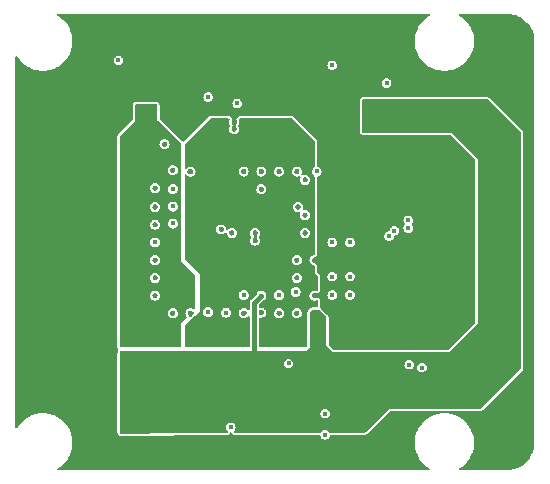
<source format=gbr>
%TF.GenerationSoftware,KiCad,Pcbnew,(6.0.9)*%
%TF.CreationDate,2023-03-19T17:38:47-07:00*%
%TF.ProjectId,OneInchEye,4f6e6549-6e63-4684-9579-652e6b696361,rev?*%
%TF.SameCoordinates,Original*%
%TF.FileFunction,Copper,L3,Inr*%
%TF.FilePolarity,Positive*%
%FSLAX46Y46*%
G04 Gerber Fmt 4.6, Leading zero omitted, Abs format (unit mm)*
G04 Created by KiCad (PCBNEW (6.0.9)) date 2023-03-19 17:38:47*
%MOMM*%
%LPD*%
G01*
G04 APERTURE LIST*
%TA.AperFunction,ViaPad*%
%ADD10C,0.450000*%
%TD*%
%TA.AperFunction,Conductor*%
%ADD11C,0.400000*%
%TD*%
G04 APERTURE END LIST*
D10*
X142400000Y-109400000D03*
X156500000Y-94600000D03*
X137900000Y-86900000D03*
X153700000Y-102600000D03*
X152100000Y-102600000D03*
X160200000Y-101300000D03*
X139400000Y-100400000D03*
X165900000Y-104100000D03*
X156500000Y-88550000D03*
X134700000Y-90300000D03*
X165900000Y-105500000D03*
X151400000Y-104900000D03*
X152100000Y-101100000D03*
X163700000Y-98000000D03*
X167700000Y-117700000D03*
X148400000Y-98900000D03*
X159100000Y-103600000D03*
X142400000Y-97400000D03*
X164750000Y-97550000D03*
X156500000Y-90400000D03*
X151400000Y-109400000D03*
X165900000Y-99600000D03*
X149900000Y-97400000D03*
X153600000Y-105600000D03*
X153500000Y-96500000D03*
X145800000Y-87400000D03*
X140200000Y-95100000D03*
X136400000Y-85500000D03*
X147874999Y-102600001D03*
X162100000Y-101100000D03*
X165900000Y-98100000D03*
X159550000Y-96850000D03*
X152900000Y-104900000D03*
X145000000Y-102300000D03*
X152100000Y-98100000D03*
X146100000Y-93200000D03*
X139400000Y-104900000D03*
X139400000Y-101900000D03*
X153400000Y-90800000D03*
X136500000Y-92100000D03*
X153600000Y-104100000D03*
X136400000Y-86400000D03*
X165900000Y-102600000D03*
X159900000Y-101800000D03*
X158850000Y-97550000D03*
X151500000Y-100400000D03*
X148400637Y-109349582D03*
X152900000Y-107900000D03*
X139400000Y-98800000D03*
X165900000Y-107100000D03*
X137900000Y-89100000D03*
X166300000Y-118100000D03*
X151400000Y-97400000D03*
X156800000Y-106350000D03*
X146900000Y-109400000D03*
X154900000Y-87300000D03*
X163597667Y-107012847D03*
X163600000Y-105800000D03*
X139400000Y-106400000D03*
X153600000Y-98200000D03*
X145900000Y-102600000D03*
X140900000Y-97300000D03*
X155750000Y-86800000D03*
X155850000Y-93400000D03*
X146700000Y-86800000D03*
X165900000Y-101100000D03*
X151400000Y-106400000D03*
X140900000Y-109400000D03*
X136500000Y-92700000D03*
X163700000Y-94600000D03*
X147300000Y-90600000D03*
X146900000Y-97400000D03*
X162100000Y-102600000D03*
X155600000Y-100150000D03*
X142500000Y-92600000D03*
X156700000Y-103800000D03*
X146100000Y-93800000D03*
X155100000Y-108400000D03*
X147874999Y-103250000D03*
X148400000Y-97400000D03*
X155850000Y-95000000D03*
X149900000Y-109400000D03*
X153700000Y-101100000D03*
X139400000Y-107900000D03*
X151400000Y-110900000D03*
X146900000Y-110862500D03*
X144300000Y-94000000D03*
X148000000Y-94500000D03*
X149900000Y-110862500D03*
X142400000Y-110862500D03*
X149200000Y-94500000D03*
X148600000Y-94500000D03*
X148600000Y-93800000D03*
X152900000Y-106400000D03*
X148400000Y-100362500D03*
X149900000Y-104900000D03*
X149900000Y-106362500D03*
X149900000Y-100362500D03*
X151400000Y-95900000D03*
X142400000Y-95862500D03*
X148600000Y-93200000D03*
X146900000Y-95862500D03*
X149900000Y-95862500D03*
X148000000Y-93800000D03*
X148000000Y-93200000D03*
X143900000Y-91100000D03*
X137900000Y-107900000D03*
X137900000Y-106400000D03*
X139200000Y-92100000D03*
X142400000Y-107700000D03*
X139200000Y-92700000D03*
X137900000Y-103300000D03*
X138600000Y-92700000D03*
X140900000Y-110862500D03*
X137900000Y-100400000D03*
X138600000Y-92100000D03*
X140900000Y-95862500D03*
X137905000Y-98862500D03*
X138800000Y-94100000D03*
X148400000Y-107900000D03*
X151393750Y-114862500D03*
X157900000Y-93500000D03*
X159400000Y-93300000D03*
X157200000Y-93500000D03*
X152900000Y-109400000D03*
X157200000Y-92900000D03*
X143150000Y-117840000D03*
X140400000Y-117840000D03*
X157900000Y-92900000D03*
X152900000Y-113100000D03*
X147893750Y-114862500D03*
X140900000Y-98862500D03*
X140900000Y-100362500D03*
X140900000Y-101800000D03*
X139400000Y-103400000D03*
X162000000Y-114000000D03*
X153800000Y-119700000D03*
X153800000Y-117900000D03*
X160923500Y-113750000D03*
X145800000Y-119050000D03*
X150700000Y-113650000D03*
X151300000Y-107590000D03*
X149900000Y-107862500D03*
X146900000Y-107862500D03*
X145400637Y-109349582D03*
X143900000Y-109300000D03*
X153100000Y-97400000D03*
X159668281Y-102408661D03*
X154400000Y-103400000D03*
X160833411Y-101525000D03*
X154400000Y-106300000D03*
X154400000Y-107862500D03*
X159208661Y-102868281D03*
X155900000Y-103400000D03*
X160833411Y-102175000D03*
X155900000Y-106300000D03*
X155900000Y-107862500D03*
X154400000Y-88400000D03*
X136300000Y-88000000D03*
X146350000Y-91637500D03*
X159000000Y-89900000D03*
D11*
X147800000Y-114768750D02*
X147893750Y-114862500D01*
X148400000Y-107900000D02*
X147800000Y-108500000D01*
X147800000Y-108500000D02*
X147800000Y-114768750D01*
%TA.AperFunction,Conductor*%
G36*
X162639196Y-84063822D02*
G01*
X162669636Y-84116545D01*
X162659064Y-84176500D01*
X162629678Y-84207144D01*
X162427337Y-84335553D01*
X162184906Y-84536110D01*
X161969522Y-84765470D01*
X161784584Y-85020016D01*
X161783243Y-85022455D01*
X161783240Y-85022460D01*
X161691696Y-85188978D01*
X161633006Y-85295734D01*
X161631978Y-85298331D01*
X161631974Y-85298339D01*
X161561716Y-85475792D01*
X161517181Y-85588275D01*
X161438934Y-85893027D01*
X161399500Y-86205182D01*
X161399500Y-86519818D01*
X161438934Y-86831973D01*
X161517181Y-87136725D01*
X161518212Y-87139329D01*
X161631974Y-87426661D01*
X161631978Y-87426669D01*
X161633006Y-87429266D01*
X161634357Y-87431723D01*
X161766893Y-87672804D01*
X161784584Y-87704984D01*
X161969522Y-87959530D01*
X162184906Y-88188890D01*
X162427337Y-88389447D01*
X162429704Y-88390949D01*
X162632973Y-88519947D01*
X162692993Y-88558037D01*
X162977685Y-88692003D01*
X162980336Y-88692864D01*
X162980335Y-88692864D01*
X163274267Y-88788369D01*
X163274272Y-88788370D01*
X163276921Y-88789231D01*
X163388706Y-88810555D01*
X163583242Y-88847665D01*
X163583246Y-88847665D01*
X163585985Y-88848188D01*
X163588776Y-88848364D01*
X163588779Y-88848364D01*
X163668154Y-88853358D01*
X163821417Y-88863000D01*
X163978583Y-88863000D01*
X164131846Y-88853358D01*
X164211221Y-88848364D01*
X164211224Y-88848364D01*
X164214015Y-88848188D01*
X164216754Y-88847665D01*
X164216758Y-88847665D01*
X164411294Y-88810555D01*
X164523079Y-88789231D01*
X164525728Y-88788370D01*
X164525733Y-88788369D01*
X164819665Y-88692864D01*
X164819664Y-88692864D01*
X164822315Y-88692003D01*
X165107007Y-88558037D01*
X165167028Y-88519947D01*
X165370296Y-88390949D01*
X165372663Y-88389447D01*
X165615094Y-88188890D01*
X165830478Y-87959530D01*
X166015416Y-87704984D01*
X166033108Y-87672804D01*
X166165643Y-87431723D01*
X166166994Y-87429266D01*
X166168022Y-87426669D01*
X166168026Y-87426661D01*
X166281788Y-87139329D01*
X166282819Y-87136725D01*
X166361066Y-86831973D01*
X166400500Y-86519818D01*
X166400500Y-86205182D01*
X166361066Y-85893027D01*
X166282819Y-85588275D01*
X166238284Y-85475792D01*
X166168026Y-85298339D01*
X166168022Y-85298331D01*
X166166994Y-85295734D01*
X166108304Y-85188978D01*
X166016760Y-85022460D01*
X166016757Y-85022455D01*
X166015416Y-85020016D01*
X165830478Y-84765470D01*
X165615094Y-84536110D01*
X165372663Y-84335553D01*
X165170322Y-84207144D01*
X165133178Y-84158911D01*
X165135727Y-84098085D01*
X165176779Y-84053128D01*
X165218012Y-84043000D01*
X169169391Y-84043000D01*
X169189334Y-84045264D01*
X169199677Y-84047642D01*
X169209451Y-84045430D01*
X169219475Y-84045448D01*
X169219475Y-84045469D01*
X169228582Y-84044729D01*
X169474222Y-84059588D01*
X169484879Y-84060882D01*
X169749801Y-84109430D01*
X169760230Y-84112001D01*
X170017370Y-84192130D01*
X170027410Y-84195937D01*
X170052313Y-84207145D01*
X170273013Y-84306475D01*
X170282529Y-84311469D01*
X170436199Y-84404365D01*
X170513028Y-84450809D01*
X170521868Y-84456912D01*
X170733869Y-84623004D01*
X170741914Y-84630130D01*
X170932370Y-84820586D01*
X170939496Y-84828631D01*
X171105588Y-85040632D01*
X171111694Y-85049477D01*
X171251031Y-85279971D01*
X171256025Y-85289487D01*
X171366561Y-85535085D01*
X171370372Y-85545134D01*
X171450499Y-85802269D01*
X171453070Y-85812699D01*
X171467791Y-85893027D01*
X171501617Y-86077614D01*
X171502913Y-86088283D01*
X171517743Y-86333451D01*
X171517001Y-86342385D01*
X171517122Y-86342385D01*
X171517104Y-86352409D01*
X171514858Y-86362177D01*
X171517070Y-86371952D01*
X171517070Y-86371956D01*
X171517305Y-86372992D01*
X171519500Y-86392634D01*
X171519500Y-120331891D01*
X171517236Y-120351834D01*
X171514858Y-120362177D01*
X171517070Y-120371951D01*
X171517052Y-120381975D01*
X171517031Y-120381975D01*
X171517771Y-120391084D01*
X171502913Y-120636717D01*
X171501618Y-120647379D01*
X171467293Y-120834686D01*
X171453071Y-120912296D01*
X171450499Y-120922731D01*
X171370372Y-121179866D01*
X171366561Y-121189915D01*
X171256025Y-121435513D01*
X171251031Y-121445029D01*
X171111694Y-121675523D01*
X171105588Y-121684368D01*
X170939496Y-121896369D01*
X170932370Y-121904414D01*
X170741914Y-122094870D01*
X170733869Y-122101996D01*
X170521868Y-122268088D01*
X170513028Y-122274191D01*
X170436199Y-122320635D01*
X170282529Y-122413531D01*
X170273013Y-122418525D01*
X170110488Y-122491672D01*
X170027410Y-122529063D01*
X170017370Y-122532870D01*
X169774813Y-122608455D01*
X169760231Y-122612999D01*
X169749801Y-122615570D01*
X169484879Y-122664118D01*
X169474222Y-122665412D01*
X169268977Y-122677828D01*
X169229049Y-122680243D01*
X169220115Y-122679501D01*
X169220115Y-122679622D01*
X169210091Y-122679604D01*
X169200323Y-122677358D01*
X169190548Y-122679570D01*
X169190544Y-122679570D01*
X169189508Y-122679805D01*
X169169866Y-122682000D01*
X165218012Y-122682000D01*
X165160804Y-122661178D01*
X165130364Y-122608455D01*
X165140936Y-122548500D01*
X165170322Y-122517856D01*
X165372663Y-122389447D01*
X165615094Y-122188890D01*
X165830478Y-121959530D01*
X166015416Y-121704984D01*
X166031613Y-121675523D01*
X166160859Y-121440425D01*
X166166994Y-121429266D01*
X166168022Y-121426669D01*
X166168026Y-121426661D01*
X166281788Y-121139329D01*
X166282819Y-121136725D01*
X166361066Y-120831973D01*
X166400500Y-120519818D01*
X166400500Y-120205182D01*
X166388408Y-120109459D01*
X166367792Y-119946268D01*
X166361066Y-119893027D01*
X166282819Y-119588275D01*
X166271895Y-119560683D01*
X166168026Y-119298339D01*
X166168022Y-119298331D01*
X166166994Y-119295734D01*
X166015416Y-119020016D01*
X165830478Y-118765470D01*
X165615094Y-118536110D01*
X165372663Y-118335553D01*
X165107007Y-118166963D01*
X164822315Y-118032997D01*
X164788628Y-118022052D01*
X164525733Y-117936631D01*
X164525728Y-117936630D01*
X164523079Y-117935769D01*
X164355907Y-117903879D01*
X164216758Y-117877335D01*
X164216754Y-117877335D01*
X164214015Y-117876812D01*
X164211224Y-117876636D01*
X164211221Y-117876636D01*
X163999628Y-117863324D01*
X163943840Y-117838951D01*
X163916771Y-117784421D01*
X163931086Y-117725248D01*
X163980088Y-117689121D01*
X164005216Y-117685500D01*
X166947810Y-117685500D01*
X166965155Y-117684570D01*
X166966443Y-117684501D01*
X166966444Y-117684501D01*
X166967636Y-117684437D01*
X166968804Y-117684311D01*
X166968822Y-117684310D01*
X166982416Y-117682848D01*
X166994419Y-117681558D01*
X167063496Y-117659929D01*
X167067332Y-117657834D01*
X167067335Y-117657833D01*
X167123026Y-117627422D01*
X167125808Y-117625903D01*
X167168073Y-117594263D01*
X170494263Y-114268073D01*
X170495052Y-114267195D01*
X170495064Y-114267182D01*
X170506723Y-114254202D01*
X170507529Y-114253305D01*
X170524432Y-114232331D01*
X170529665Y-114222328D01*
X170555958Y-114172066D01*
X170555960Y-114172061D01*
X170557984Y-114168192D01*
X170577986Y-114100071D01*
X170585500Y-114047810D01*
X170585500Y-94152190D01*
X170584437Y-94132364D01*
X170581558Y-94105581D01*
X170559929Y-94036504D01*
X170525903Y-93974192D01*
X170494263Y-93931927D01*
X167768073Y-91205737D01*
X167767195Y-91204948D01*
X167767182Y-91204936D01*
X167754202Y-91193277D01*
X167753305Y-91192471D01*
X167732331Y-91175568D01*
X167719204Y-91168701D01*
X167672066Y-91144042D01*
X167672061Y-91144040D01*
X167668192Y-91142016D01*
X167600071Y-91122014D01*
X167596932Y-91121563D01*
X167596929Y-91121562D01*
X167550955Y-91114952D01*
X167550952Y-91114952D01*
X167547810Y-91114500D01*
X157026000Y-91114500D01*
X157023640Y-91114754D01*
X157023635Y-91114754D01*
X156988941Y-91118484D01*
X156988939Y-91118484D01*
X156986570Y-91118739D01*
X156984240Y-91119246D01*
X156984239Y-91119246D01*
X156967405Y-91122908D01*
X156934228Y-91130125D01*
X156929249Y-91132617D01*
X156929247Y-91132618D01*
X156906425Y-91144042D01*
X156852182Y-91171194D01*
X156798526Y-91217687D01*
X156786690Y-91228890D01*
X156742016Y-91305618D01*
X156722014Y-91373739D01*
X156714500Y-91426000D01*
X156714500Y-93974000D01*
X156714754Y-93976360D01*
X156714754Y-93976365D01*
X156715855Y-93986603D01*
X156718739Y-94013430D01*
X156730125Y-94065772D01*
X156771194Y-94147818D01*
X156817687Y-94201474D01*
X156828890Y-94213310D01*
X156905618Y-94257984D01*
X156973739Y-94277986D01*
X156976878Y-94278437D01*
X156976881Y-94278438D01*
X157022855Y-94285048D01*
X157022858Y-94285048D01*
X157026000Y-94285500D01*
X164386298Y-94285500D01*
X164443506Y-94306322D01*
X164449231Y-94311567D01*
X166488433Y-96350769D01*
X166514161Y-96405945D01*
X166514500Y-96413702D01*
X166514500Y-110186298D01*
X166493678Y-110243506D01*
X166488433Y-110249231D01*
X164249231Y-112488433D01*
X164194055Y-112514161D01*
X164186298Y-112514500D01*
X154613702Y-112514500D01*
X154556494Y-112493678D01*
X154550769Y-112488433D01*
X154111567Y-112049231D01*
X154085839Y-111994055D01*
X154085500Y-111986298D01*
X154085500Y-109752190D01*
X154084437Y-109732364D01*
X154081558Y-109705581D01*
X154059929Y-109636504D01*
X154043971Y-109607279D01*
X154027422Y-109576974D01*
X154025903Y-109574192D01*
X153994263Y-109531927D01*
X153468073Y-109005737D01*
X153467195Y-109004948D01*
X153467182Y-109004936D01*
X153454202Y-108993277D01*
X153453305Y-108992471D01*
X153452371Y-108991718D01*
X153435734Y-108978310D01*
X153435731Y-108978308D01*
X153432331Y-108975568D01*
X153428465Y-108973546D01*
X153427422Y-108972862D01*
X153390992Y-108924085D01*
X153391568Y-108870928D01*
X153394364Y-108862324D01*
X153394365Y-108862320D01*
X153395443Y-108859002D01*
X153405500Y-108795500D01*
X153405500Y-108386246D01*
X153404866Y-108370121D01*
X153403647Y-108354634D01*
X153381883Y-108277463D01*
X153354105Y-108222946D01*
X153334503Y-108191751D01*
X153264297Y-108133140D01*
X153216156Y-108108611D01*
X153211556Y-108106267D01*
X153211549Y-108106264D01*
X153209781Y-108105363D01*
X153175590Y-108091648D01*
X153168598Y-108091177D01*
X153168596Y-108091176D01*
X153089327Y-108085831D01*
X153089325Y-108085831D01*
X153084341Y-108085495D01*
X153023909Y-108095066D01*
X153020588Y-108096145D01*
X153020584Y-108096146D01*
X153016171Y-108097580D01*
X152982218Y-108108612D01*
X152968643Y-108111870D01*
X152913922Y-108120537D01*
X152886078Y-108120537D01*
X152845093Y-108114046D01*
X152818610Y-108105442D01*
X152815423Y-108103818D01*
X152781633Y-108086601D01*
X152759108Y-108070236D01*
X152729764Y-108040892D01*
X152713399Y-108018367D01*
X152694558Y-107981389D01*
X152685954Y-107954907D01*
X152679463Y-107913922D01*
X152679463Y-107886078D01*
X152683197Y-107862500D01*
X153989445Y-107862500D01*
X154009539Y-107989368D01*
X154024313Y-108018364D01*
X154064675Y-108097580D01*
X154064677Y-108097583D01*
X154067854Y-108103818D01*
X154158682Y-108194646D01*
X154164917Y-108197823D01*
X154164920Y-108197825D01*
X154210897Y-108221251D01*
X154273132Y-108252961D01*
X154400000Y-108273055D01*
X154526868Y-108252961D01*
X154589103Y-108221251D01*
X154635080Y-108197825D01*
X154635083Y-108197823D01*
X154641318Y-108194646D01*
X154732146Y-108103818D01*
X154735323Y-108097583D01*
X154735325Y-108097580D01*
X154775687Y-108018364D01*
X154790461Y-107989368D01*
X154810555Y-107862500D01*
X155489445Y-107862500D01*
X155509539Y-107989368D01*
X155524313Y-108018364D01*
X155564675Y-108097580D01*
X155564677Y-108097583D01*
X155567854Y-108103818D01*
X155658682Y-108194646D01*
X155664917Y-108197823D01*
X155664920Y-108197825D01*
X155710897Y-108221251D01*
X155773132Y-108252961D01*
X155900000Y-108273055D01*
X156026868Y-108252961D01*
X156089103Y-108221251D01*
X156135080Y-108197825D01*
X156135083Y-108197823D01*
X156141318Y-108194646D01*
X156232146Y-108103818D01*
X156235323Y-108097583D01*
X156235325Y-108097580D01*
X156275687Y-108018364D01*
X156290461Y-107989368D01*
X156310555Y-107862500D01*
X156290461Y-107735632D01*
X156241415Y-107639373D01*
X156235325Y-107627420D01*
X156235323Y-107627417D01*
X156232146Y-107621182D01*
X156141318Y-107530354D01*
X156135083Y-107527177D01*
X156135080Y-107527175D01*
X156082395Y-107500332D01*
X156026868Y-107472039D01*
X155900000Y-107451945D01*
X155773132Y-107472039D01*
X155717605Y-107500332D01*
X155664920Y-107527175D01*
X155664917Y-107527177D01*
X155658682Y-107530354D01*
X155567854Y-107621182D01*
X155564677Y-107627417D01*
X155564675Y-107627420D01*
X155558585Y-107639373D01*
X155509539Y-107735632D01*
X155489445Y-107862500D01*
X154810555Y-107862500D01*
X154790461Y-107735632D01*
X154741415Y-107639373D01*
X154735325Y-107627420D01*
X154735323Y-107627417D01*
X154732146Y-107621182D01*
X154641318Y-107530354D01*
X154635083Y-107527177D01*
X154635080Y-107527175D01*
X154582395Y-107500332D01*
X154526868Y-107472039D01*
X154400000Y-107451945D01*
X154273132Y-107472039D01*
X154217605Y-107500332D01*
X154164920Y-107527175D01*
X154164917Y-107527177D01*
X154158682Y-107530354D01*
X154067854Y-107621182D01*
X154064677Y-107627417D01*
X154064675Y-107627420D01*
X154058585Y-107639373D01*
X154009539Y-107735632D01*
X153989445Y-107862500D01*
X152683197Y-107862500D01*
X152685954Y-107845093D01*
X152694558Y-107818610D01*
X152713399Y-107781633D01*
X152729764Y-107759108D01*
X152759108Y-107729764D01*
X152781633Y-107713399D01*
X152818611Y-107694558D01*
X152845093Y-107685954D01*
X152886078Y-107679463D01*
X152913917Y-107679462D01*
X152958014Y-107686446D01*
X152978140Y-107692122D01*
X152991763Y-107697765D01*
X153018862Y-107703156D01*
X153066117Y-107712556D01*
X153066121Y-107712556D01*
X153070407Y-107713409D01*
X153131593Y-107713409D01*
X153133577Y-107713230D01*
X153133586Y-107713230D01*
X153161312Y-107710734D01*
X153161313Y-107710734D01*
X153168287Y-107710106D01*
X153252383Y-107674162D01*
X153301883Y-107638198D01*
X153329628Y-107613957D01*
X153376536Y-107535447D01*
X153395443Y-107477256D01*
X153405500Y-107413754D01*
X153405500Y-106341008D01*
X153404866Y-106324883D01*
X153403647Y-106309396D01*
X153400997Y-106300000D01*
X153989445Y-106300000D01*
X154009539Y-106426868D01*
X154023826Y-106454907D01*
X154064675Y-106535080D01*
X154064677Y-106535083D01*
X154067854Y-106541318D01*
X154158682Y-106632146D01*
X154164917Y-106635323D01*
X154164920Y-106635325D01*
X154217604Y-106662168D01*
X154273132Y-106690461D01*
X154400000Y-106710555D01*
X154526868Y-106690461D01*
X154582395Y-106662168D01*
X154635080Y-106635325D01*
X154635083Y-106635323D01*
X154641318Y-106632146D01*
X154732146Y-106541318D01*
X154735323Y-106535083D01*
X154735325Y-106535080D01*
X154776174Y-106454907D01*
X154790461Y-106426868D01*
X154810555Y-106300000D01*
X155489445Y-106300000D01*
X155509539Y-106426868D01*
X155523826Y-106454907D01*
X155564675Y-106535080D01*
X155564677Y-106535083D01*
X155567854Y-106541318D01*
X155658682Y-106632146D01*
X155664917Y-106635323D01*
X155664920Y-106635325D01*
X155717604Y-106662168D01*
X155773132Y-106690461D01*
X155900000Y-106710555D01*
X156026868Y-106690461D01*
X156082395Y-106662168D01*
X156135080Y-106635325D01*
X156135083Y-106635323D01*
X156141318Y-106632146D01*
X156232146Y-106541318D01*
X156235323Y-106535083D01*
X156235325Y-106535080D01*
X156276174Y-106454907D01*
X156290461Y-106426868D01*
X156310555Y-106300000D01*
X156290461Y-106173132D01*
X156262168Y-106117605D01*
X156235325Y-106064920D01*
X156235323Y-106064917D01*
X156232146Y-106058682D01*
X156141318Y-105967854D01*
X156135083Y-105964677D01*
X156135080Y-105964675D01*
X156082395Y-105937832D01*
X156026868Y-105909539D01*
X155900000Y-105889445D01*
X155773132Y-105909539D01*
X155717605Y-105937832D01*
X155664920Y-105964675D01*
X155664917Y-105964677D01*
X155658682Y-105967854D01*
X155567854Y-106058682D01*
X155564677Y-106064917D01*
X155564675Y-106064920D01*
X155537832Y-106117605D01*
X155509539Y-106173132D01*
X155489445Y-106300000D01*
X154810555Y-106300000D01*
X154790461Y-106173132D01*
X154762168Y-106117605D01*
X154735325Y-106064920D01*
X154735323Y-106064917D01*
X154732146Y-106058682D01*
X154641318Y-105967854D01*
X154635083Y-105964677D01*
X154635080Y-105964675D01*
X154582395Y-105937832D01*
X154526868Y-105909539D01*
X154400000Y-105889445D01*
X154273132Y-105909539D01*
X154217605Y-105937832D01*
X154164920Y-105964675D01*
X154164917Y-105964677D01*
X154158682Y-105967854D01*
X154067854Y-106058682D01*
X154064677Y-106064917D01*
X154064675Y-106064920D01*
X154037832Y-106117605D01*
X154009539Y-106173132D01*
X153989445Y-106300000D01*
X153400997Y-106300000D01*
X153381884Y-106232228D01*
X153362691Y-106194558D01*
X153355698Y-106180833D01*
X153355696Y-106180830D01*
X153354107Y-106177711D01*
X153350781Y-106173132D01*
X153318368Y-106128521D01*
X153316314Y-106125694D01*
X153131567Y-105940947D01*
X153105839Y-105885771D01*
X153105500Y-105878014D01*
X153105500Y-105415358D01*
X153104866Y-105399233D01*
X153103647Y-105383746D01*
X153081883Y-105306577D01*
X153054106Y-105252061D01*
X153034505Y-105220866D01*
X152964300Y-105162253D01*
X152909783Y-105134475D01*
X152866886Y-105120537D01*
X152851960Y-105115687D01*
X152851956Y-105115686D01*
X152848635Y-105114607D01*
X152845182Y-105114060D01*
X152845177Y-105114059D01*
X152845097Y-105114046D01*
X152845019Y-105114021D01*
X152841776Y-105113242D01*
X152841837Y-105112987D01*
X152818607Y-105105440D01*
X152781634Y-105086601D01*
X152759108Y-105070236D01*
X152729764Y-105040892D01*
X152713399Y-105018367D01*
X152694558Y-104981389D01*
X152685954Y-104954907D01*
X152679463Y-104913922D01*
X152679463Y-104886078D01*
X152685954Y-104845093D01*
X152694558Y-104818610D01*
X152713399Y-104781633D01*
X152729764Y-104759108D01*
X152759108Y-104729764D01*
X152781635Y-104713398D01*
X152781637Y-104713397D01*
X152818607Y-104694560D01*
X152845097Y-104685954D01*
X152847726Y-104685538D01*
X152847777Y-104685529D01*
X152848635Y-104685393D01*
X152864452Y-104682247D01*
X152865261Y-104682053D01*
X152865283Y-104682048D01*
X152875310Y-104679641D01*
X152875313Y-104679640D01*
X152879558Y-104678621D01*
X152883528Y-104676791D01*
X152948410Y-104646882D01*
X152948414Y-104646880D01*
X152952383Y-104645050D01*
X153001883Y-104609086D01*
X153029628Y-104584845D01*
X153076536Y-104506335D01*
X153095443Y-104448144D01*
X153105500Y-104384642D01*
X153105500Y-103400000D01*
X153989445Y-103400000D01*
X154009539Y-103526868D01*
X154037832Y-103582395D01*
X154064675Y-103635080D01*
X154064677Y-103635083D01*
X154067854Y-103641318D01*
X154158682Y-103732146D01*
X154164917Y-103735323D01*
X154164920Y-103735325D01*
X154217605Y-103762168D01*
X154273132Y-103790461D01*
X154400000Y-103810555D01*
X154526868Y-103790461D01*
X154582396Y-103762168D01*
X154635080Y-103735325D01*
X154635083Y-103735323D01*
X154641318Y-103732146D01*
X154732146Y-103641318D01*
X154735323Y-103635083D01*
X154735325Y-103635080D01*
X154762168Y-103582395D01*
X154790461Y-103526868D01*
X154810555Y-103400000D01*
X155489445Y-103400000D01*
X155509539Y-103526868D01*
X155537832Y-103582395D01*
X155564675Y-103635080D01*
X155564677Y-103635083D01*
X155567854Y-103641318D01*
X155658682Y-103732146D01*
X155664917Y-103735323D01*
X155664920Y-103735325D01*
X155717605Y-103762168D01*
X155773132Y-103790461D01*
X155900000Y-103810555D01*
X156026868Y-103790461D01*
X156082396Y-103762168D01*
X156135080Y-103735325D01*
X156135083Y-103735323D01*
X156141318Y-103732146D01*
X156232146Y-103641318D01*
X156235323Y-103635083D01*
X156235325Y-103635080D01*
X156262168Y-103582395D01*
X156290461Y-103526868D01*
X156310555Y-103400000D01*
X156290461Y-103273132D01*
X156243604Y-103181169D01*
X156235325Y-103164920D01*
X156235323Y-103164917D01*
X156232146Y-103158682D01*
X156141318Y-103067854D01*
X156135083Y-103064677D01*
X156135080Y-103064675D01*
X156064929Y-103028932D01*
X156026868Y-103009539D01*
X155900000Y-102989445D01*
X155773132Y-103009539D01*
X155735071Y-103028932D01*
X155664920Y-103064675D01*
X155664917Y-103064677D01*
X155658682Y-103067854D01*
X155567854Y-103158682D01*
X155564677Y-103164917D01*
X155564675Y-103164920D01*
X155556396Y-103181169D01*
X155509539Y-103273132D01*
X155489445Y-103400000D01*
X154810555Y-103400000D01*
X154790461Y-103273132D01*
X154743604Y-103181169D01*
X154735325Y-103164920D01*
X154735323Y-103164917D01*
X154732146Y-103158682D01*
X154641318Y-103067854D01*
X154635083Y-103064677D01*
X154635080Y-103064675D01*
X154564929Y-103028932D01*
X154526868Y-103009539D01*
X154400000Y-102989445D01*
X154273132Y-103009539D01*
X154235071Y-103028932D01*
X154164920Y-103064675D01*
X154164917Y-103064677D01*
X154158682Y-103067854D01*
X154067854Y-103158682D01*
X154064677Y-103164917D01*
X154064675Y-103164920D01*
X154056396Y-103181169D01*
X154009539Y-103273132D01*
X153989445Y-103400000D01*
X153105500Y-103400000D01*
X153105500Y-102868281D01*
X158798106Y-102868281D01*
X158818200Y-102995149D01*
X158827153Y-103012720D01*
X158873336Y-103103361D01*
X158873338Y-103103364D01*
X158876515Y-103109599D01*
X158967343Y-103200427D01*
X158973578Y-103203604D01*
X158973581Y-103203606D01*
X159026265Y-103230449D01*
X159081793Y-103258742D01*
X159208661Y-103278836D01*
X159335529Y-103258742D01*
X159391056Y-103230449D01*
X159443741Y-103203606D01*
X159443744Y-103203604D01*
X159449979Y-103200427D01*
X159540807Y-103109599D01*
X159543984Y-103103364D01*
X159543986Y-103103361D01*
X159590169Y-103012720D01*
X159599122Y-102995149D01*
X159615809Y-102889791D01*
X159645324Y-102836544D01*
X159689791Y-102815809D01*
X159795149Y-102799122D01*
X159855743Y-102768248D01*
X159903361Y-102743986D01*
X159903364Y-102743984D01*
X159909599Y-102740807D01*
X160000427Y-102649979D01*
X160003604Y-102643744D01*
X160003606Y-102643741D01*
X160043491Y-102565461D01*
X160058742Y-102535529D01*
X160078836Y-102408661D01*
X160058742Y-102281793D01*
X160026549Y-102218610D01*
X160004329Y-102175000D01*
X160422856Y-102175000D01*
X160442950Y-102301868D01*
X160450225Y-102316146D01*
X160498086Y-102410080D01*
X160498088Y-102410083D01*
X160501265Y-102416318D01*
X160592093Y-102507146D01*
X160598328Y-102510323D01*
X160598331Y-102510325D01*
X160639241Y-102531169D01*
X160706543Y-102565461D01*
X160833411Y-102585555D01*
X160960279Y-102565461D01*
X161027581Y-102531169D01*
X161068491Y-102510325D01*
X161068494Y-102510323D01*
X161074729Y-102507146D01*
X161165557Y-102416318D01*
X161168734Y-102410083D01*
X161168736Y-102410080D01*
X161216597Y-102316146D01*
X161223872Y-102301868D01*
X161243966Y-102175000D01*
X161223872Y-102048132D01*
X161189865Y-101981390D01*
X161168736Y-101939920D01*
X161168734Y-101939917D01*
X161165557Y-101933682D01*
X161144808Y-101912933D01*
X161119080Y-101857757D01*
X161134836Y-101798952D01*
X161144808Y-101787067D01*
X161165557Y-101766318D01*
X161168734Y-101760083D01*
X161168736Y-101760080D01*
X161206504Y-101685954D01*
X161223872Y-101651868D01*
X161243966Y-101525000D01*
X161223872Y-101398132D01*
X161185459Y-101322742D01*
X161168736Y-101289920D01*
X161168734Y-101289917D01*
X161165557Y-101283682D01*
X161074729Y-101192854D01*
X161068494Y-101189677D01*
X161068491Y-101189675D01*
X161015807Y-101162832D01*
X160960279Y-101134539D01*
X160833411Y-101114445D01*
X160706543Y-101134539D01*
X160651016Y-101162832D01*
X160598331Y-101189675D01*
X160598328Y-101189677D01*
X160592093Y-101192854D01*
X160501265Y-101283682D01*
X160498088Y-101289917D01*
X160498086Y-101289920D01*
X160481363Y-101322742D01*
X160442950Y-101398132D01*
X160422856Y-101525000D01*
X160442950Y-101651868D01*
X160460318Y-101685954D01*
X160498086Y-101760080D01*
X160498088Y-101760083D01*
X160501265Y-101766318D01*
X160522014Y-101787067D01*
X160547742Y-101842243D01*
X160531986Y-101901048D01*
X160522014Y-101912933D01*
X160501265Y-101933682D01*
X160498088Y-101939917D01*
X160498086Y-101939920D01*
X160476957Y-101981390D01*
X160442950Y-102048132D01*
X160422856Y-102175000D01*
X160004329Y-102175000D01*
X160003606Y-102173581D01*
X160003604Y-102173578D01*
X160000427Y-102167343D01*
X159909599Y-102076515D01*
X159903364Y-102073338D01*
X159903361Y-102073336D01*
X159841643Y-102041890D01*
X159795149Y-102018200D01*
X159668281Y-101998106D01*
X159541413Y-102018200D01*
X159494919Y-102041890D01*
X159433201Y-102073336D01*
X159433198Y-102073338D01*
X159426963Y-102076515D01*
X159336135Y-102167343D01*
X159332958Y-102173578D01*
X159332956Y-102173581D01*
X159310013Y-102218610D01*
X159277820Y-102281793D01*
X159261133Y-102387151D01*
X159231618Y-102440398D01*
X159187151Y-102461133D01*
X159081793Y-102477820D01*
X159033952Y-102502196D01*
X158973581Y-102532956D01*
X158973578Y-102532958D01*
X158967343Y-102536135D01*
X158876515Y-102626963D01*
X158873338Y-102633198D01*
X158873336Y-102633201D01*
X158855182Y-102668831D01*
X158818200Y-102741413D01*
X158798106Y-102868281D01*
X153105500Y-102868281D01*
X153105500Y-97885696D01*
X153126322Y-97828488D01*
X153180577Y-97797793D01*
X153226868Y-97790461D01*
X153242785Y-97782351D01*
X153335080Y-97735325D01*
X153335083Y-97735323D01*
X153341318Y-97732146D01*
X153432146Y-97641318D01*
X153435323Y-97635083D01*
X153435325Y-97635080D01*
X153468364Y-97570236D01*
X153490461Y-97526868D01*
X153510555Y-97400000D01*
X153490461Y-97273132D01*
X153450426Y-97194558D01*
X153435325Y-97164920D01*
X153435323Y-97164917D01*
X153432146Y-97158682D01*
X153341318Y-97067854D01*
X153335083Y-97064677D01*
X153335080Y-97064675D01*
X153282395Y-97037832D01*
X153226868Y-97009539D01*
X153201810Y-97005570D01*
X153180577Y-97002207D01*
X153127331Y-96972692D01*
X153105500Y-96914303D01*
X153105500Y-94841008D01*
X153104866Y-94824883D01*
X153103647Y-94809396D01*
X153081884Y-94732228D01*
X153054107Y-94677711D01*
X153016314Y-94625694D01*
X151174306Y-92783686D01*
X151173694Y-92783120D01*
X151173674Y-92783101D01*
X151163120Y-92773345D01*
X151162456Y-92772731D01*
X151150643Y-92762642D01*
X151080685Y-92723464D01*
X151070341Y-92720103D01*
X151025819Y-92705637D01*
X151025815Y-92705636D01*
X151022494Y-92704557D01*
X150958992Y-92694500D01*
X146586246Y-92694500D01*
X146585366Y-92694535D01*
X146585345Y-92694535D01*
X146576557Y-92694881D01*
X146570121Y-92695134D01*
X146569245Y-92695203D01*
X146569244Y-92695203D01*
X146558988Y-92696010D01*
X146558985Y-92696011D01*
X146554634Y-92696353D01*
X146477463Y-92718117D01*
X146422946Y-92745895D01*
X146391751Y-92765497D01*
X146333140Y-92835703D01*
X146305363Y-92890219D01*
X146291648Y-92924410D01*
X146291177Y-92931402D01*
X146291176Y-92931404D01*
X146288681Y-92968407D01*
X146285495Y-93015659D01*
X146295066Y-93076091D01*
X146296145Y-93079412D01*
X146296146Y-93079416D01*
X146308611Y-93117779D01*
X146311871Y-93131359D01*
X146320537Y-93186078D01*
X146320537Y-93213921D01*
X146314046Y-93254908D01*
X146305442Y-93281389D01*
X146265426Y-93359925D01*
X146264550Y-93362260D01*
X146253528Y-93391631D01*
X146249255Y-93403016D01*
X146249106Y-93409687D01*
X146246929Y-93418130D01*
X146240963Y-93436489D01*
X146232767Y-93472395D01*
X146240959Y-93563483D01*
X146242504Y-93568239D01*
X146255721Y-93608926D01*
X146255507Y-93608995D01*
X146259810Y-93617791D01*
X146264203Y-93635225D01*
X146264206Y-93635233D01*
X146265426Y-93640075D01*
X146305442Y-93718611D01*
X146314046Y-93745092D01*
X146320537Y-93786079D01*
X146320537Y-93813922D01*
X146314046Y-93854907D01*
X146305442Y-93881389D01*
X146286601Y-93918367D01*
X146270236Y-93940892D01*
X146240892Y-93970236D01*
X146218367Y-93986601D01*
X146181390Y-94005442D01*
X146154907Y-94014046D01*
X146113922Y-94020537D01*
X146086078Y-94020537D01*
X146045093Y-94014046D01*
X146018610Y-94005442D01*
X145981633Y-93986601D01*
X145959108Y-93970236D01*
X145929764Y-93940892D01*
X145913399Y-93918367D01*
X145894558Y-93881389D01*
X145885954Y-93854907D01*
X145879463Y-93813922D01*
X145879463Y-93786079D01*
X145885954Y-93745092D01*
X145894558Y-93718611D01*
X145934574Y-93640075D01*
X145946238Y-93608995D01*
X145948108Y-93604012D01*
X145948108Y-93604010D01*
X145950745Y-93596984D01*
X145950894Y-93590313D01*
X145953072Y-93581868D01*
X145958421Y-93565408D01*
X145958423Y-93565400D01*
X145959037Y-93563511D01*
X145967233Y-93527605D01*
X145959041Y-93436517D01*
X145944279Y-93391074D01*
X145944493Y-93391005D01*
X145940190Y-93382209D01*
X145935797Y-93364775D01*
X145935794Y-93364767D01*
X145934574Y-93359925D01*
X145894558Y-93281389D01*
X145885954Y-93254908D01*
X145879463Y-93213921D01*
X145879463Y-93186077D01*
X145886446Y-93141988D01*
X145892126Y-93121850D01*
X145896087Y-93112288D01*
X145896088Y-93112284D01*
X145897763Y-93108241D01*
X145913409Y-93029593D01*
X145913409Y-92968407D01*
X145910106Y-92931713D01*
X145874162Y-92847617D01*
X145838198Y-92798117D01*
X145813957Y-92770372D01*
X145801019Y-92762642D01*
X145739739Y-92726028D01*
X145739736Y-92726027D01*
X145735447Y-92723464D01*
X145707648Y-92714432D01*
X145680581Y-92705637D01*
X145680577Y-92705636D01*
X145677256Y-92704557D01*
X145613754Y-92694500D01*
X144141008Y-92694500D01*
X144140128Y-92694535D01*
X144140107Y-92694535D01*
X144131319Y-92694881D01*
X144124883Y-92695134D01*
X144124007Y-92695203D01*
X144124006Y-92695203D01*
X144113750Y-92696010D01*
X144113747Y-92696011D01*
X144109396Y-92696353D01*
X144032228Y-92718116D01*
X143999505Y-92734789D01*
X143980833Y-92744302D01*
X143980830Y-92744304D01*
X143977711Y-92745893D01*
X143974879Y-92747950D01*
X143974875Y-92747953D01*
X143941576Y-92772147D01*
X143925694Y-92783686D01*
X141859287Y-94850093D01*
X141804111Y-94875821D01*
X141745306Y-94860065D01*
X141725719Y-94841304D01*
X141710724Y-94821740D01*
X139833201Y-93038093D01*
X139806067Y-92983595D01*
X139805500Y-92973568D01*
X139805500Y-91799000D01*
X139805363Y-91797266D01*
X139805363Y-91797253D01*
X139803107Y-91768597D01*
X139802970Y-91766856D01*
X139798125Y-91736263D01*
X139761408Y-91647617D01*
X139754058Y-91637500D01*
X145939445Y-91637500D01*
X145959539Y-91764368D01*
X145976295Y-91797253D01*
X146014675Y-91872580D01*
X146014677Y-91872583D01*
X146017854Y-91878818D01*
X146108682Y-91969646D01*
X146114917Y-91972823D01*
X146114920Y-91972825D01*
X146167604Y-91999668D01*
X146223132Y-92027961D01*
X146350000Y-92048055D01*
X146476868Y-92027961D01*
X146532396Y-91999668D01*
X146585080Y-91972825D01*
X146585083Y-91972823D01*
X146591318Y-91969646D01*
X146682146Y-91878818D01*
X146685323Y-91872583D01*
X146685325Y-91872580D01*
X146723705Y-91797253D01*
X146740461Y-91764368D01*
X146760555Y-91637500D01*
X146740461Y-91510632D01*
X146712168Y-91455104D01*
X146685325Y-91402420D01*
X146685323Y-91402417D01*
X146682146Y-91396182D01*
X146591318Y-91305354D01*
X146585083Y-91302177D01*
X146585080Y-91302175D01*
X146532395Y-91275332D01*
X146476868Y-91247039D01*
X146350000Y-91226945D01*
X146223132Y-91247039D01*
X146167605Y-91275332D01*
X146114920Y-91302175D01*
X146114917Y-91302177D01*
X146108682Y-91305354D01*
X146017854Y-91396182D01*
X146014677Y-91402417D01*
X146014675Y-91402420D01*
X145987832Y-91455105D01*
X145959539Y-91510632D01*
X145939445Y-91637500D01*
X139754058Y-91637500D01*
X139725444Y-91598117D01*
X139701203Y-91570372D01*
X139688940Y-91563045D01*
X139626985Y-91526028D01*
X139626982Y-91526027D01*
X139622693Y-91523464D01*
X139594894Y-91514432D01*
X139567827Y-91505637D01*
X139567823Y-91505636D01*
X139564502Y-91504557D01*
X139501000Y-91494500D01*
X137799000Y-91494500D01*
X137797266Y-91494637D01*
X137797253Y-91494637D01*
X137770268Y-91496761D01*
X137766856Y-91497030D01*
X137736263Y-91501875D01*
X137647617Y-91538592D01*
X137598117Y-91574556D01*
X137570372Y-91598797D01*
X137523464Y-91677307D01*
X137521919Y-91682063D01*
X137505884Y-91731415D01*
X137504557Y-91735498D01*
X137494500Y-91799000D01*
X137494500Y-92978014D01*
X137473678Y-93035222D01*
X137468433Y-93040947D01*
X136283686Y-94225694D01*
X136283120Y-94226306D01*
X136283101Y-94226326D01*
X136275004Y-94235086D01*
X136272731Y-94237544D01*
X136262642Y-94249357D01*
X136223464Y-94319315D01*
X136204557Y-94377506D01*
X136194500Y-94441008D01*
X136194500Y-112201000D01*
X136194637Y-112202734D01*
X136194637Y-112202747D01*
X136196761Y-112229732D01*
X136197030Y-112233144D01*
X136201875Y-112263737D01*
X136238592Y-112352383D01*
X136274556Y-112401883D01*
X136275869Y-112403386D01*
X136275870Y-112403387D01*
X136285566Y-112414484D01*
X136307527Y-112471264D01*
X136288771Y-112526921D01*
X136286690Y-112528890D01*
X136242016Y-112605618D01*
X136222014Y-112673739D01*
X136214500Y-112726000D01*
X136214500Y-119473392D01*
X136218834Y-119513257D01*
X136219351Y-119515608D01*
X136219352Y-119515612D01*
X136221031Y-119523240D01*
X136230473Y-119566150D01*
X136272035Y-119648436D01*
X136318786Y-119701867D01*
X136319446Y-119702557D01*
X136319450Y-119702562D01*
X136325645Y-119709045D01*
X136325648Y-119709048D01*
X136330042Y-119713645D01*
X136335556Y-119716820D01*
X136379219Y-119741963D01*
X136406983Y-119757951D01*
X136412156Y-119759443D01*
X136472137Y-119776743D01*
X136472139Y-119776743D01*
X136475199Y-119777626D01*
X136527498Y-119784889D01*
X136530677Y-119784874D01*
X136530681Y-119784874D01*
X145430051Y-119742089D01*
X145430065Y-119742089D01*
X145430442Y-119742087D01*
X145430852Y-119742078D01*
X145430866Y-119742078D01*
X145436217Y-119741963D01*
X145436225Y-119741963D01*
X145436633Y-119741954D01*
X145445008Y-119741634D01*
X145448482Y-119740939D01*
X145448486Y-119740938D01*
X145499265Y-119730771D01*
X145499266Y-119730771D01*
X145502751Y-119730073D01*
X145569271Y-119705262D01*
X145570175Y-119704879D01*
X145570187Y-119704874D01*
X145575640Y-119702562D01*
X145584274Y-119698902D01*
X145652945Y-119642624D01*
X145695492Y-119585788D01*
X145704675Y-119572327D01*
X145716206Y-119536706D01*
X145753634Y-119488691D01*
X145813169Y-119475968D01*
X145866954Y-119504490D01*
X145879939Y-119523240D01*
X145920684Y-119602049D01*
X145967435Y-119655480D01*
X145978690Y-119667258D01*
X145984206Y-119670434D01*
X145984207Y-119670435D01*
X146050964Y-119708876D01*
X146050967Y-119708877D01*
X146055631Y-119711563D01*
X146089529Y-119721340D01*
X146119807Y-119730073D01*
X146123846Y-119731238D01*
X146142457Y-119733823D01*
X146172996Y-119738065D01*
X146173003Y-119738065D01*
X146176146Y-119738502D01*
X146179323Y-119738487D01*
X146179327Y-119738487D01*
X149662707Y-119721739D01*
X153313668Y-119704186D01*
X153370975Y-119724733D01*
X153401999Y-119779261D01*
X153409539Y-119826868D01*
X153437832Y-119882395D01*
X153464675Y-119935080D01*
X153464677Y-119935083D01*
X153467854Y-119941318D01*
X153558682Y-120032146D01*
X153564917Y-120035323D01*
X153564920Y-120035325D01*
X153617604Y-120062168D01*
X153673132Y-120090461D01*
X153800000Y-120110555D01*
X153926868Y-120090461D01*
X153982396Y-120062168D01*
X154035080Y-120035325D01*
X154035083Y-120035323D01*
X154041318Y-120032146D01*
X154132146Y-119941318D01*
X154135323Y-119935083D01*
X154135325Y-119935080D01*
X154162168Y-119882395D01*
X154190461Y-119826868D01*
X154197110Y-119784889D01*
X154198742Y-119774587D01*
X154228257Y-119721340D01*
X154286218Y-119699511D01*
X157149058Y-119685747D01*
X157155823Y-119685360D01*
X157167271Y-119684705D01*
X157167279Y-119684704D01*
X157168438Y-119684638D01*
X157194615Y-119681760D01*
X157263246Y-119660179D01*
X157267060Y-119658096D01*
X157267063Y-119658095D01*
X157322776Y-119627672D01*
X157325558Y-119626153D01*
X157367823Y-119594513D01*
X159250769Y-117711567D01*
X159305945Y-117685839D01*
X159313702Y-117685500D01*
X163794784Y-117685500D01*
X163851992Y-117706322D01*
X163882432Y-117759045D01*
X163871860Y-117819000D01*
X163825224Y-117858133D01*
X163800372Y-117863324D01*
X163588779Y-117876636D01*
X163588776Y-117876636D01*
X163585985Y-117876812D01*
X163583246Y-117877335D01*
X163583242Y-117877335D01*
X163444093Y-117903879D01*
X163276921Y-117935769D01*
X163274272Y-117936630D01*
X163274267Y-117936631D01*
X163011372Y-118022052D01*
X162977685Y-118032997D01*
X162692993Y-118166963D01*
X162427337Y-118335553D01*
X162184906Y-118536110D01*
X161969522Y-118765470D01*
X161784584Y-119020016D01*
X161633006Y-119295734D01*
X161631978Y-119298331D01*
X161631974Y-119298339D01*
X161528105Y-119560683D01*
X161517181Y-119588275D01*
X161438934Y-119893027D01*
X161432208Y-119946268D01*
X161411593Y-120109459D01*
X161399500Y-120205182D01*
X161399500Y-120519818D01*
X161438934Y-120831973D01*
X161517181Y-121136725D01*
X161518212Y-121139329D01*
X161631974Y-121426661D01*
X161631978Y-121426669D01*
X161633006Y-121429266D01*
X161639141Y-121440425D01*
X161768388Y-121675523D01*
X161784584Y-121704984D01*
X161969522Y-121959530D01*
X162184906Y-122188890D01*
X162427337Y-122389447D01*
X162629678Y-122517856D01*
X162666822Y-122566089D01*
X162664273Y-122626915D01*
X162623221Y-122671872D01*
X162581988Y-122682000D01*
X131218012Y-122682000D01*
X131160804Y-122661178D01*
X131130364Y-122608455D01*
X131140936Y-122548500D01*
X131170322Y-122517856D01*
X131372663Y-122389447D01*
X131615094Y-122188890D01*
X131830478Y-121959530D01*
X132015416Y-121704984D01*
X132031613Y-121675523D01*
X132160859Y-121440425D01*
X132166994Y-121429266D01*
X132168022Y-121426669D01*
X132168026Y-121426661D01*
X132281788Y-121139329D01*
X132282819Y-121136725D01*
X132361066Y-120831973D01*
X132400500Y-120519818D01*
X132400500Y-120205182D01*
X132388408Y-120109459D01*
X132367792Y-119946268D01*
X132361066Y-119893027D01*
X132282819Y-119588275D01*
X132271895Y-119560683D01*
X132168026Y-119298339D01*
X132168022Y-119298331D01*
X132166994Y-119295734D01*
X132015416Y-119020016D01*
X131830478Y-118765470D01*
X131615094Y-118536110D01*
X131372663Y-118335553D01*
X131107007Y-118166963D01*
X130822315Y-118032997D01*
X130788628Y-118022052D01*
X130525733Y-117936631D01*
X130525728Y-117936630D01*
X130523079Y-117935769D01*
X130355907Y-117903879D01*
X130216758Y-117877335D01*
X130216754Y-117877335D01*
X130214015Y-117876812D01*
X130211224Y-117876636D01*
X130211221Y-117876636D01*
X130131846Y-117871642D01*
X129978583Y-117862000D01*
X129821417Y-117862000D01*
X129668154Y-117871642D01*
X129588779Y-117876636D01*
X129588776Y-117876636D01*
X129585985Y-117876812D01*
X129583246Y-117877335D01*
X129583242Y-117877335D01*
X129444093Y-117903879D01*
X129276921Y-117935769D01*
X129274272Y-117936630D01*
X129274267Y-117936631D01*
X129011372Y-118022052D01*
X128977685Y-118032997D01*
X128692993Y-118166963D01*
X128427337Y-118335553D01*
X128184906Y-118536110D01*
X127969522Y-118765470D01*
X127784584Y-119020016D01*
X127747491Y-119087488D01*
X127701685Y-119127589D01*
X127640818Y-119128864D01*
X127593373Y-119090716D01*
X127580500Y-119044612D01*
X127580500Y-91100000D01*
X143489445Y-91100000D01*
X143509539Y-91226868D01*
X143537832Y-91282395D01*
X143564675Y-91335080D01*
X143564677Y-91335083D01*
X143567854Y-91341318D01*
X143658682Y-91432146D01*
X143664917Y-91435323D01*
X143664920Y-91435325D01*
X143717604Y-91462168D01*
X143773132Y-91490461D01*
X143900000Y-91510555D01*
X144026868Y-91490461D01*
X144082396Y-91462168D01*
X144135080Y-91435325D01*
X144135083Y-91435323D01*
X144141318Y-91432146D01*
X144232146Y-91341318D01*
X144235323Y-91335083D01*
X144235325Y-91335080D01*
X144262168Y-91282395D01*
X144290461Y-91226868D01*
X144310555Y-91100000D01*
X144290461Y-90973132D01*
X144262168Y-90917605D01*
X144235325Y-90864920D01*
X144235323Y-90864917D01*
X144232146Y-90858682D01*
X144141318Y-90767854D01*
X144135083Y-90764677D01*
X144135080Y-90764675D01*
X144082396Y-90737832D01*
X144026868Y-90709539D01*
X143900000Y-90689445D01*
X143773132Y-90709539D01*
X143717604Y-90737832D01*
X143664920Y-90764675D01*
X143664917Y-90764677D01*
X143658682Y-90767854D01*
X143567854Y-90858682D01*
X143564677Y-90864917D01*
X143564675Y-90864920D01*
X143537832Y-90917605D01*
X143509539Y-90973132D01*
X143489445Y-91100000D01*
X127580500Y-91100000D01*
X127580500Y-89900000D01*
X158589445Y-89900000D01*
X158609539Y-90026868D01*
X158637832Y-90082396D01*
X158664675Y-90135080D01*
X158664677Y-90135083D01*
X158667854Y-90141318D01*
X158758682Y-90232146D01*
X158764917Y-90235323D01*
X158764920Y-90235325D01*
X158817604Y-90262168D01*
X158873132Y-90290461D01*
X159000000Y-90310555D01*
X159126868Y-90290461D01*
X159182395Y-90262168D01*
X159235080Y-90235325D01*
X159235083Y-90235323D01*
X159241318Y-90232146D01*
X159332146Y-90141318D01*
X159335323Y-90135083D01*
X159335325Y-90135080D01*
X159362168Y-90082396D01*
X159390461Y-90026868D01*
X159410555Y-89900000D01*
X159390461Y-89773132D01*
X159362168Y-89717604D01*
X159335325Y-89664920D01*
X159335323Y-89664917D01*
X159332146Y-89658682D01*
X159241318Y-89567854D01*
X159235083Y-89564677D01*
X159235080Y-89564675D01*
X159182395Y-89537832D01*
X159126868Y-89509539D01*
X159000000Y-89489445D01*
X158873132Y-89509539D01*
X158817604Y-89537832D01*
X158764920Y-89564675D01*
X158764917Y-89564677D01*
X158758682Y-89567854D01*
X158667854Y-89658682D01*
X158664677Y-89664917D01*
X158664675Y-89664920D01*
X158637832Y-89717604D01*
X158609539Y-89773132D01*
X158589445Y-89900000D01*
X127580500Y-89900000D01*
X127580500Y-87680388D01*
X127601322Y-87623180D01*
X127654045Y-87592740D01*
X127714000Y-87603312D01*
X127747490Y-87637511D01*
X127784584Y-87704984D01*
X127969522Y-87959530D01*
X128184906Y-88188890D01*
X128427337Y-88389447D01*
X128429704Y-88390949D01*
X128632973Y-88519947D01*
X128692993Y-88558037D01*
X128977685Y-88692003D01*
X128980336Y-88692864D01*
X128980335Y-88692864D01*
X129274267Y-88788369D01*
X129274272Y-88788370D01*
X129276921Y-88789231D01*
X129388706Y-88810555D01*
X129583242Y-88847665D01*
X129583246Y-88847665D01*
X129585985Y-88848188D01*
X129588776Y-88848364D01*
X129588779Y-88848364D01*
X129668154Y-88853358D01*
X129821417Y-88863000D01*
X129978583Y-88863000D01*
X130131846Y-88853358D01*
X130211221Y-88848364D01*
X130211224Y-88848364D01*
X130214015Y-88848188D01*
X130216754Y-88847665D01*
X130216758Y-88847665D01*
X130411294Y-88810555D01*
X130523079Y-88789231D01*
X130525728Y-88788370D01*
X130525733Y-88788369D01*
X130819665Y-88692864D01*
X130819664Y-88692864D01*
X130822315Y-88692003D01*
X131107007Y-88558037D01*
X131167028Y-88519947D01*
X131370296Y-88390949D01*
X131372663Y-88389447D01*
X131615094Y-88188890D01*
X131792474Y-88000000D01*
X135889445Y-88000000D01*
X135909539Y-88126868D01*
X135937832Y-88182396D01*
X135964675Y-88235080D01*
X135964677Y-88235083D01*
X135967854Y-88241318D01*
X136058682Y-88332146D01*
X136064917Y-88335323D01*
X136064920Y-88335325D01*
X136117604Y-88362168D01*
X136173132Y-88390461D01*
X136300000Y-88410555D01*
X136366641Y-88400000D01*
X153989445Y-88400000D01*
X154009539Y-88526868D01*
X154026027Y-88559227D01*
X154064675Y-88635080D01*
X154064677Y-88635083D01*
X154067854Y-88641318D01*
X154158682Y-88732146D01*
X154164917Y-88735323D01*
X154164920Y-88735325D01*
X154217604Y-88762168D01*
X154273132Y-88790461D01*
X154400000Y-88810555D01*
X154526868Y-88790461D01*
X154582396Y-88762168D01*
X154635080Y-88735325D01*
X154635083Y-88735323D01*
X154641318Y-88732146D01*
X154732146Y-88641318D01*
X154735323Y-88635083D01*
X154735325Y-88635080D01*
X154773973Y-88559227D01*
X154790461Y-88526868D01*
X154810555Y-88400000D01*
X154790461Y-88273132D01*
X154746500Y-88186853D01*
X154735325Y-88164920D01*
X154735323Y-88164917D01*
X154732146Y-88158682D01*
X154641318Y-88067854D01*
X154635083Y-88064677D01*
X154635080Y-88064675D01*
X154582396Y-88037832D01*
X154526868Y-88009539D01*
X154400000Y-87989445D01*
X154273132Y-88009539D01*
X154217604Y-88037832D01*
X154164920Y-88064675D01*
X154164917Y-88064677D01*
X154158682Y-88067854D01*
X154067854Y-88158682D01*
X154064677Y-88164917D01*
X154064675Y-88164920D01*
X154053500Y-88186853D01*
X154009539Y-88273132D01*
X153989445Y-88400000D01*
X136366641Y-88400000D01*
X136426868Y-88390461D01*
X136482396Y-88362168D01*
X136535080Y-88335325D01*
X136535083Y-88335323D01*
X136541318Y-88332146D01*
X136632146Y-88241318D01*
X136635323Y-88235083D01*
X136635325Y-88235080D01*
X136662168Y-88182396D01*
X136690461Y-88126868D01*
X136710555Y-88000000D01*
X136690461Y-87873132D01*
X136662168Y-87817605D01*
X136635325Y-87764920D01*
X136635323Y-87764917D01*
X136632146Y-87758682D01*
X136541318Y-87667854D01*
X136535083Y-87664677D01*
X136535080Y-87664675D01*
X136481768Y-87637512D01*
X136426868Y-87609539D01*
X136300000Y-87589445D01*
X136173132Y-87609539D01*
X136118232Y-87637512D01*
X136064920Y-87664675D01*
X136064917Y-87664677D01*
X136058682Y-87667854D01*
X135967854Y-87758682D01*
X135964677Y-87764917D01*
X135964675Y-87764920D01*
X135937832Y-87817605D01*
X135909539Y-87873132D01*
X135889445Y-88000000D01*
X131792474Y-88000000D01*
X131830478Y-87959530D01*
X132015416Y-87704984D01*
X132033108Y-87672804D01*
X132165643Y-87431723D01*
X132166994Y-87429266D01*
X132168022Y-87426669D01*
X132168026Y-87426661D01*
X132281788Y-87139329D01*
X132282819Y-87136725D01*
X132361066Y-86831973D01*
X132400500Y-86519818D01*
X132400500Y-86205182D01*
X132361066Y-85893027D01*
X132282819Y-85588275D01*
X132238284Y-85475792D01*
X132168026Y-85298339D01*
X132168022Y-85298331D01*
X132166994Y-85295734D01*
X132108304Y-85188978D01*
X132016760Y-85022460D01*
X132016757Y-85022455D01*
X132015416Y-85020016D01*
X131830478Y-84765470D01*
X131615094Y-84536110D01*
X131372663Y-84335553D01*
X131170322Y-84207144D01*
X131133178Y-84158911D01*
X131135727Y-84098085D01*
X131176779Y-84053128D01*
X131218012Y-84043000D01*
X162581988Y-84043000D01*
X162639196Y-84063822D01*
G37*
%TD.AperFunction*%
%TA.AperFunction,Conductor*%
G36*
X142454906Y-109185954D02*
G01*
X142481389Y-109194558D01*
X142537728Y-109223264D01*
X142559837Y-109234529D01*
X142563271Y-109235625D01*
X142563270Y-109235625D01*
X142619628Y-109253619D01*
X142619632Y-109253620D01*
X142623062Y-109254715D01*
X142626630Y-109255243D01*
X142626631Y-109255243D01*
X142633888Y-109256316D01*
X142649821Y-109258673D01*
X142703367Y-109287641D01*
X142725765Y-109344251D01*
X142706535Y-109402014D01*
X142699732Y-109409648D01*
X142607862Y-109501518D01*
X142596901Y-109513375D01*
X142596333Y-109514040D01*
X142596326Y-109514048D01*
X142594199Y-109516539D01*
X142589453Y-109521675D01*
X142521675Y-109589453D01*
X142516539Y-109594199D01*
X142513375Y-109596901D01*
X142512734Y-109597493D01*
X142512729Y-109597498D01*
X142508849Y-109601085D01*
X142501518Y-109607862D01*
X142418576Y-109690804D01*
X142363400Y-109716532D01*
X142304595Y-109700776D01*
X142272187Y-109651407D01*
X142270312Y-109652016D01*
X142264025Y-109632665D01*
X142251590Y-109594394D01*
X142243738Y-109581582D01*
X142239826Y-109566171D01*
X142237167Y-109567245D01*
X142234272Y-109560079D01*
X142234574Y-109559925D01*
X142194558Y-109481389D01*
X142185954Y-109454908D01*
X142179463Y-109413921D01*
X142179463Y-109386078D01*
X142185954Y-109345093D01*
X142194558Y-109318610D01*
X142213399Y-109281633D01*
X142229764Y-109259108D01*
X142259108Y-109229764D01*
X142281633Y-109213399D01*
X142318611Y-109194558D01*
X142345093Y-109185954D01*
X142386078Y-109179463D01*
X142413922Y-109179463D01*
X142454906Y-109185954D01*
G37*
%TD.AperFunction*%
%TA.AperFunction,Conductor*%
G36*
X151454907Y-109185954D02*
G01*
X151481389Y-109194558D01*
X151518367Y-109213399D01*
X151540892Y-109229764D01*
X151570236Y-109259108D01*
X151586601Y-109281633D01*
X151605442Y-109318610D01*
X151614046Y-109345093D01*
X151620537Y-109386078D01*
X151620537Y-109413922D01*
X151614046Y-109454907D01*
X151605442Y-109481389D01*
X151586601Y-109518367D01*
X151570236Y-109540892D01*
X151540892Y-109570236D01*
X151518367Y-109586601D01*
X151481390Y-109605442D01*
X151454907Y-109614046D01*
X151413922Y-109620537D01*
X151386078Y-109620537D01*
X151345093Y-109614046D01*
X151318610Y-109605442D01*
X151281633Y-109586601D01*
X151259108Y-109570236D01*
X151229764Y-109540892D01*
X151213399Y-109518367D01*
X151194558Y-109481389D01*
X151185954Y-109454907D01*
X151179463Y-109413922D01*
X151179463Y-109386078D01*
X151185954Y-109345093D01*
X151194558Y-109318610D01*
X151213399Y-109281633D01*
X151229764Y-109259108D01*
X151259108Y-109229764D01*
X151281633Y-109213399D01*
X151318611Y-109194558D01*
X151345093Y-109185954D01*
X151386078Y-109179463D01*
X151413922Y-109179463D01*
X151454907Y-109185954D01*
G37*
%TD.AperFunction*%
%TA.AperFunction,Conductor*%
G36*
X146954907Y-109185954D02*
G01*
X146981389Y-109194558D01*
X147018367Y-109213399D01*
X147040892Y-109229764D01*
X147085186Y-109274058D01*
X147087243Y-109275680D01*
X147087249Y-109275685D01*
X147094798Y-109281636D01*
X147123123Y-109303966D01*
X147158123Y-109325414D01*
X147196020Y-109373058D01*
X147194426Y-109433917D01*
X147152023Y-109480598D01*
X147140325Y-109486558D01*
X147140322Y-109486560D01*
X147137203Y-109488149D01*
X147134371Y-109490206D01*
X147134367Y-109490209D01*
X147103372Y-109512729D01*
X147085186Y-109525942D01*
X147040892Y-109570236D01*
X147018367Y-109586601D01*
X146981390Y-109605442D01*
X146954907Y-109614046D01*
X146913922Y-109620537D01*
X146886078Y-109620537D01*
X146845093Y-109614046D01*
X146818610Y-109605442D01*
X146781633Y-109586601D01*
X146759108Y-109570236D01*
X146729764Y-109540892D01*
X146713399Y-109518367D01*
X146694558Y-109481389D01*
X146685954Y-109454907D01*
X146679463Y-109413922D01*
X146679463Y-109386078D01*
X146685954Y-109345093D01*
X146694558Y-109318610D01*
X146713399Y-109281633D01*
X146729764Y-109259108D01*
X146759108Y-109229764D01*
X146781633Y-109213399D01*
X146818611Y-109194558D01*
X146845093Y-109185954D01*
X146886078Y-109179463D01*
X146913922Y-109179463D01*
X146954907Y-109185954D01*
G37*
%TD.AperFunction*%
%TA.AperFunction,Conductor*%
G36*
X140954907Y-109185954D02*
G01*
X140981389Y-109194558D01*
X141018367Y-109213399D01*
X141040892Y-109229764D01*
X141070236Y-109259108D01*
X141086601Y-109281633D01*
X141105442Y-109318610D01*
X141114046Y-109345093D01*
X141120537Y-109386078D01*
X141120537Y-109413922D01*
X141114046Y-109454907D01*
X141105442Y-109481389D01*
X141086601Y-109518367D01*
X141070236Y-109540892D01*
X141040892Y-109570236D01*
X141018367Y-109586601D01*
X140981390Y-109605442D01*
X140954907Y-109614046D01*
X140913922Y-109620537D01*
X140886078Y-109620537D01*
X140845093Y-109614046D01*
X140818610Y-109605442D01*
X140781633Y-109586601D01*
X140759108Y-109570236D01*
X140729764Y-109540892D01*
X140713399Y-109518367D01*
X140694558Y-109481389D01*
X140685954Y-109454907D01*
X140679463Y-109413922D01*
X140679463Y-109386078D01*
X140685954Y-109345093D01*
X140694558Y-109318610D01*
X140713399Y-109281633D01*
X140729764Y-109259108D01*
X140759108Y-109229764D01*
X140781633Y-109213399D01*
X140818611Y-109194558D01*
X140845093Y-109185954D01*
X140886078Y-109179463D01*
X140913922Y-109179463D01*
X140954907Y-109185954D01*
G37*
%TD.AperFunction*%
%TA.AperFunction,Conductor*%
G36*
X149954907Y-109185954D02*
G01*
X149981389Y-109194558D01*
X150018367Y-109213399D01*
X150040892Y-109229764D01*
X150070236Y-109259108D01*
X150086601Y-109281633D01*
X150105442Y-109318610D01*
X150114046Y-109345093D01*
X150120537Y-109386078D01*
X150120537Y-109413922D01*
X150114046Y-109454907D01*
X150105442Y-109481389D01*
X150086601Y-109518367D01*
X150070236Y-109540892D01*
X150040892Y-109570236D01*
X150018367Y-109586601D01*
X149981390Y-109605442D01*
X149954907Y-109614046D01*
X149913922Y-109620537D01*
X149886078Y-109620537D01*
X149845093Y-109614046D01*
X149818610Y-109605442D01*
X149781633Y-109586601D01*
X149759108Y-109570236D01*
X149729764Y-109540892D01*
X149713399Y-109518367D01*
X149694558Y-109481389D01*
X149685954Y-109454907D01*
X149679463Y-109413922D01*
X149679463Y-109386078D01*
X149685954Y-109345093D01*
X149694558Y-109318610D01*
X149713399Y-109281633D01*
X149729764Y-109259108D01*
X149759108Y-109229764D01*
X149781633Y-109213399D01*
X149818611Y-109194558D01*
X149845093Y-109185954D01*
X149886078Y-109179463D01*
X149913922Y-109179463D01*
X149954907Y-109185954D01*
G37*
%TD.AperFunction*%
%TA.AperFunction,Conductor*%
G36*
X148455544Y-109135536D02*
G01*
X148482026Y-109144140D01*
X148519004Y-109162981D01*
X148541529Y-109179346D01*
X148570873Y-109208690D01*
X148587238Y-109231215D01*
X148603917Y-109263949D01*
X148606079Y-109268192D01*
X148614683Y-109294675D01*
X148621174Y-109335659D01*
X148621175Y-109353927D01*
X148621582Y-109353927D01*
X148621582Y-109353929D01*
X148621175Y-109359101D01*
X148621175Y-109363497D01*
X148620487Y-109367843D01*
X148620486Y-109367852D01*
X148615394Y-109400000D01*
X148615393Y-109400004D01*
X148614683Y-109404487D01*
X148606077Y-109430975D01*
X148587779Y-109466887D01*
X148587239Y-109467947D01*
X148570873Y-109490474D01*
X148541529Y-109519818D01*
X148519004Y-109536183D01*
X148482027Y-109555024D01*
X148455544Y-109563628D01*
X148414559Y-109570119D01*
X148386715Y-109570119D01*
X148349721Y-109564260D01*
X148349720Y-109564260D01*
X148347132Y-109563850D01*
X148344514Y-109563747D01*
X148344513Y-109563747D01*
X148301487Y-109562056D01*
X148301485Y-109562056D01*
X148298863Y-109561953D01*
X148286390Y-109562935D01*
X148276481Y-109563714D01*
X148217816Y-109547443D01*
X148183334Y-109497270D01*
X148180500Y-109474988D01*
X148180500Y-109223264D01*
X148201322Y-109166056D01*
X148254045Y-109135616D01*
X148276484Y-109134538D01*
X148279379Y-109134766D01*
X148282840Y-109135314D01*
X148347134Y-109135314D01*
X148386716Y-109129045D01*
X148414560Y-109129045D01*
X148455544Y-109135536D01*
G37*
%TD.AperFunction*%
%TA.AperFunction,Conductor*%
G36*
X139454907Y-107685954D02*
G01*
X139481389Y-107694558D01*
X139518367Y-107713399D01*
X139540892Y-107729764D01*
X139570236Y-107759108D01*
X139586601Y-107781633D01*
X139605442Y-107818610D01*
X139614046Y-107845093D01*
X139620537Y-107886078D01*
X139620537Y-107913922D01*
X139614046Y-107954907D01*
X139605442Y-107981389D01*
X139586601Y-108018367D01*
X139570236Y-108040892D01*
X139540892Y-108070236D01*
X139518367Y-108086601D01*
X139484577Y-108103818D01*
X139481390Y-108105442D01*
X139454907Y-108114046D01*
X139413922Y-108120537D01*
X139386078Y-108120537D01*
X139345093Y-108114046D01*
X139318610Y-108105442D01*
X139315423Y-108103818D01*
X139281633Y-108086601D01*
X139259108Y-108070236D01*
X139229764Y-108040892D01*
X139213399Y-108018367D01*
X139194558Y-107981389D01*
X139185954Y-107954907D01*
X139179463Y-107913922D01*
X139179463Y-107886078D01*
X139185954Y-107845093D01*
X139194558Y-107818610D01*
X139213399Y-107781633D01*
X139229764Y-107759108D01*
X139259108Y-107729764D01*
X139281633Y-107713399D01*
X139318611Y-107694558D01*
X139345093Y-107685954D01*
X139386078Y-107679463D01*
X139413922Y-107679463D01*
X139454907Y-107685954D01*
G37*
%TD.AperFunction*%
%TA.AperFunction,Conductor*%
G36*
X139454907Y-106185954D02*
G01*
X139481389Y-106194558D01*
X139518367Y-106213399D01*
X139540892Y-106229764D01*
X139570236Y-106259108D01*
X139586601Y-106281633D01*
X139605442Y-106318610D01*
X139614046Y-106345093D01*
X139620537Y-106386078D01*
X139620537Y-106413922D01*
X139614046Y-106454907D01*
X139605442Y-106481389D01*
X139586601Y-106518367D01*
X139570236Y-106540892D01*
X139540892Y-106570236D01*
X139518367Y-106586601D01*
X139481390Y-106605442D01*
X139454907Y-106614046D01*
X139413922Y-106620537D01*
X139386078Y-106620537D01*
X139345093Y-106614046D01*
X139318610Y-106605442D01*
X139281633Y-106586601D01*
X139259108Y-106570236D01*
X139229764Y-106540892D01*
X139213399Y-106518367D01*
X139194558Y-106481389D01*
X139185954Y-106454907D01*
X139179463Y-106413922D01*
X139179463Y-106386078D01*
X139185954Y-106345093D01*
X139194558Y-106318610D01*
X139213399Y-106281633D01*
X139229764Y-106259108D01*
X139259108Y-106229764D01*
X139281633Y-106213399D01*
X139318611Y-106194558D01*
X139345093Y-106185954D01*
X139386078Y-106179463D01*
X139413922Y-106179463D01*
X139454907Y-106185954D01*
G37*
%TD.AperFunction*%
%TA.AperFunction,Conductor*%
G36*
X151454907Y-106185954D02*
G01*
X151481389Y-106194558D01*
X151518367Y-106213399D01*
X151540892Y-106229764D01*
X151570236Y-106259108D01*
X151586601Y-106281633D01*
X151605442Y-106318610D01*
X151614046Y-106345093D01*
X151620537Y-106386078D01*
X151620537Y-106413922D01*
X151614046Y-106454907D01*
X151605442Y-106481389D01*
X151586601Y-106518367D01*
X151570236Y-106540892D01*
X151540892Y-106570236D01*
X151518367Y-106586601D01*
X151481390Y-106605442D01*
X151454907Y-106614046D01*
X151413922Y-106620537D01*
X151386078Y-106620537D01*
X151345093Y-106614046D01*
X151318610Y-106605442D01*
X151281633Y-106586601D01*
X151259108Y-106570236D01*
X151229764Y-106540892D01*
X151213399Y-106518367D01*
X151194558Y-106481389D01*
X151185954Y-106454907D01*
X151179463Y-106413922D01*
X151179463Y-106386078D01*
X151185954Y-106345093D01*
X151194558Y-106318610D01*
X151213399Y-106281633D01*
X151229764Y-106259108D01*
X151259108Y-106229764D01*
X151281633Y-106213399D01*
X151318611Y-106194558D01*
X151345093Y-106185954D01*
X151386078Y-106179463D01*
X151413922Y-106179463D01*
X151454907Y-106185954D01*
G37*
%TD.AperFunction*%
%TA.AperFunction,Conductor*%
G36*
X139454907Y-104685954D02*
G01*
X139481389Y-104694558D01*
X139518365Y-104713398D01*
X139540892Y-104729764D01*
X139570236Y-104759108D01*
X139586601Y-104781633D01*
X139605442Y-104818610D01*
X139614046Y-104845093D01*
X139620537Y-104886078D01*
X139620537Y-104913922D01*
X139614046Y-104954907D01*
X139605442Y-104981389D01*
X139586601Y-105018367D01*
X139570236Y-105040892D01*
X139540892Y-105070236D01*
X139518367Y-105086601D01*
X139481390Y-105105442D01*
X139454907Y-105114046D01*
X139413922Y-105120537D01*
X139386078Y-105120537D01*
X139345093Y-105114046D01*
X139318610Y-105105442D01*
X139281633Y-105086601D01*
X139259108Y-105070236D01*
X139229764Y-105040892D01*
X139213399Y-105018367D01*
X139194558Y-104981389D01*
X139185954Y-104954907D01*
X139179463Y-104913922D01*
X139179463Y-104886078D01*
X139185954Y-104845093D01*
X139194558Y-104818610D01*
X139213399Y-104781633D01*
X139229764Y-104759108D01*
X139259108Y-104729764D01*
X139281635Y-104713398D01*
X139318611Y-104694558D01*
X139345093Y-104685954D01*
X139386078Y-104679463D01*
X139413922Y-104679463D01*
X139454907Y-104685954D01*
G37*
%TD.AperFunction*%
%TA.AperFunction,Conductor*%
G36*
X151454907Y-104685954D02*
G01*
X151481389Y-104694558D01*
X151518365Y-104713398D01*
X151540892Y-104729764D01*
X151570236Y-104759108D01*
X151586601Y-104781633D01*
X151605442Y-104818610D01*
X151614046Y-104845093D01*
X151620537Y-104886078D01*
X151620537Y-104913922D01*
X151614046Y-104954907D01*
X151605442Y-104981389D01*
X151586601Y-105018367D01*
X151570236Y-105040892D01*
X151540892Y-105070236D01*
X151518367Y-105086601D01*
X151481390Y-105105442D01*
X151454907Y-105114046D01*
X151413922Y-105120537D01*
X151386078Y-105120537D01*
X151345093Y-105114046D01*
X151318610Y-105105442D01*
X151281633Y-105086601D01*
X151259108Y-105070236D01*
X151229764Y-105040892D01*
X151213399Y-105018367D01*
X151194558Y-104981389D01*
X151185954Y-104954907D01*
X151179463Y-104913922D01*
X151179463Y-104886078D01*
X151185954Y-104845093D01*
X151194558Y-104818610D01*
X151213399Y-104781633D01*
X151229764Y-104759108D01*
X151259108Y-104729764D01*
X151281635Y-104713398D01*
X151318611Y-104694558D01*
X151345093Y-104685954D01*
X151386078Y-104679463D01*
X151413922Y-104679463D01*
X151454907Y-104685954D01*
G37*
%TD.AperFunction*%
%TA.AperFunction,Conductor*%
G36*
X147929906Y-102385955D02*
G01*
X147956388Y-102394559D01*
X147993366Y-102413400D01*
X148015891Y-102429765D01*
X148045235Y-102459109D01*
X148061600Y-102481634D01*
X148078089Y-102513995D01*
X148080441Y-102518611D01*
X148089045Y-102545094D01*
X148095536Y-102586078D01*
X148095536Y-102613922D01*
X148089045Y-102654908D01*
X148080440Y-102681391D01*
X148054477Y-102732346D01*
X148050002Y-102740132D01*
X148048665Y-102742207D01*
X148047195Y-102744231D01*
X148045960Y-102746409D01*
X148044610Y-102748504D01*
X148044603Y-102748500D01*
X148040629Y-102754671D01*
X148037293Y-102759263D01*
X148035283Y-102764114D01*
X148034741Y-102765083D01*
X148030862Y-102773024D01*
X148028154Y-102777797D01*
X148028153Y-102777800D01*
X148024450Y-102784328D01*
X148023112Y-102791714D01*
X148020552Y-102798779D01*
X148020355Y-102798708D01*
X148018889Y-102803692D01*
X148011912Y-102820537D01*
X148000575Y-102847909D01*
X147999754Y-102853094D01*
X147999753Y-102853097D01*
X147993942Y-102889791D01*
X147991004Y-102908341D01*
X147988526Y-102945094D01*
X147990237Y-102951885D01*
X147990237Y-102951886D01*
X147999700Y-102989445D01*
X148010870Y-103033779D01*
X148032668Y-103076562D01*
X148033379Y-103076200D01*
X148036805Y-103082774D01*
X148038230Y-103084804D01*
X148040473Y-103090051D01*
X148040425Y-103090075D01*
X148040785Y-103090781D01*
X148047185Y-103105755D01*
X148050122Y-103109797D01*
X148052586Y-103114140D01*
X148054478Y-103117655D01*
X148080441Y-103168611D01*
X148089045Y-103195094D01*
X148095536Y-103236078D01*
X148095536Y-103263922D01*
X148089045Y-103304907D01*
X148080441Y-103331389D01*
X148061600Y-103368367D01*
X148045235Y-103390892D01*
X148015891Y-103420236D01*
X147993366Y-103436601D01*
X147956389Y-103455442D01*
X147929906Y-103464046D01*
X147888921Y-103470537D01*
X147861077Y-103470537D01*
X147820092Y-103464046D01*
X147793609Y-103455442D01*
X147756632Y-103436601D01*
X147734107Y-103420236D01*
X147704763Y-103390892D01*
X147688398Y-103368367D01*
X147669557Y-103331389D01*
X147660953Y-103304907D01*
X147654462Y-103263922D01*
X147654462Y-103236079D01*
X147660953Y-103195092D01*
X147669557Y-103168611D01*
X147695514Y-103117668D01*
X147700259Y-103110054D01*
X147699990Y-103109881D01*
X147701341Y-103107784D01*
X147702812Y-103105759D01*
X147704046Y-103103584D01*
X147705401Y-103101480D01*
X147705407Y-103101484D01*
X147709384Y-103095310D01*
X147709622Y-103094982D01*
X147709625Y-103094977D01*
X147712710Y-103090730D01*
X147714717Y-103085884D01*
X147715270Y-103084897D01*
X147719134Y-103076984D01*
X147721844Y-103072207D01*
X147721846Y-103072202D01*
X147725549Y-103065673D01*
X147726888Y-103058284D01*
X147729445Y-103051225D01*
X147729643Y-103051297D01*
X147731111Y-103046305D01*
X147747413Y-103006945D01*
X147749423Y-103002092D01*
X147751253Y-102990541D01*
X147758682Y-102943630D01*
X147758994Y-102941660D01*
X147761472Y-102904907D01*
X147739128Y-102816222D01*
X147717330Y-102773439D01*
X147716669Y-102773776D01*
X147716534Y-102773674D01*
X147713152Y-102767169D01*
X147711768Y-102765197D01*
X147710104Y-102761305D01*
X147709525Y-102759950D01*
X147709573Y-102759926D01*
X147709211Y-102759215D01*
X147702810Y-102744241D01*
X147699871Y-102740196D01*
X147697414Y-102735866D01*
X147695520Y-102732346D01*
X147669557Y-102681389D01*
X147660953Y-102654907D01*
X147654462Y-102613922D01*
X147654462Y-102586078D01*
X147660953Y-102545094D01*
X147669557Y-102518611D01*
X147671909Y-102513995D01*
X147688398Y-102481634D01*
X147704763Y-102459109D01*
X147734107Y-102429765D01*
X147756632Y-102413400D01*
X147793610Y-102394559D01*
X147820092Y-102385955D01*
X147861077Y-102379464D01*
X147888921Y-102379464D01*
X147929906Y-102385955D01*
G37*
%TD.AperFunction*%
%TA.AperFunction,Conductor*%
G36*
X145954907Y-102385954D02*
G01*
X145981389Y-102394558D01*
X146018365Y-102413398D01*
X146040892Y-102429764D01*
X146070236Y-102459108D01*
X146086601Y-102481633D01*
X146105442Y-102518610D01*
X146114046Y-102545093D01*
X146120537Y-102586078D01*
X146120537Y-102613922D01*
X146114046Y-102654907D01*
X146105442Y-102681389D01*
X146086601Y-102718367D01*
X146070236Y-102740892D01*
X146040892Y-102770236D01*
X146018367Y-102786601D01*
X145981390Y-102805442D01*
X145954907Y-102814046D01*
X145913922Y-102820537D01*
X145886078Y-102820537D01*
X145845093Y-102814046D01*
X145818610Y-102805442D01*
X145781633Y-102786601D01*
X145759108Y-102770236D01*
X145729764Y-102740892D01*
X145713399Y-102718367D01*
X145694558Y-102681389D01*
X145685954Y-102654908D01*
X145679941Y-102616945D01*
X145679666Y-102615207D01*
X145672139Y-102583854D01*
X145669858Y-102576834D01*
X145671980Y-102515995D01*
X145702188Y-102477329D01*
X145733572Y-102454527D01*
X145736399Y-102452473D01*
X145759108Y-102429764D01*
X145781635Y-102413398D01*
X145818611Y-102394558D01*
X145845093Y-102385954D01*
X145886078Y-102379463D01*
X145913922Y-102379463D01*
X145954907Y-102385954D01*
G37*
%TD.AperFunction*%
%TA.AperFunction,Conductor*%
G36*
X152154907Y-102385954D02*
G01*
X152181389Y-102394558D01*
X152218365Y-102413398D01*
X152240892Y-102429764D01*
X152270236Y-102459108D01*
X152286601Y-102481633D01*
X152305442Y-102518610D01*
X152314046Y-102545093D01*
X152320537Y-102586078D01*
X152320537Y-102613922D01*
X152314046Y-102654907D01*
X152305442Y-102681389D01*
X152286601Y-102718367D01*
X152270236Y-102740892D01*
X152240892Y-102770236D01*
X152218367Y-102786601D01*
X152181390Y-102805442D01*
X152154907Y-102814046D01*
X152113922Y-102820537D01*
X152086078Y-102820537D01*
X152045093Y-102814046D01*
X152018610Y-102805442D01*
X151981633Y-102786601D01*
X151959108Y-102770236D01*
X151929764Y-102740892D01*
X151913399Y-102718367D01*
X151894558Y-102681389D01*
X151885954Y-102654907D01*
X151879463Y-102613922D01*
X151879463Y-102586078D01*
X151885954Y-102545093D01*
X151894558Y-102518610D01*
X151913399Y-102481633D01*
X151929764Y-102459108D01*
X151959108Y-102429764D01*
X151981635Y-102413398D01*
X152018611Y-102394558D01*
X152045093Y-102385954D01*
X152086078Y-102379463D01*
X152113922Y-102379463D01*
X152154907Y-102385954D01*
G37*
%TD.AperFunction*%
%TA.AperFunction,Conductor*%
G36*
X145054907Y-102085954D02*
G01*
X145081389Y-102094558D01*
X145118367Y-102113399D01*
X145140892Y-102129764D01*
X145170236Y-102159108D01*
X145186601Y-102181633D01*
X145205442Y-102218610D01*
X145214046Y-102245092D01*
X145220334Y-102284793D01*
X145227861Y-102316146D01*
X145230142Y-102323166D01*
X145228020Y-102384005D01*
X145197812Y-102422671D01*
X145163601Y-102447527D01*
X145140892Y-102470236D01*
X145118367Y-102486601D01*
X145081390Y-102505442D01*
X145054907Y-102514046D01*
X145013922Y-102520537D01*
X144986078Y-102520537D01*
X144945093Y-102514046D01*
X144918610Y-102505442D01*
X144881633Y-102486601D01*
X144859108Y-102470236D01*
X144829764Y-102440892D01*
X144813399Y-102418367D01*
X144794558Y-102381389D01*
X144785954Y-102354907D01*
X144779463Y-102313922D01*
X144779463Y-102286078D01*
X144785954Y-102245093D01*
X144794558Y-102218610D01*
X144813399Y-102181633D01*
X144829764Y-102159108D01*
X144859108Y-102129764D01*
X144881633Y-102113399D01*
X144918611Y-102094558D01*
X144945093Y-102085954D01*
X144986078Y-102079463D01*
X145013922Y-102079463D01*
X145054907Y-102085954D01*
G37*
%TD.AperFunction*%
%TA.AperFunction,Conductor*%
G36*
X139454907Y-101685954D02*
G01*
X139481389Y-101694558D01*
X139518367Y-101713399D01*
X139540892Y-101729764D01*
X139570234Y-101759106D01*
X139586600Y-101781634D01*
X139595955Y-101799993D01*
X139595958Y-101799998D01*
X139605441Y-101818608D01*
X139614046Y-101845091D01*
X139620538Y-101886076D01*
X139620538Y-101913923D01*
X139614046Y-101954909D01*
X139605442Y-101981389D01*
X139586601Y-102018367D01*
X139570236Y-102040892D01*
X139540892Y-102070236D01*
X139518367Y-102086601D01*
X139481390Y-102105442D01*
X139454907Y-102114046D01*
X139413922Y-102120537D01*
X139386078Y-102120537D01*
X139345093Y-102114046D01*
X139318610Y-102105442D01*
X139281633Y-102086601D01*
X139259108Y-102070236D01*
X139229764Y-102040892D01*
X139213399Y-102018367D01*
X139194558Y-101981389D01*
X139185954Y-101954907D01*
X139179463Y-101913921D01*
X139179463Y-101886077D01*
X139185954Y-101845093D01*
X139194558Y-101818610D01*
X139194559Y-101818608D01*
X139213399Y-101781633D01*
X139229764Y-101759108D01*
X139259108Y-101729764D01*
X139281633Y-101713399D01*
X139318611Y-101694558D01*
X139345093Y-101685954D01*
X139386078Y-101679463D01*
X139413922Y-101679463D01*
X139454907Y-101685954D01*
G37*
%TD.AperFunction*%
%TA.AperFunction,Conductor*%
G36*
X152154907Y-100885954D02*
G01*
X152181389Y-100894558D01*
X152218367Y-100913399D01*
X152240892Y-100929764D01*
X152270236Y-100959108D01*
X152286601Y-100981633D01*
X152295064Y-100998242D01*
X152305442Y-101018610D01*
X152314046Y-101045093D01*
X152320537Y-101086078D01*
X152320537Y-101113922D01*
X152314046Y-101154907D01*
X152305442Y-101181389D01*
X152286601Y-101218367D01*
X152270236Y-101240892D01*
X152240892Y-101270236D01*
X152218367Y-101286601D01*
X152181390Y-101305442D01*
X152154907Y-101314046D01*
X152113922Y-101320537D01*
X152086078Y-101320537D01*
X152045093Y-101314046D01*
X152018610Y-101305442D01*
X151981633Y-101286601D01*
X151959108Y-101270236D01*
X151929764Y-101240892D01*
X151913399Y-101218367D01*
X151894558Y-101181389D01*
X151885954Y-101154907D01*
X151879463Y-101113922D01*
X151879463Y-101086077D01*
X151888278Y-101030423D01*
X151891538Y-101016844D01*
X151897582Y-100998242D01*
X151897583Y-100998236D01*
X151899205Y-100993245D01*
X151899617Y-100988010D01*
X151899618Y-100988005D01*
X151901153Y-100968514D01*
X151926400Y-100913116D01*
X151981350Y-100886908D01*
X151989878Y-100886499D01*
X152041651Y-100886499D01*
X152078094Y-100880727D01*
X152086078Y-100879463D01*
X152113922Y-100879463D01*
X152154907Y-100885954D01*
G37*
%TD.AperFunction*%
%TA.AperFunction,Conductor*%
G36*
X139454907Y-100185954D02*
G01*
X139481389Y-100194558D01*
X139518367Y-100213399D01*
X139540892Y-100229764D01*
X139570236Y-100259108D01*
X139586601Y-100281633D01*
X139605442Y-100318610D01*
X139614045Y-100345087D01*
X139616803Y-100362494D01*
X139616804Y-100362500D01*
X139620538Y-100386076D01*
X139620538Y-100413921D01*
X139614046Y-100454908D01*
X139605442Y-100481389D01*
X139586601Y-100518367D01*
X139570236Y-100540892D01*
X139540892Y-100570236D01*
X139518367Y-100586601D01*
X139481390Y-100605442D01*
X139454907Y-100614046D01*
X139413922Y-100620537D01*
X139386078Y-100620537D01*
X139345093Y-100614046D01*
X139318610Y-100605442D01*
X139281633Y-100586601D01*
X139259108Y-100570236D01*
X139229764Y-100540892D01*
X139213399Y-100518367D01*
X139194558Y-100481389D01*
X139185954Y-100454906D01*
X139179463Y-100413919D01*
X139179463Y-100386075D01*
X139185954Y-100345092D01*
X139194558Y-100318610D01*
X139213399Y-100281633D01*
X139229764Y-100259108D01*
X139259108Y-100229764D01*
X139281633Y-100213399D01*
X139318611Y-100194558D01*
X139345093Y-100185954D01*
X139386078Y-100179463D01*
X139413922Y-100179463D01*
X139454907Y-100185954D01*
G37*
%TD.AperFunction*%
%TA.AperFunction,Conductor*%
G36*
X151554907Y-100185954D02*
G01*
X151581389Y-100194558D01*
X151618367Y-100213399D01*
X151640892Y-100229764D01*
X151670236Y-100259108D01*
X151686601Y-100281633D01*
X151705442Y-100318610D01*
X151714046Y-100345092D01*
X151720537Y-100386075D01*
X151720537Y-100413921D01*
X151711722Y-100469577D01*
X151708462Y-100483156D01*
X151702418Y-100501758D01*
X151702417Y-100501764D01*
X151700795Y-100506755D01*
X151700383Y-100511990D01*
X151700382Y-100511995D01*
X151698847Y-100531486D01*
X151673600Y-100586884D01*
X151618650Y-100613092D01*
X151610122Y-100613501D01*
X151558349Y-100613501D01*
X151521906Y-100619273D01*
X151513922Y-100620537D01*
X151486078Y-100620537D01*
X151445093Y-100614046D01*
X151418610Y-100605442D01*
X151381633Y-100586601D01*
X151359108Y-100570236D01*
X151329764Y-100540892D01*
X151313399Y-100518367D01*
X151294558Y-100481389D01*
X151285954Y-100454906D01*
X151279463Y-100413919D01*
X151279463Y-100386075D01*
X151285954Y-100345092D01*
X151294558Y-100318610D01*
X151313399Y-100281633D01*
X151329764Y-100259108D01*
X151359108Y-100229764D01*
X151381633Y-100213399D01*
X151418611Y-100194558D01*
X151445093Y-100185954D01*
X151486078Y-100179463D01*
X151513922Y-100179463D01*
X151554907Y-100185954D01*
G37*
%TD.AperFunction*%
%TA.AperFunction,Conductor*%
G36*
X148454907Y-98685954D02*
G01*
X148481389Y-98694558D01*
X148518367Y-98713399D01*
X148540892Y-98729764D01*
X148570236Y-98759108D01*
X148586601Y-98781633D01*
X148603052Y-98813920D01*
X148605442Y-98818610D01*
X148614046Y-98845093D01*
X148620537Y-98886078D01*
X148620537Y-98913922D01*
X148614046Y-98954907D01*
X148605442Y-98981389D01*
X148586601Y-99018367D01*
X148570236Y-99040892D01*
X148540892Y-99070236D01*
X148518367Y-99086601D01*
X148481390Y-99105442D01*
X148454907Y-99114046D01*
X148413922Y-99120537D01*
X148386078Y-99120537D01*
X148345093Y-99114046D01*
X148318610Y-99105442D01*
X148281633Y-99086601D01*
X148259108Y-99070236D01*
X148229764Y-99040892D01*
X148213399Y-99018367D01*
X148194558Y-98981389D01*
X148185954Y-98954907D01*
X148179463Y-98913922D01*
X148179463Y-98886078D01*
X148185954Y-98845093D01*
X148194558Y-98818610D01*
X148196948Y-98813920D01*
X148213399Y-98781633D01*
X148229764Y-98759108D01*
X148259108Y-98729764D01*
X148281633Y-98713399D01*
X148318611Y-98694558D01*
X148345093Y-98685954D01*
X148386078Y-98679463D01*
X148413922Y-98679463D01*
X148454907Y-98685954D01*
G37*
%TD.AperFunction*%
%TA.AperFunction,Conductor*%
G36*
X139454907Y-98585954D02*
G01*
X139481389Y-98594558D01*
X139518367Y-98613399D01*
X139540892Y-98629764D01*
X139570236Y-98659108D01*
X139586601Y-98681633D01*
X139602786Y-98713397D01*
X139605442Y-98718610D01*
X139614046Y-98745093D01*
X139620537Y-98786078D01*
X139620538Y-98813917D01*
X139617935Y-98830353D01*
X139614046Y-98854910D01*
X139605442Y-98881389D01*
X139586603Y-98918364D01*
X139586602Y-98918365D01*
X139570236Y-98940892D01*
X139540892Y-98970236D01*
X139518367Y-98986601D01*
X139481390Y-99005442D01*
X139454907Y-99014046D01*
X139413922Y-99020537D01*
X139386078Y-99020537D01*
X139345093Y-99014046D01*
X139318610Y-99005442D01*
X139281633Y-98986601D01*
X139259108Y-98970236D01*
X139229764Y-98940892D01*
X139213398Y-98918365D01*
X139194558Y-98881389D01*
X139185954Y-98854907D01*
X139179463Y-98813922D01*
X139179463Y-98786078D01*
X139185954Y-98745093D01*
X139194558Y-98718610D01*
X139197214Y-98713397D01*
X139213399Y-98681633D01*
X139229764Y-98659108D01*
X139259108Y-98629764D01*
X139281633Y-98613399D01*
X139318611Y-98594558D01*
X139345093Y-98585954D01*
X139386078Y-98579463D01*
X139413922Y-98579463D01*
X139454907Y-98585954D01*
G37*
%TD.AperFunction*%
%TA.AperFunction,Conductor*%
G36*
X152154907Y-97885954D02*
G01*
X152181389Y-97894558D01*
X152218367Y-97913399D01*
X152240892Y-97929764D01*
X152270236Y-97959108D01*
X152286601Y-97981633D01*
X152301685Y-98011237D01*
X152305442Y-98018610D01*
X152314046Y-98045093D01*
X152320537Y-98086078D01*
X152320537Y-98113922D01*
X152314046Y-98154907D01*
X152305442Y-98181389D01*
X152286601Y-98218367D01*
X152270236Y-98240892D01*
X152240892Y-98270236D01*
X152218367Y-98286601D01*
X152181390Y-98305442D01*
X152154907Y-98314046D01*
X152113922Y-98320537D01*
X152086078Y-98320537D01*
X152045093Y-98314046D01*
X152018610Y-98305442D01*
X151981633Y-98286601D01*
X151959108Y-98270236D01*
X151929764Y-98240892D01*
X151913399Y-98218367D01*
X151894558Y-98181389D01*
X151885954Y-98154907D01*
X151879463Y-98113922D01*
X151879463Y-98086078D01*
X151885954Y-98045093D01*
X151894557Y-98018612D01*
X151896729Y-98014349D01*
X151898315Y-98011237D01*
X151911994Y-97969136D01*
X151949474Y-97921162D01*
X151969136Y-97911994D01*
X152007911Y-97899396D01*
X152007915Y-97899394D01*
X152011237Y-97898315D01*
X152018613Y-97894557D01*
X152045093Y-97885954D01*
X152086078Y-97879463D01*
X152113922Y-97879463D01*
X152154907Y-97885954D01*
G37*
%TD.AperFunction*%
%TA.AperFunction,Conductor*%
G36*
X151454907Y-97185954D02*
G01*
X151481389Y-97194558D01*
X151518367Y-97213399D01*
X151540892Y-97229764D01*
X151570236Y-97259108D01*
X151586601Y-97281633D01*
X151605442Y-97318610D01*
X151614046Y-97345093D01*
X151620537Y-97386078D01*
X151620537Y-97413922D01*
X151614046Y-97454907D01*
X151605443Y-97481387D01*
X151601685Y-97488763D01*
X151589167Y-97527292D01*
X151588006Y-97530864D01*
X151550526Y-97578838D01*
X151530864Y-97588006D01*
X151492089Y-97600604D01*
X151492085Y-97600606D01*
X151488763Y-97601685D01*
X151481390Y-97605442D01*
X151481388Y-97605443D01*
X151454907Y-97614046D01*
X151413922Y-97620537D01*
X151386078Y-97620537D01*
X151345093Y-97614046D01*
X151318610Y-97605442D01*
X151281633Y-97586601D01*
X151259108Y-97570236D01*
X151229764Y-97540892D01*
X151213399Y-97518367D01*
X151194557Y-97481388D01*
X151185954Y-97454907D01*
X151179463Y-97413922D01*
X151179463Y-97386078D01*
X151185954Y-97345093D01*
X151194558Y-97318610D01*
X151213399Y-97281633D01*
X151229764Y-97259108D01*
X151259108Y-97229764D01*
X151281633Y-97213399D01*
X151318611Y-97194558D01*
X151345093Y-97185954D01*
X151386078Y-97179463D01*
X151413922Y-97179463D01*
X151454907Y-97185954D01*
G37*
%TD.AperFunction*%
%TA.AperFunction,Conductor*%
G36*
X142454907Y-97185954D02*
G01*
X142481389Y-97194558D01*
X142518367Y-97213399D01*
X142540892Y-97229764D01*
X142570236Y-97259108D01*
X142586601Y-97281633D01*
X142605442Y-97318610D01*
X142614046Y-97345093D01*
X142620537Y-97386078D01*
X142620537Y-97413922D01*
X142614046Y-97454907D01*
X142605443Y-97481388D01*
X142586601Y-97518367D01*
X142570236Y-97540892D01*
X142540892Y-97570236D01*
X142518367Y-97586601D01*
X142481390Y-97605442D01*
X142454907Y-97614046D01*
X142413922Y-97620537D01*
X142386078Y-97620537D01*
X142345093Y-97614046D01*
X142318610Y-97605442D01*
X142281633Y-97586601D01*
X142259108Y-97570236D01*
X142214314Y-97525442D01*
X142212257Y-97523820D01*
X142212251Y-97523815D01*
X142188945Y-97505442D01*
X142176377Y-97495534D01*
X142142268Y-97474632D01*
X142104371Y-97426988D01*
X142105965Y-97366129D01*
X142148368Y-97319448D01*
X142159175Y-97313942D01*
X142159178Y-97313940D01*
X142162297Y-97312351D01*
X142165129Y-97310294D01*
X142165133Y-97310291D01*
X142211487Y-97276612D01*
X142214314Y-97274558D01*
X142259108Y-97229764D01*
X142281633Y-97213399D01*
X142318611Y-97194558D01*
X142345093Y-97185954D01*
X142386078Y-97179463D01*
X142413922Y-97179463D01*
X142454907Y-97185954D01*
G37*
%TD.AperFunction*%
%TA.AperFunction,Conductor*%
G36*
X148454907Y-97185954D02*
G01*
X148481389Y-97194558D01*
X148518367Y-97213399D01*
X148540892Y-97229764D01*
X148570236Y-97259108D01*
X148586601Y-97281633D01*
X148605442Y-97318610D01*
X148614046Y-97345093D01*
X148620537Y-97386078D01*
X148620537Y-97413922D01*
X148614046Y-97454907D01*
X148605443Y-97481388D01*
X148586601Y-97518367D01*
X148570236Y-97540892D01*
X148540892Y-97570236D01*
X148518367Y-97586601D01*
X148481390Y-97605442D01*
X148454907Y-97614046D01*
X148413922Y-97620537D01*
X148386078Y-97620537D01*
X148345093Y-97614046D01*
X148318610Y-97605442D01*
X148281633Y-97586601D01*
X148259108Y-97570236D01*
X148229764Y-97540892D01*
X148213399Y-97518367D01*
X148194557Y-97481388D01*
X148185954Y-97454907D01*
X148179463Y-97413922D01*
X148179463Y-97386078D01*
X148185954Y-97345093D01*
X148194558Y-97318610D01*
X148213399Y-97281633D01*
X148229764Y-97259108D01*
X148259108Y-97229764D01*
X148281633Y-97213399D01*
X148318611Y-97194558D01*
X148345093Y-97185954D01*
X148386078Y-97179463D01*
X148413922Y-97179463D01*
X148454907Y-97185954D01*
G37*
%TD.AperFunction*%
%TA.AperFunction,Conductor*%
G36*
X146954907Y-97185954D02*
G01*
X146981389Y-97194558D01*
X147018367Y-97213399D01*
X147040892Y-97229764D01*
X147070236Y-97259108D01*
X147086601Y-97281633D01*
X147105442Y-97318610D01*
X147114046Y-97345093D01*
X147120537Y-97386078D01*
X147120537Y-97413922D01*
X147114046Y-97454907D01*
X147105443Y-97481388D01*
X147086601Y-97518367D01*
X147070236Y-97540892D01*
X147040892Y-97570236D01*
X147018367Y-97586601D01*
X146981390Y-97605442D01*
X146954907Y-97614046D01*
X146913922Y-97620537D01*
X146886078Y-97620537D01*
X146845093Y-97614046D01*
X146818610Y-97605442D01*
X146781633Y-97586601D01*
X146759108Y-97570236D01*
X146729764Y-97540892D01*
X146713399Y-97518367D01*
X146694557Y-97481388D01*
X146685954Y-97454907D01*
X146679463Y-97413922D01*
X146679463Y-97386078D01*
X146685954Y-97345093D01*
X146694558Y-97318610D01*
X146713399Y-97281633D01*
X146729764Y-97259108D01*
X146759108Y-97229764D01*
X146781633Y-97213399D01*
X146818611Y-97194558D01*
X146845093Y-97185954D01*
X146886078Y-97179463D01*
X146913922Y-97179463D01*
X146954907Y-97185954D01*
G37*
%TD.AperFunction*%
%TA.AperFunction,Conductor*%
G36*
X149954907Y-97185954D02*
G01*
X149981389Y-97194558D01*
X150018367Y-97213399D01*
X150040892Y-97229764D01*
X150070236Y-97259108D01*
X150086601Y-97281633D01*
X150105442Y-97318610D01*
X150114046Y-97345093D01*
X150120537Y-97386078D01*
X150120537Y-97413922D01*
X150114046Y-97454907D01*
X150105443Y-97481388D01*
X150086601Y-97518367D01*
X150070236Y-97540892D01*
X150040892Y-97570236D01*
X150018367Y-97586601D01*
X149981390Y-97605442D01*
X149954907Y-97614046D01*
X149913922Y-97620537D01*
X149886078Y-97620537D01*
X149845093Y-97614046D01*
X149818610Y-97605442D01*
X149781633Y-97586601D01*
X149759108Y-97570236D01*
X149729764Y-97540892D01*
X149713399Y-97518367D01*
X149694557Y-97481388D01*
X149685954Y-97454907D01*
X149679463Y-97413922D01*
X149679463Y-97386078D01*
X149685954Y-97345093D01*
X149694558Y-97318610D01*
X149713399Y-97281633D01*
X149729764Y-97259108D01*
X149759108Y-97229764D01*
X149781633Y-97213399D01*
X149818611Y-97194558D01*
X149845093Y-97185954D01*
X149886078Y-97179463D01*
X149913922Y-97179463D01*
X149954907Y-97185954D01*
G37*
%TD.AperFunction*%
%TA.AperFunction,Conductor*%
G36*
X140954907Y-97085954D02*
G01*
X140981389Y-97094558D01*
X141018367Y-97113399D01*
X141040892Y-97129764D01*
X141070236Y-97159108D01*
X141086601Y-97181633D01*
X141102786Y-97213397D01*
X141105442Y-97218610D01*
X141114046Y-97245093D01*
X141120537Y-97286078D01*
X141120537Y-97313922D01*
X141114046Y-97354907D01*
X141105442Y-97381389D01*
X141086601Y-97418367D01*
X141070236Y-97440892D01*
X141040892Y-97470236D01*
X141018367Y-97486601D01*
X140981390Y-97505442D01*
X140954907Y-97514046D01*
X140913922Y-97520537D01*
X140886078Y-97520537D01*
X140845093Y-97514046D01*
X140818610Y-97505442D01*
X140781633Y-97486601D01*
X140759108Y-97470236D01*
X140729764Y-97440892D01*
X140713399Y-97418367D01*
X140694558Y-97381389D01*
X140685954Y-97354907D01*
X140679463Y-97313922D01*
X140679463Y-97286078D01*
X140685954Y-97245093D01*
X140694558Y-97218610D01*
X140697214Y-97213397D01*
X140713399Y-97181633D01*
X140729764Y-97159108D01*
X140759108Y-97129764D01*
X140781633Y-97113399D01*
X140818611Y-97094558D01*
X140845093Y-97085954D01*
X140886078Y-97079463D01*
X140913922Y-97079463D01*
X140954907Y-97085954D01*
G37*
%TD.AperFunction*%
%TA.AperFunction,Conductor*%
G36*
X140254907Y-94885954D02*
G01*
X140281389Y-94894558D01*
X140318367Y-94913399D01*
X140340892Y-94929764D01*
X140370236Y-94959108D01*
X140386601Y-94981633D01*
X140405442Y-95018610D01*
X140414046Y-95045093D01*
X140420537Y-95086078D01*
X140420537Y-95113922D01*
X140414046Y-95154907D01*
X140405442Y-95181389D01*
X140386601Y-95218367D01*
X140370236Y-95240892D01*
X140340892Y-95270236D01*
X140318367Y-95286601D01*
X140281390Y-95305442D01*
X140254907Y-95314046D01*
X140213922Y-95320537D01*
X140186078Y-95320537D01*
X140145093Y-95314046D01*
X140118610Y-95305442D01*
X140081633Y-95286601D01*
X140059108Y-95270236D01*
X140029764Y-95240892D01*
X140013399Y-95218367D01*
X139994558Y-95181389D01*
X139985954Y-95154907D01*
X139979463Y-95113922D01*
X139979463Y-95086078D01*
X139985954Y-95045093D01*
X139994558Y-95018610D01*
X140013399Y-94981633D01*
X140029764Y-94959108D01*
X140059108Y-94929764D01*
X140081633Y-94913399D01*
X140118611Y-94894558D01*
X140145093Y-94885954D01*
X140186078Y-94879463D01*
X140213922Y-94879463D01*
X140254907Y-94885954D01*
G37*
%TD.AperFunction*%
%TA.AperFunction,Conductor*%
G36*
X145671945Y-92918907D02*
G01*
X145707909Y-92968407D01*
X145707909Y-93029593D01*
X145701964Y-93043944D01*
X145690281Y-93066874D01*
X145669196Y-93200000D01*
X145690281Y-93333126D01*
X145693817Y-93340065D01*
X145693817Y-93340066D01*
X145751472Y-93453220D01*
X145748833Y-93454564D01*
X145763595Y-93500007D01*
X145748834Y-93545436D01*
X145751472Y-93546780D01*
X145690281Y-93666874D01*
X145669196Y-93800000D01*
X145690281Y-93933126D01*
X145751472Y-94053220D01*
X145846780Y-94148528D01*
X145853717Y-94152063D01*
X145853719Y-94152064D01*
X145959934Y-94206183D01*
X145966874Y-94209719D01*
X145974568Y-94210938D01*
X145974569Y-94210938D01*
X146092304Y-94229585D01*
X146100000Y-94230804D01*
X146107696Y-94229585D01*
X146225431Y-94210938D01*
X146225432Y-94210938D01*
X146233126Y-94209719D01*
X146240066Y-94206183D01*
X146346281Y-94152064D01*
X146346283Y-94152063D01*
X146353220Y-94148528D01*
X146448528Y-94053220D01*
X146509719Y-93933126D01*
X146530804Y-93800000D01*
X146509719Y-93666874D01*
X146448528Y-93546780D01*
X146451167Y-93545436D01*
X146436405Y-93499993D01*
X146451166Y-93454564D01*
X146448528Y-93453220D01*
X146506183Y-93340066D01*
X146506183Y-93340065D01*
X146509719Y-93333126D01*
X146530804Y-93200000D01*
X146509719Y-93066874D01*
X146498036Y-93043945D01*
X146488465Y-92983513D01*
X146516242Y-92928997D01*
X146570759Y-92901219D01*
X146586246Y-92900000D01*
X150958992Y-92900000D01*
X151017183Y-92918907D01*
X151028996Y-92928996D01*
X152871004Y-94771004D01*
X152898781Y-94825521D01*
X152900000Y-94841008D01*
X152900000Y-96963869D01*
X152881093Y-97022060D01*
X152859189Y-97043963D01*
X152853722Y-97047935D01*
X152846780Y-97051472D01*
X152751472Y-97146780D01*
X152747937Y-97153717D01*
X152747936Y-97153719D01*
X152693817Y-97259934D01*
X152690281Y-97266874D01*
X152669196Y-97400000D01*
X152690281Y-97533126D01*
X152693817Y-97540065D01*
X152693817Y-97540066D01*
X152746005Y-97642490D01*
X152751472Y-97653220D01*
X152846780Y-97748528D01*
X152853720Y-97752064D01*
X152859189Y-97756037D01*
X152895154Y-97805536D01*
X152900000Y-97836131D01*
X152900000Y-104384642D01*
X152881093Y-104442833D01*
X152831593Y-104478797D01*
X152816487Y-104482423D01*
X152774569Y-104489062D01*
X152774568Y-104489062D01*
X152766874Y-104490281D01*
X152759935Y-104493817D01*
X152759934Y-104493817D01*
X152653719Y-104547936D01*
X152653717Y-104547937D01*
X152646780Y-104551472D01*
X152551472Y-104646780D01*
X152490281Y-104766874D01*
X152469196Y-104900000D01*
X152490281Y-105033126D01*
X152551472Y-105153220D01*
X152646780Y-105248528D01*
X152653717Y-105252063D01*
X152653719Y-105252064D01*
X152759934Y-105306183D01*
X152766874Y-105309719D01*
X152774568Y-105310938D01*
X152774569Y-105310938D01*
X152816487Y-105317577D01*
X152871004Y-105345355D01*
X152898781Y-105399871D01*
X152900000Y-105415358D01*
X152900000Y-106000000D01*
X153171004Y-106271004D01*
X153198781Y-106325521D01*
X153200000Y-106341008D01*
X153200000Y-107413754D01*
X153181093Y-107471945D01*
X153131593Y-107507909D01*
X153070407Y-107507909D01*
X153056055Y-107501964D01*
X153040066Y-107493817D01*
X153040065Y-107493817D01*
X153033126Y-107490281D01*
X153025432Y-107489062D01*
X153025431Y-107489062D01*
X152936978Y-107475053D01*
X152900000Y-107469196D01*
X152863022Y-107475053D01*
X152774569Y-107489062D01*
X152774568Y-107489062D01*
X152766874Y-107490281D01*
X152759935Y-107493817D01*
X152759934Y-107493817D01*
X152653719Y-107547936D01*
X152653717Y-107547937D01*
X152646780Y-107551472D01*
X152551472Y-107646780D01*
X152547937Y-107653717D01*
X152547936Y-107653719D01*
X152505467Y-107737069D01*
X152490281Y-107766874D01*
X152469196Y-107900000D01*
X152470415Y-107907696D01*
X152484342Y-107995626D01*
X152490281Y-108033126D01*
X152493817Y-108040065D01*
X152493817Y-108040066D01*
X152532365Y-108115720D01*
X152551472Y-108153220D01*
X152646780Y-108248528D01*
X152653717Y-108252063D01*
X152653719Y-108252064D01*
X152740628Y-108296346D01*
X152766874Y-108309719D01*
X152774568Y-108310938D01*
X152774569Y-108310938D01*
X152892304Y-108329585D01*
X152900000Y-108330804D01*
X152907696Y-108329585D01*
X153025431Y-108310938D01*
X153025432Y-108310938D01*
X153033126Y-108309719D01*
X153056055Y-108298036D01*
X153116487Y-108288465D01*
X153171003Y-108316242D01*
X153198781Y-108370759D01*
X153200000Y-108386246D01*
X153200000Y-108795500D01*
X153181093Y-108853691D01*
X153131593Y-108889655D01*
X153101000Y-108894500D01*
X152752190Y-108894500D01*
X152750889Y-108894570D01*
X152750879Y-108894570D01*
X152731547Y-108895606D01*
X152731537Y-108895607D01*
X152730227Y-108895677D01*
X152703444Y-108898556D01*
X152698803Y-108900009D01*
X152698799Y-108900010D01*
X152650307Y-108915194D01*
X152626919Y-108922517D01*
X152622652Y-108924847D01*
X152573894Y-108951472D01*
X152564607Y-108956543D01*
X152561779Y-108958660D01*
X152561773Y-108958664D01*
X152520618Y-108989474D01*
X152517785Y-108991595D01*
X152391595Y-109117785D01*
X152376898Y-109134145D01*
X152359995Y-109155119D01*
X152322826Y-109226173D01*
X152302824Y-109294294D01*
X152294500Y-109352190D01*
X152294500Y-112173872D01*
X152275593Y-112232063D01*
X152265504Y-112243876D01*
X152238376Y-112271004D01*
X152183859Y-112298781D01*
X152168372Y-112300000D01*
X148299500Y-112300000D01*
X148241309Y-112281093D01*
X148205345Y-112231593D01*
X148200500Y-112201000D01*
X148200500Y-109864601D01*
X148219407Y-109806410D01*
X148268907Y-109770446D01*
X148314985Y-109766820D01*
X148400637Y-109780386D01*
X148408333Y-109779167D01*
X148526068Y-109760520D01*
X148526069Y-109760520D01*
X148533763Y-109759301D01*
X148547719Y-109752190D01*
X148646918Y-109701646D01*
X148646920Y-109701645D01*
X148653857Y-109698110D01*
X148749165Y-109602802D01*
X148768627Y-109564607D01*
X148806820Y-109489648D01*
X148806820Y-109489647D01*
X148810356Y-109482708D01*
X148823456Y-109400000D01*
X149469196Y-109400000D01*
X149470415Y-109407696D01*
X149482296Y-109482708D01*
X149490281Y-109533126D01*
X149493817Y-109540065D01*
X149493817Y-109540066D01*
X149546507Y-109643475D01*
X149551472Y-109653220D01*
X149646780Y-109748528D01*
X149653717Y-109752063D01*
X149653719Y-109752064D01*
X149759934Y-109806183D01*
X149766874Y-109809719D01*
X149774568Y-109810938D01*
X149774569Y-109810938D01*
X149892304Y-109829585D01*
X149900000Y-109830804D01*
X149907696Y-109829585D01*
X150025431Y-109810938D01*
X150025432Y-109810938D01*
X150033126Y-109809719D01*
X150040066Y-109806183D01*
X150146281Y-109752064D01*
X150146283Y-109752063D01*
X150153220Y-109748528D01*
X150248528Y-109653220D01*
X150253494Y-109643475D01*
X150306183Y-109540066D01*
X150306183Y-109540065D01*
X150309719Y-109533126D01*
X150317705Y-109482708D01*
X150329585Y-109407696D01*
X150330804Y-109400000D01*
X150969196Y-109400000D01*
X150970415Y-109407696D01*
X150982296Y-109482708D01*
X150990281Y-109533126D01*
X150993817Y-109540065D01*
X150993817Y-109540066D01*
X151046507Y-109643475D01*
X151051472Y-109653220D01*
X151146780Y-109748528D01*
X151153717Y-109752063D01*
X151153719Y-109752064D01*
X151259934Y-109806183D01*
X151266874Y-109809719D01*
X151274568Y-109810938D01*
X151274569Y-109810938D01*
X151392304Y-109829585D01*
X151400000Y-109830804D01*
X151407696Y-109829585D01*
X151525431Y-109810938D01*
X151525432Y-109810938D01*
X151533126Y-109809719D01*
X151540066Y-109806183D01*
X151646281Y-109752064D01*
X151646283Y-109752063D01*
X151653220Y-109748528D01*
X151748528Y-109653220D01*
X151753494Y-109643475D01*
X151806183Y-109540066D01*
X151806183Y-109540065D01*
X151809719Y-109533126D01*
X151817705Y-109482708D01*
X151829585Y-109407696D01*
X151830804Y-109400000D01*
X151814966Y-109300000D01*
X151810938Y-109274569D01*
X151810938Y-109274568D01*
X151809719Y-109266874D01*
X151775645Y-109200000D01*
X151752064Y-109153719D01*
X151752063Y-109153717D01*
X151748528Y-109146780D01*
X151653220Y-109051472D01*
X151646283Y-109047937D01*
X151646281Y-109047936D01*
X151540066Y-108993817D01*
X151540065Y-108993817D01*
X151533126Y-108990281D01*
X151525432Y-108989062D01*
X151525431Y-108989062D01*
X151436978Y-108975053D01*
X151400000Y-108969196D01*
X151363022Y-108975053D01*
X151274569Y-108989062D01*
X151274568Y-108989062D01*
X151266874Y-108990281D01*
X151259935Y-108993817D01*
X151259934Y-108993817D01*
X151153719Y-109047936D01*
X151153717Y-109047937D01*
X151146780Y-109051472D01*
X151051472Y-109146780D01*
X151047937Y-109153717D01*
X151047936Y-109153719D01*
X151024355Y-109200000D01*
X150990281Y-109266874D01*
X150989062Y-109274568D01*
X150989062Y-109274569D01*
X150985034Y-109300000D01*
X150969196Y-109400000D01*
X150330804Y-109400000D01*
X150314966Y-109300000D01*
X150310938Y-109274569D01*
X150310938Y-109274568D01*
X150309719Y-109266874D01*
X150275645Y-109200000D01*
X150252064Y-109153719D01*
X150252063Y-109153717D01*
X150248528Y-109146780D01*
X150153220Y-109051472D01*
X150146283Y-109047937D01*
X150146281Y-109047936D01*
X150040066Y-108993817D01*
X150040065Y-108993817D01*
X150033126Y-108990281D01*
X150025432Y-108989062D01*
X150025431Y-108989062D01*
X149936978Y-108975053D01*
X149900000Y-108969196D01*
X149863022Y-108975053D01*
X149774569Y-108989062D01*
X149774568Y-108989062D01*
X149766874Y-108990281D01*
X149759935Y-108993817D01*
X149759934Y-108993817D01*
X149653719Y-109047936D01*
X149653717Y-109047937D01*
X149646780Y-109051472D01*
X149551472Y-109146780D01*
X149547937Y-109153717D01*
X149547936Y-109153719D01*
X149524355Y-109200000D01*
X149490281Y-109266874D01*
X149489062Y-109274568D01*
X149489062Y-109274569D01*
X149485034Y-109300000D01*
X149469196Y-109400000D01*
X148823456Y-109400000D01*
X148831441Y-109349582D01*
X148819560Y-109274569D01*
X148811575Y-109224151D01*
X148811575Y-109224150D01*
X148810356Y-109216456D01*
X148801971Y-109200000D01*
X148752701Y-109103301D01*
X148752700Y-109103299D01*
X148749165Y-109096362D01*
X148653857Y-109001054D01*
X148646920Y-108997519D01*
X148646918Y-108997518D01*
X148540703Y-108943399D01*
X148540702Y-108943399D01*
X148533763Y-108939863D01*
X148526069Y-108938644D01*
X148526068Y-108938644D01*
X148426195Y-108922826D01*
X148400637Y-108918778D01*
X148314986Y-108932344D01*
X148254555Y-108922773D01*
X148211291Y-108879508D01*
X148200500Y-108834563D01*
X148200500Y-108706900D01*
X148219407Y-108648709D01*
X148229496Y-108636897D01*
X148570046Y-108296346D01*
X148595105Y-108278139D01*
X148646281Y-108252064D01*
X148646283Y-108252063D01*
X148653220Y-108248528D01*
X148748528Y-108153220D01*
X148767636Y-108115720D01*
X148806183Y-108040066D01*
X148806183Y-108040065D01*
X148809719Y-108033126D01*
X148815659Y-107995626D01*
X148829585Y-107907696D01*
X148830804Y-107900000D01*
X148824865Y-107862500D01*
X149469196Y-107862500D01*
X149470415Y-107870196D01*
X149483565Y-107953220D01*
X149490281Y-107995626D01*
X149551472Y-108115720D01*
X149646780Y-108211028D01*
X149653717Y-108214563D01*
X149653719Y-108214564D01*
X149759934Y-108268683D01*
X149766874Y-108272219D01*
X149774568Y-108273438D01*
X149774569Y-108273438D01*
X149892304Y-108292085D01*
X149900000Y-108293304D01*
X149907696Y-108292085D01*
X150025431Y-108273438D01*
X150025432Y-108273438D01*
X150033126Y-108272219D01*
X150040066Y-108268683D01*
X150146281Y-108214564D01*
X150146283Y-108214563D01*
X150153220Y-108211028D01*
X150248528Y-108115720D01*
X150309719Y-107995626D01*
X150316436Y-107953220D01*
X150329585Y-107870196D01*
X150330804Y-107862500D01*
X150316877Y-107774569D01*
X150310938Y-107737069D01*
X150310938Y-107737068D01*
X150309719Y-107729374D01*
X150306183Y-107722434D01*
X150252064Y-107616219D01*
X150252063Y-107616217D01*
X150248528Y-107609280D01*
X150229248Y-107590000D01*
X150869196Y-107590000D01*
X150890281Y-107723126D01*
X150893817Y-107730065D01*
X150893817Y-107730066D01*
X150946329Y-107833126D01*
X150951472Y-107843220D01*
X151046780Y-107938528D01*
X151053717Y-107942063D01*
X151053719Y-107942064D01*
X151158841Y-107995626D01*
X151166874Y-107999719D01*
X151174568Y-108000938D01*
X151174569Y-108000938D01*
X151292304Y-108019585D01*
X151300000Y-108020804D01*
X151307696Y-108019585D01*
X151425431Y-108000938D01*
X151425432Y-108000938D01*
X151433126Y-107999719D01*
X151441159Y-107995626D01*
X151546281Y-107942064D01*
X151546283Y-107942063D01*
X151553220Y-107938528D01*
X151648528Y-107843220D01*
X151653672Y-107833126D01*
X151706183Y-107730066D01*
X151706183Y-107730065D01*
X151709719Y-107723126D01*
X151730804Y-107590000D01*
X151724142Y-107547936D01*
X151710938Y-107464569D01*
X151710938Y-107464568D01*
X151709719Y-107456874D01*
X151648528Y-107336780D01*
X151553220Y-107241472D01*
X151546283Y-107237937D01*
X151546281Y-107237936D01*
X151440066Y-107183817D01*
X151440065Y-107183817D01*
X151433126Y-107180281D01*
X151425432Y-107179062D01*
X151425431Y-107179062D01*
X151307696Y-107160415D01*
X151300000Y-107159196D01*
X151292304Y-107160415D01*
X151174569Y-107179062D01*
X151174568Y-107179062D01*
X151166874Y-107180281D01*
X151159935Y-107183817D01*
X151159934Y-107183817D01*
X151053719Y-107237936D01*
X151053717Y-107237937D01*
X151046780Y-107241472D01*
X150951472Y-107336780D01*
X150890281Y-107456874D01*
X150889062Y-107464568D01*
X150889062Y-107464569D01*
X150875858Y-107547936D01*
X150869196Y-107590000D01*
X150229248Y-107590000D01*
X150153220Y-107513972D01*
X150146283Y-107510437D01*
X150146281Y-107510436D01*
X150040066Y-107456317D01*
X150040065Y-107456317D01*
X150033126Y-107452781D01*
X150025432Y-107451562D01*
X150025431Y-107451562D01*
X149907696Y-107432915D01*
X149900000Y-107431696D01*
X149892304Y-107432915D01*
X149774569Y-107451562D01*
X149774568Y-107451562D01*
X149766874Y-107452781D01*
X149759935Y-107456317D01*
X149759934Y-107456317D01*
X149653719Y-107510436D01*
X149653717Y-107510437D01*
X149646780Y-107513972D01*
X149551472Y-107609280D01*
X149547937Y-107616217D01*
X149547936Y-107616219D01*
X149493817Y-107722434D01*
X149490281Y-107729374D01*
X149489062Y-107737068D01*
X149489062Y-107737069D01*
X149483123Y-107774569D01*
X149469196Y-107862500D01*
X148824865Y-107862500D01*
X148809719Y-107766874D01*
X148794533Y-107737069D01*
X148752064Y-107653719D01*
X148752063Y-107653717D01*
X148748528Y-107646780D01*
X148653220Y-107551472D01*
X148646283Y-107547937D01*
X148646281Y-107547936D01*
X148540066Y-107493817D01*
X148540065Y-107493817D01*
X148533126Y-107490281D01*
X148525432Y-107489062D01*
X148525431Y-107489062D01*
X148436978Y-107475053D01*
X148400000Y-107469196D01*
X148363022Y-107475053D01*
X148274569Y-107489062D01*
X148274568Y-107489062D01*
X148266874Y-107490281D01*
X148259935Y-107493817D01*
X148259934Y-107493817D01*
X148153719Y-107547936D01*
X148153717Y-107547937D01*
X148146780Y-107551472D01*
X148051472Y-107646780D01*
X148047937Y-107653717D01*
X148047936Y-107653719D01*
X148021862Y-107704893D01*
X148003656Y-107729952D01*
X147494516Y-108239091D01*
X147494513Y-108239095D01*
X147471950Y-108261658D01*
X147460998Y-108283154D01*
X147452884Y-108296393D01*
X147438704Y-108315910D01*
X147436296Y-108323321D01*
X147431248Y-108338857D01*
X147425305Y-108353203D01*
X147414354Y-108374696D01*
X147413136Y-108382389D01*
X147413135Y-108382391D01*
X147410581Y-108398519D01*
X147406956Y-108413620D01*
X147399500Y-108436567D01*
X147399500Y-109058744D01*
X147380593Y-109116935D01*
X147331093Y-109152899D01*
X147269907Y-109152899D01*
X147230496Y-109128748D01*
X147153220Y-109051472D01*
X147146283Y-109047937D01*
X147146281Y-109047936D01*
X147040066Y-108993817D01*
X147040065Y-108993817D01*
X147033126Y-108990281D01*
X147025432Y-108989062D01*
X147025431Y-108989062D01*
X146936978Y-108975053D01*
X146900000Y-108969196D01*
X146863022Y-108975053D01*
X146774569Y-108989062D01*
X146774568Y-108989062D01*
X146766874Y-108990281D01*
X146759935Y-108993817D01*
X146759934Y-108993817D01*
X146653719Y-109047936D01*
X146653717Y-109047937D01*
X146646780Y-109051472D01*
X146551472Y-109146780D01*
X146547937Y-109153717D01*
X146547936Y-109153719D01*
X146524355Y-109200000D01*
X146490281Y-109266874D01*
X146489062Y-109274568D01*
X146489062Y-109274569D01*
X146485034Y-109300000D01*
X146469196Y-109400000D01*
X146470415Y-109407696D01*
X146482296Y-109482708D01*
X146490281Y-109533126D01*
X146493817Y-109540065D01*
X146493817Y-109540066D01*
X146546507Y-109643475D01*
X146551472Y-109653220D01*
X146646780Y-109748528D01*
X146653717Y-109752063D01*
X146653719Y-109752064D01*
X146759934Y-109806183D01*
X146766874Y-109809719D01*
X146774568Y-109810938D01*
X146774569Y-109810938D01*
X146892304Y-109829585D01*
X146900000Y-109830804D01*
X146907696Y-109829585D01*
X147025431Y-109810938D01*
X147025432Y-109810938D01*
X147033126Y-109809719D01*
X147040066Y-109806183D01*
X147146281Y-109752064D01*
X147146283Y-109752063D01*
X147153220Y-109748528D01*
X147230496Y-109671252D01*
X147285013Y-109643475D01*
X147345445Y-109653046D01*
X147388710Y-109696311D01*
X147399500Y-109741256D01*
X147399500Y-112201000D01*
X147380593Y-112259191D01*
X147331093Y-112295155D01*
X147300500Y-112300000D01*
X141999000Y-112300000D01*
X141940809Y-112281093D01*
X141904845Y-112231593D01*
X141900000Y-112201000D01*
X141900000Y-110541008D01*
X141918907Y-110482817D01*
X141928996Y-110471004D01*
X142646828Y-109753172D01*
X142650855Y-109749733D01*
X142653220Y-109748528D01*
X142748528Y-109653220D01*
X142749733Y-109650855D01*
X142753172Y-109646828D01*
X143100000Y-109300000D01*
X143469196Y-109300000D01*
X143490281Y-109433126D01*
X143493817Y-109440065D01*
X143493817Y-109440066D01*
X143544770Y-109540066D01*
X143551472Y-109553220D01*
X143646780Y-109648528D01*
X143653717Y-109652063D01*
X143653719Y-109652064D01*
X143759934Y-109706183D01*
X143766874Y-109709719D01*
X143774568Y-109710938D01*
X143774569Y-109710938D01*
X143892304Y-109729585D01*
X143900000Y-109730804D01*
X143907696Y-109729585D01*
X144025431Y-109710938D01*
X144025432Y-109710938D01*
X144033126Y-109709719D01*
X144040066Y-109706183D01*
X144146281Y-109652064D01*
X144146283Y-109652063D01*
X144153220Y-109648528D01*
X144248528Y-109553220D01*
X144255231Y-109540066D01*
X144306183Y-109440066D01*
X144306183Y-109440065D01*
X144309719Y-109433126D01*
X144322951Y-109349582D01*
X144969833Y-109349582D01*
X144990918Y-109482708D01*
X144994454Y-109489647D01*
X144994454Y-109489648D01*
X145032648Y-109564607D01*
X145052109Y-109602802D01*
X145147417Y-109698110D01*
X145154354Y-109701645D01*
X145154356Y-109701646D01*
X145253555Y-109752190D01*
X145267511Y-109759301D01*
X145275205Y-109760520D01*
X145275206Y-109760520D01*
X145392941Y-109779167D01*
X145400637Y-109780386D01*
X145408333Y-109779167D01*
X145526068Y-109760520D01*
X145526069Y-109760520D01*
X145533763Y-109759301D01*
X145547719Y-109752190D01*
X145646918Y-109701646D01*
X145646920Y-109701645D01*
X145653857Y-109698110D01*
X145749165Y-109602802D01*
X145768627Y-109564607D01*
X145806820Y-109489648D01*
X145806820Y-109489647D01*
X145810356Y-109482708D01*
X145831441Y-109349582D01*
X145819560Y-109274569D01*
X145811575Y-109224151D01*
X145811575Y-109224150D01*
X145810356Y-109216456D01*
X145801971Y-109200000D01*
X145752701Y-109103301D01*
X145752700Y-109103299D01*
X145749165Y-109096362D01*
X145653857Y-109001054D01*
X145646920Y-108997519D01*
X145646918Y-108997518D01*
X145540703Y-108943399D01*
X145540702Y-108943399D01*
X145533763Y-108939863D01*
X145526069Y-108938644D01*
X145526068Y-108938644D01*
X145426195Y-108922826D01*
X145400637Y-108918778D01*
X145375079Y-108922826D01*
X145275206Y-108938644D01*
X145275205Y-108938644D01*
X145267511Y-108939863D01*
X145260572Y-108943399D01*
X145260571Y-108943399D01*
X145154356Y-108997518D01*
X145154354Y-108997519D01*
X145147417Y-109001054D01*
X145052109Y-109096362D01*
X145048574Y-109103299D01*
X145048573Y-109103301D01*
X144999303Y-109200000D01*
X144990918Y-109216456D01*
X144989699Y-109224150D01*
X144989699Y-109224151D01*
X144981714Y-109274569D01*
X144969833Y-109349582D01*
X144322951Y-109349582D01*
X144330804Y-109300000D01*
X144309719Y-109166874D01*
X144303016Y-109153719D01*
X144252064Y-109053719D01*
X144252063Y-109053717D01*
X144248528Y-109046780D01*
X144153220Y-108951472D01*
X144146283Y-108947937D01*
X144146281Y-108947936D01*
X144040066Y-108893817D01*
X144040065Y-108893817D01*
X144033126Y-108890281D01*
X144025432Y-108889062D01*
X144025431Y-108889062D01*
X143907696Y-108870415D01*
X143900000Y-108869196D01*
X143892304Y-108870415D01*
X143774569Y-108889062D01*
X143774568Y-108889062D01*
X143766874Y-108890281D01*
X143759935Y-108893817D01*
X143759934Y-108893817D01*
X143653719Y-108947936D01*
X143653717Y-108947937D01*
X143646780Y-108951472D01*
X143551472Y-109046780D01*
X143547937Y-109053717D01*
X143547936Y-109053719D01*
X143496984Y-109153719D01*
X143490281Y-109166874D01*
X143469196Y-109300000D01*
X143100000Y-109300000D01*
X143200000Y-109200000D01*
X143200000Y-107862500D01*
X146469196Y-107862500D01*
X146470415Y-107870196D01*
X146483565Y-107953220D01*
X146490281Y-107995626D01*
X146551472Y-108115720D01*
X146646780Y-108211028D01*
X146653717Y-108214563D01*
X146653719Y-108214564D01*
X146759934Y-108268683D01*
X146766874Y-108272219D01*
X146774568Y-108273438D01*
X146774569Y-108273438D01*
X146892304Y-108292085D01*
X146900000Y-108293304D01*
X146907696Y-108292085D01*
X147025431Y-108273438D01*
X147025432Y-108273438D01*
X147033126Y-108272219D01*
X147040066Y-108268683D01*
X147146281Y-108214564D01*
X147146283Y-108214563D01*
X147153220Y-108211028D01*
X147248528Y-108115720D01*
X147309719Y-107995626D01*
X147316436Y-107953220D01*
X147329585Y-107870196D01*
X147330804Y-107862500D01*
X147316877Y-107774569D01*
X147310938Y-107737069D01*
X147310938Y-107737068D01*
X147309719Y-107729374D01*
X147306183Y-107722434D01*
X147252064Y-107616219D01*
X147252063Y-107616217D01*
X147248528Y-107609280D01*
X147153220Y-107513972D01*
X147146283Y-107510437D01*
X147146281Y-107510436D01*
X147040066Y-107456317D01*
X147040065Y-107456317D01*
X147033126Y-107452781D01*
X147025432Y-107451562D01*
X147025431Y-107451562D01*
X146907696Y-107432915D01*
X146900000Y-107431696D01*
X146892304Y-107432915D01*
X146774569Y-107451562D01*
X146774568Y-107451562D01*
X146766874Y-107452781D01*
X146759935Y-107456317D01*
X146759934Y-107456317D01*
X146653719Y-107510436D01*
X146653717Y-107510437D01*
X146646780Y-107513972D01*
X146551472Y-107609280D01*
X146547937Y-107616217D01*
X146547936Y-107616219D01*
X146493817Y-107722434D01*
X146490281Y-107729374D01*
X146489062Y-107737068D01*
X146489062Y-107737069D01*
X146483123Y-107774569D01*
X146469196Y-107862500D01*
X143200000Y-107862500D01*
X143200000Y-106400000D01*
X150969196Y-106400000D01*
X150990281Y-106533126D01*
X151051472Y-106653220D01*
X151146780Y-106748528D01*
X151153717Y-106752063D01*
X151153719Y-106752064D01*
X151259934Y-106806183D01*
X151266874Y-106809719D01*
X151274568Y-106810938D01*
X151274569Y-106810938D01*
X151392304Y-106829585D01*
X151400000Y-106830804D01*
X151407696Y-106829585D01*
X151525431Y-106810938D01*
X151525432Y-106810938D01*
X151533126Y-106809719D01*
X151540066Y-106806183D01*
X151646281Y-106752064D01*
X151646283Y-106752063D01*
X151653220Y-106748528D01*
X151748528Y-106653220D01*
X151809719Y-106533126D01*
X151830804Y-106400000D01*
X151809719Y-106266874D01*
X151806183Y-106259934D01*
X151752064Y-106153719D01*
X151752063Y-106153717D01*
X151748528Y-106146780D01*
X151653220Y-106051472D01*
X151646283Y-106047937D01*
X151646281Y-106047936D01*
X151540066Y-105993817D01*
X151540065Y-105993817D01*
X151533126Y-105990281D01*
X151525432Y-105989062D01*
X151525431Y-105989062D01*
X151407696Y-105970415D01*
X151400000Y-105969196D01*
X151392304Y-105970415D01*
X151274569Y-105989062D01*
X151274568Y-105989062D01*
X151266874Y-105990281D01*
X151259935Y-105993817D01*
X151259934Y-105993817D01*
X151153719Y-106047936D01*
X151153717Y-106047937D01*
X151146780Y-106051472D01*
X151051472Y-106146780D01*
X151047937Y-106153717D01*
X151047936Y-106153719D01*
X150993817Y-106259934D01*
X150990281Y-106266874D01*
X150969196Y-106400000D01*
X143200000Y-106400000D01*
X143200000Y-106100000D01*
X142000000Y-104900000D01*
X150969196Y-104900000D01*
X150990281Y-105033126D01*
X151051472Y-105153220D01*
X151146780Y-105248528D01*
X151153717Y-105252063D01*
X151153719Y-105252064D01*
X151259934Y-105306183D01*
X151266874Y-105309719D01*
X151274568Y-105310938D01*
X151274569Y-105310938D01*
X151392304Y-105329585D01*
X151400000Y-105330804D01*
X151407696Y-105329585D01*
X151525431Y-105310938D01*
X151525432Y-105310938D01*
X151533126Y-105309719D01*
X151540066Y-105306183D01*
X151646281Y-105252064D01*
X151646283Y-105252063D01*
X151653220Y-105248528D01*
X151748528Y-105153220D01*
X151809719Y-105033126D01*
X151830804Y-104900000D01*
X151809719Y-104766874D01*
X151748528Y-104646780D01*
X151653220Y-104551472D01*
X151646283Y-104547937D01*
X151646281Y-104547936D01*
X151540066Y-104493817D01*
X151540065Y-104493817D01*
X151533126Y-104490281D01*
X151525432Y-104489062D01*
X151525431Y-104489062D01*
X151407696Y-104470415D01*
X151400000Y-104469196D01*
X151392304Y-104470415D01*
X151274569Y-104489062D01*
X151274568Y-104489062D01*
X151266874Y-104490281D01*
X151259935Y-104493817D01*
X151259934Y-104493817D01*
X151153719Y-104547936D01*
X151153717Y-104547937D01*
X151146780Y-104551472D01*
X151051472Y-104646780D01*
X150990281Y-104766874D01*
X150969196Y-104900000D01*
X142000000Y-104900000D01*
X141928996Y-104828996D01*
X141901219Y-104774479D01*
X141900000Y-104758992D01*
X141900000Y-103250000D01*
X147444195Y-103250000D01*
X147465280Y-103383126D01*
X147526471Y-103503220D01*
X147621779Y-103598528D01*
X147628716Y-103602063D01*
X147628718Y-103602064D01*
X147729118Y-103653220D01*
X147741873Y-103659719D01*
X147749567Y-103660938D01*
X147749568Y-103660938D01*
X147867303Y-103679585D01*
X147874999Y-103680804D01*
X147882695Y-103679585D01*
X148000430Y-103660938D01*
X148000431Y-103660938D01*
X148008125Y-103659719D01*
X148020880Y-103653220D01*
X148121280Y-103602064D01*
X148121282Y-103602063D01*
X148128219Y-103598528D01*
X148223527Y-103503220D01*
X148284718Y-103383126D01*
X148305803Y-103250000D01*
X148284718Y-103116874D01*
X148223527Y-102996780D01*
X148218021Y-102991274D01*
X148213438Y-102984966D01*
X148215772Y-102983270D01*
X148193974Y-102940487D01*
X148203545Y-102880055D01*
X148214107Y-102865518D01*
X148213439Y-102865033D01*
X148218022Y-102858726D01*
X148223527Y-102853221D01*
X148227064Y-102846281D01*
X148281182Y-102740067D01*
X148281182Y-102740066D01*
X148284718Y-102733127D01*
X148288233Y-102710938D01*
X148304584Y-102607697D01*
X148304584Y-102607696D01*
X148305803Y-102600001D01*
X148305803Y-102600000D01*
X151669196Y-102600000D01*
X151670415Y-102607696D01*
X151686014Y-102706183D01*
X151690281Y-102733126D01*
X151751472Y-102853220D01*
X151846780Y-102948528D01*
X151853717Y-102952063D01*
X151853719Y-102952064D01*
X151955098Y-103003719D01*
X151966874Y-103009719D01*
X151974568Y-103010938D01*
X151974569Y-103010938D01*
X152092304Y-103029585D01*
X152100000Y-103030804D01*
X152107696Y-103029585D01*
X152225431Y-103010938D01*
X152225432Y-103010938D01*
X152233126Y-103009719D01*
X152244902Y-103003719D01*
X152346281Y-102952064D01*
X152346283Y-102952063D01*
X152353220Y-102948528D01*
X152448528Y-102853220D01*
X152509719Y-102733126D01*
X152513987Y-102706183D01*
X152529585Y-102607696D01*
X152530804Y-102600000D01*
X152509719Y-102466874D01*
X152488603Y-102425431D01*
X152452064Y-102353719D01*
X152452063Y-102353717D01*
X152448528Y-102346780D01*
X152353220Y-102251472D01*
X152346283Y-102247937D01*
X152346281Y-102247936D01*
X152240066Y-102193817D01*
X152240065Y-102193817D01*
X152233126Y-102190281D01*
X152225432Y-102189062D01*
X152225431Y-102189062D01*
X152133924Y-102174569D01*
X152100000Y-102169196D01*
X152066076Y-102174569D01*
X151974569Y-102189062D01*
X151974568Y-102189062D01*
X151966874Y-102190281D01*
X151959935Y-102193817D01*
X151959934Y-102193817D01*
X151853719Y-102247936D01*
X151853717Y-102247937D01*
X151846780Y-102251472D01*
X151751472Y-102346780D01*
X151747937Y-102353717D01*
X151747936Y-102353719D01*
X151711397Y-102425431D01*
X151690281Y-102466874D01*
X151669196Y-102600000D01*
X148305803Y-102600000D01*
X148284718Y-102466875D01*
X148223527Y-102346781D01*
X148128219Y-102251473D01*
X148121282Y-102247938D01*
X148121280Y-102247937D01*
X148015065Y-102193818D01*
X148015064Y-102193818D01*
X148008125Y-102190282D01*
X148000431Y-102189063D01*
X148000430Y-102189063D01*
X147882695Y-102170416D01*
X147874999Y-102169197D01*
X147867303Y-102170416D01*
X147749568Y-102189063D01*
X147749567Y-102189063D01*
X147741873Y-102190282D01*
X147734934Y-102193818D01*
X147734933Y-102193818D01*
X147628718Y-102247937D01*
X147628716Y-102247938D01*
X147621779Y-102251473D01*
X147526471Y-102346781D01*
X147465280Y-102466875D01*
X147444195Y-102600001D01*
X147445414Y-102607696D01*
X147445414Y-102607697D01*
X147461766Y-102710938D01*
X147465280Y-102733127D01*
X147468816Y-102740066D01*
X147468816Y-102740067D01*
X147522935Y-102846281D01*
X147526471Y-102853221D01*
X147531976Y-102858726D01*
X147536560Y-102865035D01*
X147534226Y-102866731D01*
X147556024Y-102909514D01*
X147546453Y-102969946D01*
X147535892Y-102984483D01*
X147536560Y-102984968D01*
X147531982Y-102991269D01*
X147526471Y-102996780D01*
X147465280Y-103116874D01*
X147444195Y-103250000D01*
X141900000Y-103250000D01*
X141900000Y-102300000D01*
X144569196Y-102300000D01*
X144590281Y-102433126D01*
X144651472Y-102553220D01*
X144746780Y-102648528D01*
X144753717Y-102652063D01*
X144753719Y-102652064D01*
X144859934Y-102706183D01*
X144866874Y-102709719D01*
X144874568Y-102710938D01*
X144874569Y-102710938D01*
X144992304Y-102729585D01*
X145000000Y-102730804D01*
X145007696Y-102729585D01*
X145125431Y-102710938D01*
X145125432Y-102710938D01*
X145133126Y-102709719D01*
X145140066Y-102706183D01*
X145246281Y-102652064D01*
X145246283Y-102652063D01*
X145253220Y-102648528D01*
X145308911Y-102592837D01*
X145363428Y-102565060D01*
X145423860Y-102574631D01*
X145467125Y-102617896D01*
X145476696Y-102647354D01*
X145486014Y-102706183D01*
X145490281Y-102733126D01*
X145551472Y-102853220D01*
X145646780Y-102948528D01*
X145653717Y-102952063D01*
X145653719Y-102952064D01*
X145755098Y-103003719D01*
X145766874Y-103009719D01*
X145774568Y-103010938D01*
X145774569Y-103010938D01*
X145892304Y-103029585D01*
X145900000Y-103030804D01*
X145907696Y-103029585D01*
X146025431Y-103010938D01*
X146025432Y-103010938D01*
X146033126Y-103009719D01*
X146044902Y-103003719D01*
X146146281Y-102952064D01*
X146146283Y-102952063D01*
X146153220Y-102948528D01*
X146248528Y-102853220D01*
X146309719Y-102733126D01*
X146313987Y-102706183D01*
X146329585Y-102607696D01*
X146330804Y-102600000D01*
X146309719Y-102466874D01*
X146288603Y-102425431D01*
X146252064Y-102353719D01*
X146252063Y-102353717D01*
X146248528Y-102346780D01*
X146153220Y-102251472D01*
X146146283Y-102247937D01*
X146146281Y-102247936D01*
X146040066Y-102193817D01*
X146040065Y-102193817D01*
X146033126Y-102190281D01*
X146025432Y-102189062D01*
X146025431Y-102189062D01*
X145933924Y-102174569D01*
X145900000Y-102169196D01*
X145866076Y-102174569D01*
X145774569Y-102189062D01*
X145774568Y-102189062D01*
X145766874Y-102190281D01*
X145759935Y-102193817D01*
X145759934Y-102193817D01*
X145653719Y-102247936D01*
X145653717Y-102247937D01*
X145646780Y-102251472D01*
X145591089Y-102307163D01*
X145536572Y-102334940D01*
X145476140Y-102325369D01*
X145432875Y-102282104D01*
X145423304Y-102252646D01*
X145410938Y-102174569D01*
X145410938Y-102174568D01*
X145409719Y-102166874D01*
X145348528Y-102046780D01*
X145253220Y-101951472D01*
X145246283Y-101947937D01*
X145246281Y-101947936D01*
X145140066Y-101893817D01*
X145140065Y-101893817D01*
X145133126Y-101890281D01*
X145125432Y-101889062D01*
X145125431Y-101889062D01*
X145007696Y-101870415D01*
X145000000Y-101869196D01*
X144992304Y-101870415D01*
X144874569Y-101889062D01*
X144874568Y-101889062D01*
X144866874Y-101890281D01*
X144859935Y-101893817D01*
X144859934Y-101893817D01*
X144753719Y-101947936D01*
X144753717Y-101947937D01*
X144746780Y-101951472D01*
X144651472Y-102046780D01*
X144590281Y-102166874D01*
X144589062Y-102174568D01*
X144589062Y-102174569D01*
X144577442Y-102247936D01*
X144569196Y-102300000D01*
X141900000Y-102300000D01*
X141900000Y-100400000D01*
X151069196Y-100400000D01*
X151070415Y-100407696D01*
X151084342Y-100495626D01*
X151090281Y-100533126D01*
X151093817Y-100540065D01*
X151093817Y-100540066D01*
X151132365Y-100615720D01*
X151151472Y-100653220D01*
X151246780Y-100748528D01*
X151253717Y-100752063D01*
X151253719Y-100752064D01*
X151359934Y-100806183D01*
X151366874Y-100809719D01*
X151374568Y-100810938D01*
X151374569Y-100810938D01*
X151492304Y-100829585D01*
X151500000Y-100830804D01*
X151507696Y-100829585D01*
X151507697Y-100829585D01*
X151590496Y-100816471D01*
X151650928Y-100826042D01*
X151694193Y-100869307D01*
X151703764Y-100929739D01*
X151694191Y-100959200D01*
X151690281Y-100966874D01*
X151669196Y-101100000D01*
X151690281Y-101233126D01*
X151751472Y-101353220D01*
X151846780Y-101448528D01*
X151853717Y-101452063D01*
X151853719Y-101452064D01*
X151959934Y-101506183D01*
X151966874Y-101509719D01*
X151974568Y-101510938D01*
X151974569Y-101510938D01*
X152092304Y-101529585D01*
X152100000Y-101530804D01*
X152107696Y-101529585D01*
X152225431Y-101510938D01*
X152225432Y-101510938D01*
X152233126Y-101509719D01*
X152240066Y-101506183D01*
X152346281Y-101452064D01*
X152346283Y-101452063D01*
X152353220Y-101448528D01*
X152448528Y-101353220D01*
X152509719Y-101233126D01*
X152530804Y-101100000D01*
X152509719Y-100966874D01*
X152448528Y-100846780D01*
X152353220Y-100751472D01*
X152346283Y-100747937D01*
X152346281Y-100747936D01*
X152240066Y-100693817D01*
X152240065Y-100693817D01*
X152233126Y-100690281D01*
X152225432Y-100689062D01*
X152225431Y-100689062D01*
X152107696Y-100670415D01*
X152100000Y-100669196D01*
X152092304Y-100670415D01*
X152092303Y-100670415D01*
X152009504Y-100683529D01*
X151949072Y-100673958D01*
X151905807Y-100630693D01*
X151896236Y-100570261D01*
X151905809Y-100540800D01*
X151906182Y-100540067D01*
X151909719Y-100533126D01*
X151915659Y-100495626D01*
X151929585Y-100407696D01*
X151930804Y-100400000D01*
X151909719Y-100266874D01*
X151848528Y-100146780D01*
X151753220Y-100051472D01*
X151746283Y-100047937D01*
X151746281Y-100047936D01*
X151640066Y-99993817D01*
X151640065Y-99993817D01*
X151633126Y-99990281D01*
X151625432Y-99989062D01*
X151625431Y-99989062D01*
X151507696Y-99970415D01*
X151500000Y-99969196D01*
X151492304Y-99970415D01*
X151374569Y-99989062D01*
X151374568Y-99989062D01*
X151366874Y-99990281D01*
X151359935Y-99993817D01*
X151359934Y-99993817D01*
X151253719Y-100047936D01*
X151253717Y-100047937D01*
X151246780Y-100051472D01*
X151151472Y-100146780D01*
X151090281Y-100266874D01*
X151069196Y-100400000D01*
X141900000Y-100400000D01*
X141900000Y-98900000D01*
X147969196Y-98900000D01*
X147970415Y-98907696D01*
X147984342Y-98995626D01*
X147990281Y-99033126D01*
X147993817Y-99040065D01*
X147993817Y-99040066D01*
X148032365Y-99115720D01*
X148051472Y-99153220D01*
X148146780Y-99248528D01*
X148153717Y-99252063D01*
X148153719Y-99252064D01*
X148259934Y-99306183D01*
X148266874Y-99309719D01*
X148274568Y-99310938D01*
X148274569Y-99310938D01*
X148392304Y-99329585D01*
X148400000Y-99330804D01*
X148407696Y-99329585D01*
X148525431Y-99310938D01*
X148525432Y-99310938D01*
X148533126Y-99309719D01*
X148540066Y-99306183D01*
X148646281Y-99252064D01*
X148646283Y-99252063D01*
X148653220Y-99248528D01*
X148748528Y-99153220D01*
X148767636Y-99115720D01*
X148806183Y-99040066D01*
X148806183Y-99040065D01*
X148809719Y-99033126D01*
X148815659Y-98995626D01*
X148829585Y-98907696D01*
X148830804Y-98900000D01*
X148809719Y-98766874D01*
X148748528Y-98646780D01*
X148653220Y-98551472D01*
X148646283Y-98547937D01*
X148646281Y-98547936D01*
X148540066Y-98493817D01*
X148540065Y-98493817D01*
X148533126Y-98490281D01*
X148525432Y-98489062D01*
X148525431Y-98489062D01*
X148407696Y-98470415D01*
X148400000Y-98469196D01*
X148392304Y-98470415D01*
X148274569Y-98489062D01*
X148274568Y-98489062D01*
X148266874Y-98490281D01*
X148259935Y-98493817D01*
X148259934Y-98493817D01*
X148153719Y-98547936D01*
X148153717Y-98547937D01*
X148146780Y-98551472D01*
X148051472Y-98646780D01*
X147990281Y-98766874D01*
X147969196Y-98900000D01*
X141900000Y-98900000D01*
X141900000Y-97740756D01*
X141918907Y-97682565D01*
X141968407Y-97646601D01*
X142029593Y-97646601D01*
X142069004Y-97670752D01*
X142146780Y-97748528D01*
X142153717Y-97752063D01*
X142153719Y-97752064D01*
X142253675Y-97802994D01*
X142266874Y-97809719D01*
X142274568Y-97810938D01*
X142274569Y-97810938D01*
X142392304Y-97829585D01*
X142400000Y-97830804D01*
X142407696Y-97829585D01*
X142525431Y-97810938D01*
X142525432Y-97810938D01*
X142533126Y-97809719D01*
X142546325Y-97802994D01*
X142646281Y-97752064D01*
X142646283Y-97752063D01*
X142653220Y-97748528D01*
X142748528Y-97653220D01*
X142753996Y-97642490D01*
X142806183Y-97540066D01*
X142806183Y-97540065D01*
X142809719Y-97533126D01*
X142830804Y-97400000D01*
X146469196Y-97400000D01*
X146490281Y-97533126D01*
X146493817Y-97540065D01*
X146493817Y-97540066D01*
X146546005Y-97642490D01*
X146551472Y-97653220D01*
X146646780Y-97748528D01*
X146653717Y-97752063D01*
X146653719Y-97752064D01*
X146753675Y-97802994D01*
X146766874Y-97809719D01*
X146774568Y-97810938D01*
X146774569Y-97810938D01*
X146892304Y-97829585D01*
X146900000Y-97830804D01*
X146907696Y-97829585D01*
X147025431Y-97810938D01*
X147025432Y-97810938D01*
X147033126Y-97809719D01*
X147046325Y-97802994D01*
X147146281Y-97752064D01*
X147146283Y-97752063D01*
X147153220Y-97748528D01*
X147248528Y-97653220D01*
X147253996Y-97642490D01*
X147306183Y-97540066D01*
X147306183Y-97540065D01*
X147309719Y-97533126D01*
X147330804Y-97400000D01*
X147969196Y-97400000D01*
X147990281Y-97533126D01*
X147993817Y-97540065D01*
X147993817Y-97540066D01*
X148046005Y-97642490D01*
X148051472Y-97653220D01*
X148146780Y-97748528D01*
X148153717Y-97752063D01*
X148153719Y-97752064D01*
X148253675Y-97802994D01*
X148266874Y-97809719D01*
X148274568Y-97810938D01*
X148274569Y-97810938D01*
X148392304Y-97829585D01*
X148400000Y-97830804D01*
X148407696Y-97829585D01*
X148525431Y-97810938D01*
X148525432Y-97810938D01*
X148533126Y-97809719D01*
X148546325Y-97802994D01*
X148646281Y-97752064D01*
X148646283Y-97752063D01*
X148653220Y-97748528D01*
X148748528Y-97653220D01*
X148753996Y-97642490D01*
X148806183Y-97540066D01*
X148806183Y-97540065D01*
X148809719Y-97533126D01*
X148830804Y-97400000D01*
X149469196Y-97400000D01*
X149490281Y-97533126D01*
X149493817Y-97540065D01*
X149493817Y-97540066D01*
X149546005Y-97642490D01*
X149551472Y-97653220D01*
X149646780Y-97748528D01*
X149653717Y-97752063D01*
X149653719Y-97752064D01*
X149753675Y-97802994D01*
X149766874Y-97809719D01*
X149774568Y-97810938D01*
X149774569Y-97810938D01*
X149892304Y-97829585D01*
X149900000Y-97830804D01*
X149907696Y-97829585D01*
X150025431Y-97810938D01*
X150025432Y-97810938D01*
X150033126Y-97809719D01*
X150046325Y-97802994D01*
X150146281Y-97752064D01*
X150146283Y-97752063D01*
X150153220Y-97748528D01*
X150248528Y-97653220D01*
X150253996Y-97642490D01*
X150306183Y-97540066D01*
X150306183Y-97540065D01*
X150309719Y-97533126D01*
X150330804Y-97400000D01*
X150969196Y-97400000D01*
X150990281Y-97533126D01*
X150993817Y-97540065D01*
X150993817Y-97540066D01*
X151046005Y-97642490D01*
X151051472Y-97653220D01*
X151146780Y-97748528D01*
X151153717Y-97752063D01*
X151153719Y-97752064D01*
X151253675Y-97802994D01*
X151266874Y-97809719D01*
X151274568Y-97810938D01*
X151274569Y-97810938D01*
X151392304Y-97829585D01*
X151400000Y-97830804D01*
X151407696Y-97829585D01*
X151525431Y-97810938D01*
X151525432Y-97810938D01*
X151533126Y-97809719D01*
X151582058Y-97784787D01*
X151642490Y-97775216D01*
X151697007Y-97802994D01*
X151724784Y-97857510D01*
X151715213Y-97917942D01*
X151690281Y-97966874D01*
X151669196Y-98100000D01*
X151690281Y-98233126D01*
X151693817Y-98240065D01*
X151693817Y-98240066D01*
X151741234Y-98333126D01*
X151751472Y-98353220D01*
X151846780Y-98448528D01*
X151853717Y-98452063D01*
X151853719Y-98452064D01*
X151959934Y-98506183D01*
X151966874Y-98509719D01*
X151974568Y-98510938D01*
X151974569Y-98510938D01*
X152092304Y-98529585D01*
X152100000Y-98530804D01*
X152107696Y-98529585D01*
X152225431Y-98510938D01*
X152225432Y-98510938D01*
X152233126Y-98509719D01*
X152240066Y-98506183D01*
X152346281Y-98452064D01*
X152346283Y-98452063D01*
X152353220Y-98448528D01*
X152448528Y-98353220D01*
X152458767Y-98333126D01*
X152506183Y-98240066D01*
X152506183Y-98240065D01*
X152509719Y-98233126D01*
X152530804Y-98100000D01*
X152509719Y-97966874D01*
X152484787Y-97917942D01*
X152452064Y-97853719D01*
X152452063Y-97853717D01*
X152448528Y-97846780D01*
X152353220Y-97751472D01*
X152346283Y-97747937D01*
X152346281Y-97747936D01*
X152240066Y-97693817D01*
X152240065Y-97693817D01*
X152233126Y-97690281D01*
X152225432Y-97689062D01*
X152225431Y-97689062D01*
X152107696Y-97670415D01*
X152100000Y-97669196D01*
X152092304Y-97670415D01*
X151974569Y-97689062D01*
X151974568Y-97689062D01*
X151966874Y-97690281D01*
X151959935Y-97693817D01*
X151959934Y-97693817D01*
X151917942Y-97715213D01*
X151857510Y-97724784D01*
X151802993Y-97697006D01*
X151775216Y-97642490D01*
X151784787Y-97582058D01*
X151806183Y-97540066D01*
X151806183Y-97540065D01*
X151809719Y-97533126D01*
X151830804Y-97400000D01*
X151809719Y-97266874D01*
X151806183Y-97259934D01*
X151752064Y-97153719D01*
X151752063Y-97153717D01*
X151748528Y-97146780D01*
X151653220Y-97051472D01*
X151646283Y-97047937D01*
X151646281Y-97047936D01*
X151540066Y-96993817D01*
X151540065Y-96993817D01*
X151533126Y-96990281D01*
X151525432Y-96989062D01*
X151525431Y-96989062D01*
X151407696Y-96970415D01*
X151400000Y-96969196D01*
X151392304Y-96970415D01*
X151274569Y-96989062D01*
X151274568Y-96989062D01*
X151266874Y-96990281D01*
X151259935Y-96993817D01*
X151259934Y-96993817D01*
X151153719Y-97047936D01*
X151153717Y-97047937D01*
X151146780Y-97051472D01*
X151051472Y-97146780D01*
X151047937Y-97153717D01*
X151047936Y-97153719D01*
X150993817Y-97259934D01*
X150990281Y-97266874D01*
X150969196Y-97400000D01*
X150330804Y-97400000D01*
X150309719Y-97266874D01*
X150306183Y-97259934D01*
X150252064Y-97153719D01*
X150252063Y-97153717D01*
X150248528Y-97146780D01*
X150153220Y-97051472D01*
X150146283Y-97047937D01*
X150146281Y-97047936D01*
X150040066Y-96993817D01*
X150040065Y-96993817D01*
X150033126Y-96990281D01*
X150025432Y-96989062D01*
X150025431Y-96989062D01*
X149907696Y-96970415D01*
X149900000Y-96969196D01*
X149892304Y-96970415D01*
X149774569Y-96989062D01*
X149774568Y-96989062D01*
X149766874Y-96990281D01*
X149759935Y-96993817D01*
X149759934Y-96993817D01*
X149653719Y-97047936D01*
X149653717Y-97047937D01*
X149646780Y-97051472D01*
X149551472Y-97146780D01*
X149547937Y-97153717D01*
X149547936Y-97153719D01*
X149493817Y-97259934D01*
X149490281Y-97266874D01*
X149469196Y-97400000D01*
X148830804Y-97400000D01*
X148809719Y-97266874D01*
X148806183Y-97259934D01*
X148752064Y-97153719D01*
X148752063Y-97153717D01*
X148748528Y-97146780D01*
X148653220Y-97051472D01*
X148646283Y-97047937D01*
X148646281Y-97047936D01*
X148540066Y-96993817D01*
X148540065Y-96993817D01*
X148533126Y-96990281D01*
X148525432Y-96989062D01*
X148525431Y-96989062D01*
X148407696Y-96970415D01*
X148400000Y-96969196D01*
X148392304Y-96970415D01*
X148274569Y-96989062D01*
X148274568Y-96989062D01*
X148266874Y-96990281D01*
X148259935Y-96993817D01*
X148259934Y-96993817D01*
X148153719Y-97047936D01*
X148153717Y-97047937D01*
X148146780Y-97051472D01*
X148051472Y-97146780D01*
X148047937Y-97153717D01*
X148047936Y-97153719D01*
X147993817Y-97259934D01*
X147990281Y-97266874D01*
X147969196Y-97400000D01*
X147330804Y-97400000D01*
X147309719Y-97266874D01*
X147306183Y-97259934D01*
X147252064Y-97153719D01*
X147252063Y-97153717D01*
X147248528Y-97146780D01*
X147153220Y-97051472D01*
X147146283Y-97047937D01*
X147146281Y-97047936D01*
X147040066Y-96993817D01*
X147040065Y-96993817D01*
X147033126Y-96990281D01*
X147025432Y-96989062D01*
X147025431Y-96989062D01*
X146907696Y-96970415D01*
X146900000Y-96969196D01*
X146892304Y-96970415D01*
X146774569Y-96989062D01*
X146774568Y-96989062D01*
X146766874Y-96990281D01*
X146759935Y-96993817D01*
X146759934Y-96993817D01*
X146653719Y-97047936D01*
X146653717Y-97047937D01*
X146646780Y-97051472D01*
X146551472Y-97146780D01*
X146547937Y-97153717D01*
X146547936Y-97153719D01*
X146493817Y-97259934D01*
X146490281Y-97266874D01*
X146469196Y-97400000D01*
X142830804Y-97400000D01*
X142809719Y-97266874D01*
X142806183Y-97259934D01*
X142752064Y-97153719D01*
X142752063Y-97153717D01*
X142748528Y-97146780D01*
X142653220Y-97051472D01*
X142646283Y-97047937D01*
X142646281Y-97047936D01*
X142540066Y-96993817D01*
X142540065Y-96993817D01*
X142533126Y-96990281D01*
X142525432Y-96989062D01*
X142525431Y-96989062D01*
X142407696Y-96970415D01*
X142400000Y-96969196D01*
X142392304Y-96970415D01*
X142274569Y-96989062D01*
X142274568Y-96989062D01*
X142266874Y-96990281D01*
X142259935Y-96993817D01*
X142259934Y-96993817D01*
X142153719Y-97047936D01*
X142153717Y-97047937D01*
X142146780Y-97051472D01*
X142069004Y-97129248D01*
X142014487Y-97157025D01*
X141954055Y-97147454D01*
X141910790Y-97104189D01*
X141900000Y-97059244D01*
X141900000Y-95141008D01*
X141918907Y-95082817D01*
X141928996Y-95071004D01*
X144071004Y-92928996D01*
X144125521Y-92901219D01*
X144141008Y-92900000D01*
X145613754Y-92900000D01*
X145671945Y-92918907D01*
G37*
%TD.AperFunction*%
%TA.AperFunction,Conductor*%
G36*
X139559191Y-91718907D02*
G01*
X139595155Y-91768407D01*
X139600000Y-91799000D01*
X139600000Y-93100000D01*
X139607369Y-93107000D01*
X139607369Y-93107001D01*
X141569186Y-94970727D01*
X141598352Y-95024514D01*
X141600000Y-95042502D01*
X141600000Y-105000000D01*
X142771004Y-106171004D01*
X142798781Y-106225521D01*
X142800000Y-106241008D01*
X142800000Y-108960171D01*
X142781093Y-109018362D01*
X142772419Y-109028730D01*
X142769495Y-109031776D01*
X142715558Y-109060661D01*
X142653132Y-109051427D01*
X142533126Y-108990281D01*
X142525432Y-108989062D01*
X142525431Y-108989062D01*
X142407696Y-108970415D01*
X142400000Y-108969196D01*
X142392304Y-108970415D01*
X142274569Y-108989062D01*
X142274568Y-108989062D01*
X142266874Y-108990281D01*
X142259935Y-108993817D01*
X142259934Y-108993817D01*
X142153719Y-109047936D01*
X142153717Y-109047937D01*
X142146780Y-109051472D01*
X142051472Y-109146780D01*
X142047937Y-109153717D01*
X142047936Y-109153719D01*
X142011019Y-109226173D01*
X141990281Y-109266874D01*
X141969196Y-109400000D01*
X141990281Y-109533126D01*
X142051472Y-109653220D01*
X142056147Y-109657895D01*
X142074869Y-109715517D01*
X142055962Y-109773708D01*
X142047292Y-109784071D01*
X141772960Y-110069833D01*
X141610859Y-110238688D01*
X141610858Y-110238689D01*
X141600000Y-110250000D01*
X141600000Y-112201000D01*
X141581093Y-112259191D01*
X141531593Y-112295155D01*
X141501000Y-112300000D01*
X136499000Y-112300000D01*
X136440809Y-112281093D01*
X136404845Y-112231593D01*
X136400000Y-112201000D01*
X136400000Y-109400000D01*
X140469196Y-109400000D01*
X140490281Y-109533126D01*
X140551472Y-109653220D01*
X140646780Y-109748528D01*
X140653717Y-109752063D01*
X140653719Y-109752064D01*
X140696198Y-109773708D01*
X140766874Y-109809719D01*
X140774568Y-109810938D01*
X140774569Y-109810938D01*
X140892304Y-109829585D01*
X140900000Y-109830804D01*
X140907696Y-109829585D01*
X141025431Y-109810938D01*
X141025432Y-109810938D01*
X141033126Y-109809719D01*
X141103802Y-109773708D01*
X141146281Y-109752064D01*
X141146283Y-109752063D01*
X141153220Y-109748528D01*
X141248528Y-109653220D01*
X141309719Y-109533126D01*
X141330804Y-109400000D01*
X141309719Y-109266874D01*
X141288981Y-109226173D01*
X141252064Y-109153719D01*
X141252063Y-109153717D01*
X141248528Y-109146780D01*
X141153220Y-109051472D01*
X141146283Y-109047937D01*
X141146281Y-109047936D01*
X141040066Y-108993817D01*
X141040065Y-108993817D01*
X141033126Y-108990281D01*
X141025432Y-108989062D01*
X141025431Y-108989062D01*
X140907696Y-108970415D01*
X140900000Y-108969196D01*
X140892304Y-108970415D01*
X140774569Y-108989062D01*
X140774568Y-108989062D01*
X140766874Y-108990281D01*
X140759935Y-108993817D01*
X140759934Y-108993817D01*
X140653719Y-109047936D01*
X140653717Y-109047937D01*
X140646780Y-109051472D01*
X140551472Y-109146780D01*
X140547937Y-109153717D01*
X140547936Y-109153719D01*
X140511019Y-109226173D01*
X140490281Y-109266874D01*
X140469196Y-109400000D01*
X136400000Y-109400000D01*
X136400000Y-107900000D01*
X138969196Y-107900000D01*
X138990281Y-108033126D01*
X139051472Y-108153220D01*
X139146780Y-108248528D01*
X139153717Y-108252063D01*
X139153719Y-108252064D01*
X139259934Y-108306183D01*
X139266874Y-108309719D01*
X139274568Y-108310938D01*
X139274569Y-108310938D01*
X139392304Y-108329585D01*
X139400000Y-108330804D01*
X139407696Y-108329585D01*
X139525431Y-108310938D01*
X139525432Y-108310938D01*
X139533126Y-108309719D01*
X139540066Y-108306183D01*
X139646281Y-108252064D01*
X139646283Y-108252063D01*
X139653220Y-108248528D01*
X139748528Y-108153220D01*
X139809719Y-108033126D01*
X139830804Y-107900000D01*
X139809719Y-107766874D01*
X139748528Y-107646780D01*
X139653220Y-107551472D01*
X139646283Y-107547937D01*
X139646281Y-107547936D01*
X139540066Y-107493817D01*
X139540065Y-107493817D01*
X139533126Y-107490281D01*
X139525432Y-107489062D01*
X139525431Y-107489062D01*
X139407696Y-107470415D01*
X139400000Y-107469196D01*
X139392304Y-107470415D01*
X139274569Y-107489062D01*
X139274568Y-107489062D01*
X139266874Y-107490281D01*
X139259935Y-107493817D01*
X139259934Y-107493817D01*
X139153719Y-107547936D01*
X139153717Y-107547937D01*
X139146780Y-107551472D01*
X139051472Y-107646780D01*
X138990281Y-107766874D01*
X138969196Y-107900000D01*
X136400000Y-107900000D01*
X136400000Y-106400000D01*
X138969196Y-106400000D01*
X138990281Y-106533126D01*
X139051472Y-106653220D01*
X139146780Y-106748528D01*
X139153717Y-106752063D01*
X139153719Y-106752064D01*
X139259934Y-106806183D01*
X139266874Y-106809719D01*
X139274568Y-106810938D01*
X139274569Y-106810938D01*
X139392304Y-106829585D01*
X139400000Y-106830804D01*
X139407696Y-106829585D01*
X139525431Y-106810938D01*
X139525432Y-106810938D01*
X139533126Y-106809719D01*
X139540066Y-106806183D01*
X139646281Y-106752064D01*
X139646283Y-106752063D01*
X139653220Y-106748528D01*
X139748528Y-106653220D01*
X139809719Y-106533126D01*
X139830804Y-106400000D01*
X139809719Y-106266874D01*
X139748528Y-106146780D01*
X139653220Y-106051472D01*
X139646283Y-106047937D01*
X139646281Y-106047936D01*
X139540066Y-105993817D01*
X139540065Y-105993817D01*
X139533126Y-105990281D01*
X139525432Y-105989062D01*
X139525431Y-105989062D01*
X139407696Y-105970415D01*
X139400000Y-105969196D01*
X139392304Y-105970415D01*
X139274569Y-105989062D01*
X139274568Y-105989062D01*
X139266874Y-105990281D01*
X139259935Y-105993817D01*
X139259934Y-105993817D01*
X139153719Y-106047936D01*
X139153717Y-106047937D01*
X139146780Y-106051472D01*
X139051472Y-106146780D01*
X138990281Y-106266874D01*
X138969196Y-106400000D01*
X136400000Y-106400000D01*
X136400000Y-104900000D01*
X138969196Y-104900000D01*
X138990281Y-105033126D01*
X139051472Y-105153220D01*
X139146780Y-105248528D01*
X139153717Y-105252063D01*
X139153719Y-105252064D01*
X139259934Y-105306183D01*
X139266874Y-105309719D01*
X139274568Y-105310938D01*
X139274569Y-105310938D01*
X139392304Y-105329585D01*
X139400000Y-105330804D01*
X139407696Y-105329585D01*
X139525431Y-105310938D01*
X139525432Y-105310938D01*
X139533126Y-105309719D01*
X139540066Y-105306183D01*
X139646281Y-105252064D01*
X139646283Y-105252063D01*
X139653220Y-105248528D01*
X139748528Y-105153220D01*
X139809719Y-105033126D01*
X139830804Y-104900000D01*
X139809719Y-104766874D01*
X139748528Y-104646780D01*
X139653220Y-104551472D01*
X139646283Y-104547937D01*
X139646281Y-104547936D01*
X139540066Y-104493817D01*
X139540065Y-104493817D01*
X139533126Y-104490281D01*
X139525432Y-104489062D01*
X139525431Y-104489062D01*
X139407696Y-104470415D01*
X139400000Y-104469196D01*
X139392304Y-104470415D01*
X139274569Y-104489062D01*
X139274568Y-104489062D01*
X139266874Y-104490281D01*
X139259935Y-104493817D01*
X139259934Y-104493817D01*
X139153719Y-104547936D01*
X139153717Y-104547937D01*
X139146780Y-104551472D01*
X139051472Y-104646780D01*
X138990281Y-104766874D01*
X138969196Y-104900000D01*
X136400000Y-104900000D01*
X136400000Y-103400000D01*
X138969196Y-103400000D01*
X138990281Y-103533126D01*
X139051472Y-103653220D01*
X139146780Y-103748528D01*
X139153717Y-103752063D01*
X139153719Y-103752064D01*
X139259934Y-103806183D01*
X139266874Y-103809719D01*
X139274568Y-103810938D01*
X139274569Y-103810938D01*
X139392304Y-103829585D01*
X139400000Y-103830804D01*
X139407696Y-103829585D01*
X139525431Y-103810938D01*
X139525432Y-103810938D01*
X139533126Y-103809719D01*
X139540066Y-103806183D01*
X139646281Y-103752064D01*
X139646283Y-103752063D01*
X139653220Y-103748528D01*
X139748528Y-103653220D01*
X139809719Y-103533126D01*
X139830804Y-103400000D01*
X139809719Y-103266874D01*
X139748528Y-103146780D01*
X139653220Y-103051472D01*
X139646283Y-103047937D01*
X139646281Y-103047936D01*
X139540066Y-102993817D01*
X139540065Y-102993817D01*
X139533126Y-102990281D01*
X139525432Y-102989062D01*
X139525431Y-102989062D01*
X139407696Y-102970415D01*
X139400000Y-102969196D01*
X139392304Y-102970415D01*
X139274569Y-102989062D01*
X139274568Y-102989062D01*
X139266874Y-102990281D01*
X139259935Y-102993817D01*
X139259934Y-102993817D01*
X139153719Y-103047936D01*
X139153717Y-103047937D01*
X139146780Y-103051472D01*
X139051472Y-103146780D01*
X138990281Y-103266874D01*
X138969196Y-103400000D01*
X136400000Y-103400000D01*
X136400000Y-101900000D01*
X138969196Y-101900000D01*
X138990281Y-102033126D01*
X138993817Y-102040065D01*
X138993817Y-102040066D01*
X139046276Y-102143022D01*
X139051472Y-102153220D01*
X139146780Y-102248528D01*
X139153717Y-102252063D01*
X139153719Y-102252064D01*
X139259934Y-102306183D01*
X139266874Y-102309719D01*
X139274568Y-102310938D01*
X139274569Y-102310938D01*
X139392304Y-102329585D01*
X139400000Y-102330804D01*
X139407696Y-102329585D01*
X139525431Y-102310938D01*
X139525432Y-102310938D01*
X139533126Y-102309719D01*
X139540066Y-102306183D01*
X139646281Y-102252064D01*
X139646283Y-102252063D01*
X139653220Y-102248528D01*
X139748528Y-102153220D01*
X139753725Y-102143022D01*
X139806183Y-102040066D01*
X139806183Y-102040065D01*
X139809719Y-102033126D01*
X139830804Y-101900000D01*
X139814966Y-101800000D01*
X140469196Y-101800000D01*
X140490281Y-101933126D01*
X140493817Y-101940065D01*
X140493817Y-101940066D01*
X140544770Y-102040066D01*
X140551472Y-102053220D01*
X140646780Y-102148528D01*
X140653717Y-102152063D01*
X140653719Y-102152064D01*
X140759934Y-102206183D01*
X140766874Y-102209719D01*
X140774568Y-102210938D01*
X140774569Y-102210938D01*
X140892304Y-102229585D01*
X140900000Y-102230804D01*
X140907696Y-102229585D01*
X141025431Y-102210938D01*
X141025432Y-102210938D01*
X141033126Y-102209719D01*
X141040066Y-102206183D01*
X141146281Y-102152064D01*
X141146283Y-102152063D01*
X141153220Y-102148528D01*
X141248528Y-102053220D01*
X141255231Y-102040066D01*
X141306183Y-101940066D01*
X141306183Y-101940065D01*
X141309719Y-101933126D01*
X141330804Y-101800000D01*
X141309719Y-101666874D01*
X141296675Y-101641274D01*
X141252064Y-101553719D01*
X141252063Y-101553717D01*
X141248528Y-101546780D01*
X141153220Y-101451472D01*
X141146283Y-101447937D01*
X141146281Y-101447936D01*
X141040066Y-101393817D01*
X141040065Y-101393817D01*
X141033126Y-101390281D01*
X141025432Y-101389062D01*
X141025431Y-101389062D01*
X140907696Y-101370415D01*
X140900000Y-101369196D01*
X140892304Y-101370415D01*
X140774569Y-101389062D01*
X140774568Y-101389062D01*
X140766874Y-101390281D01*
X140759935Y-101393817D01*
X140759934Y-101393817D01*
X140653719Y-101447936D01*
X140653717Y-101447937D01*
X140646780Y-101451472D01*
X140551472Y-101546780D01*
X140547937Y-101553717D01*
X140547936Y-101553719D01*
X140503325Y-101641274D01*
X140490281Y-101666874D01*
X140469196Y-101800000D01*
X139814966Y-101800000D01*
X139809719Y-101766874D01*
X139806183Y-101759934D01*
X139752064Y-101653719D01*
X139752063Y-101653717D01*
X139748528Y-101646780D01*
X139653220Y-101551472D01*
X139646283Y-101547937D01*
X139646281Y-101547936D01*
X139540066Y-101493817D01*
X139540065Y-101493817D01*
X139533126Y-101490281D01*
X139525432Y-101489062D01*
X139525431Y-101489062D01*
X139407696Y-101470415D01*
X139400000Y-101469196D01*
X139392304Y-101470415D01*
X139274569Y-101489062D01*
X139274568Y-101489062D01*
X139266874Y-101490281D01*
X139259935Y-101493817D01*
X139259934Y-101493817D01*
X139153719Y-101547936D01*
X139153717Y-101547937D01*
X139146780Y-101551472D01*
X139051472Y-101646780D01*
X139047937Y-101653717D01*
X139047936Y-101653719D01*
X138993817Y-101759934D01*
X138990281Y-101766874D01*
X138969196Y-101900000D01*
X136400000Y-101900000D01*
X136400000Y-100400000D01*
X138969196Y-100400000D01*
X138970415Y-100407696D01*
X138984342Y-100495626D01*
X138990281Y-100533126D01*
X138993817Y-100540065D01*
X138993817Y-100540066D01*
X139032365Y-100615720D01*
X139051472Y-100653220D01*
X139146780Y-100748528D01*
X139153717Y-100752063D01*
X139153719Y-100752064D01*
X139259934Y-100806183D01*
X139266874Y-100809719D01*
X139274568Y-100810938D01*
X139274569Y-100810938D01*
X139392304Y-100829585D01*
X139400000Y-100830804D01*
X139407696Y-100829585D01*
X139525431Y-100810938D01*
X139525432Y-100810938D01*
X139533126Y-100809719D01*
X139540066Y-100806183D01*
X139646281Y-100752064D01*
X139646283Y-100752063D01*
X139653220Y-100748528D01*
X139748528Y-100653220D01*
X139767636Y-100615720D01*
X139806183Y-100540066D01*
X139806183Y-100540065D01*
X139809719Y-100533126D01*
X139815659Y-100495626D01*
X139829585Y-100407696D01*
X139830804Y-100400000D01*
X139824865Y-100362500D01*
X140469196Y-100362500D01*
X140490281Y-100495626D01*
X140551472Y-100615720D01*
X140646780Y-100711028D01*
X140653717Y-100714563D01*
X140653719Y-100714564D01*
X140759934Y-100768683D01*
X140766874Y-100772219D01*
X140774568Y-100773438D01*
X140774569Y-100773438D01*
X140892304Y-100792085D01*
X140900000Y-100793304D01*
X140907696Y-100792085D01*
X141025431Y-100773438D01*
X141025432Y-100773438D01*
X141033126Y-100772219D01*
X141040066Y-100768683D01*
X141146281Y-100714564D01*
X141146283Y-100714563D01*
X141153220Y-100711028D01*
X141248528Y-100615720D01*
X141309719Y-100495626D01*
X141330804Y-100362500D01*
X141316877Y-100274569D01*
X141310938Y-100237069D01*
X141310938Y-100237068D01*
X141309719Y-100229374D01*
X141271171Y-100153719D01*
X141252064Y-100116219D01*
X141252063Y-100116217D01*
X141248528Y-100109280D01*
X141153220Y-100013972D01*
X141146283Y-100010437D01*
X141146281Y-100010436D01*
X141040066Y-99956317D01*
X141040065Y-99956317D01*
X141033126Y-99952781D01*
X141025432Y-99951562D01*
X141025431Y-99951562D01*
X140907696Y-99932915D01*
X140900000Y-99931696D01*
X140892304Y-99932915D01*
X140774569Y-99951562D01*
X140774568Y-99951562D01*
X140766874Y-99952781D01*
X140759935Y-99956317D01*
X140759934Y-99956317D01*
X140653719Y-100010436D01*
X140653717Y-100010437D01*
X140646780Y-100013972D01*
X140551472Y-100109280D01*
X140547937Y-100116217D01*
X140547936Y-100116219D01*
X140528829Y-100153719D01*
X140490281Y-100229374D01*
X140489062Y-100237068D01*
X140489062Y-100237069D01*
X140483123Y-100274569D01*
X140469196Y-100362500D01*
X139824865Y-100362500D01*
X139809719Y-100266874D01*
X139748528Y-100146780D01*
X139653220Y-100051472D01*
X139646283Y-100047937D01*
X139646281Y-100047936D01*
X139540066Y-99993817D01*
X139540065Y-99993817D01*
X139533126Y-99990281D01*
X139525432Y-99989062D01*
X139525431Y-99989062D01*
X139407696Y-99970415D01*
X139400000Y-99969196D01*
X139392304Y-99970415D01*
X139274569Y-99989062D01*
X139274568Y-99989062D01*
X139266874Y-99990281D01*
X139259935Y-99993817D01*
X139259934Y-99993817D01*
X139153719Y-100047936D01*
X139153717Y-100047937D01*
X139146780Y-100051472D01*
X139051472Y-100146780D01*
X138990281Y-100266874D01*
X138969196Y-100400000D01*
X136400000Y-100400000D01*
X136400000Y-98800000D01*
X138969196Y-98800000D01*
X138990281Y-98933126D01*
X138993817Y-98940065D01*
X138993817Y-98940066D01*
X139018206Y-98987931D01*
X139051472Y-99053220D01*
X139146780Y-99148528D01*
X139153717Y-99152063D01*
X139153719Y-99152064D01*
X139258637Y-99205522D01*
X139266874Y-99209719D01*
X139274568Y-99210938D01*
X139274569Y-99210938D01*
X139392304Y-99229585D01*
X139400000Y-99230804D01*
X139407696Y-99229585D01*
X139525431Y-99210938D01*
X139525432Y-99210938D01*
X139533126Y-99209719D01*
X139541363Y-99205522D01*
X139646281Y-99152064D01*
X139646283Y-99152063D01*
X139653220Y-99148528D01*
X139748528Y-99053220D01*
X139781795Y-98987931D01*
X139806183Y-98940066D01*
X139806183Y-98940065D01*
X139809719Y-98933126D01*
X139820905Y-98862500D01*
X140469196Y-98862500D01*
X140490281Y-98995626D01*
X140493817Y-99002565D01*
X140493817Y-99002566D01*
X140519627Y-99053220D01*
X140551472Y-99115720D01*
X140646780Y-99211028D01*
X140653717Y-99214563D01*
X140653719Y-99214564D01*
X140759934Y-99268683D01*
X140766874Y-99272219D01*
X140774568Y-99273438D01*
X140774569Y-99273438D01*
X140892304Y-99292085D01*
X140900000Y-99293304D01*
X140907696Y-99292085D01*
X141025431Y-99273438D01*
X141025432Y-99273438D01*
X141033126Y-99272219D01*
X141040066Y-99268683D01*
X141146281Y-99214564D01*
X141146283Y-99214563D01*
X141153220Y-99211028D01*
X141248528Y-99115720D01*
X141280374Y-99053220D01*
X141306183Y-99002566D01*
X141306183Y-99002565D01*
X141309719Y-98995626D01*
X141330804Y-98862500D01*
X141309719Y-98729374D01*
X141306183Y-98722434D01*
X141252064Y-98616219D01*
X141252063Y-98616217D01*
X141248528Y-98609280D01*
X141153220Y-98513972D01*
X141146283Y-98510437D01*
X141146281Y-98510436D01*
X141040066Y-98456317D01*
X141040065Y-98456317D01*
X141033126Y-98452781D01*
X141025432Y-98451562D01*
X141025431Y-98451562D01*
X140907696Y-98432915D01*
X140900000Y-98431696D01*
X140892304Y-98432915D01*
X140774569Y-98451562D01*
X140774568Y-98451562D01*
X140766874Y-98452781D01*
X140759935Y-98456317D01*
X140759934Y-98456317D01*
X140653719Y-98510436D01*
X140653717Y-98510437D01*
X140646780Y-98513972D01*
X140551472Y-98609280D01*
X140547937Y-98616217D01*
X140547936Y-98616219D01*
X140493817Y-98722434D01*
X140490281Y-98729374D01*
X140469196Y-98862500D01*
X139820905Y-98862500D01*
X139830804Y-98800000D01*
X139809719Y-98666874D01*
X139783909Y-98616219D01*
X139752064Y-98553719D01*
X139752063Y-98553717D01*
X139748528Y-98546780D01*
X139653220Y-98451472D01*
X139646283Y-98447937D01*
X139646281Y-98447936D01*
X139540066Y-98393817D01*
X139540065Y-98393817D01*
X139533126Y-98390281D01*
X139525432Y-98389062D01*
X139525431Y-98389062D01*
X139407696Y-98370415D01*
X139400000Y-98369196D01*
X139392304Y-98370415D01*
X139274569Y-98389062D01*
X139274568Y-98389062D01*
X139266874Y-98390281D01*
X139259935Y-98393817D01*
X139259934Y-98393817D01*
X139153719Y-98447936D01*
X139153717Y-98447937D01*
X139146780Y-98451472D01*
X139051472Y-98546780D01*
X139047937Y-98553717D01*
X139047936Y-98553719D01*
X139016091Y-98616219D01*
X138990281Y-98666874D01*
X138969196Y-98800000D01*
X136400000Y-98800000D01*
X136400000Y-97300000D01*
X140469196Y-97300000D01*
X140490281Y-97433126D01*
X140493817Y-97440065D01*
X140493817Y-97440066D01*
X140541234Y-97533126D01*
X140551472Y-97553220D01*
X140646780Y-97648528D01*
X140653717Y-97652063D01*
X140653719Y-97652064D01*
X140759934Y-97706183D01*
X140766874Y-97709719D01*
X140774568Y-97710938D01*
X140774569Y-97710938D01*
X140892304Y-97729585D01*
X140900000Y-97730804D01*
X140907696Y-97729585D01*
X141025431Y-97710938D01*
X141025432Y-97710938D01*
X141033126Y-97709719D01*
X141040066Y-97706183D01*
X141146281Y-97652064D01*
X141146283Y-97652063D01*
X141153220Y-97648528D01*
X141248528Y-97553220D01*
X141258767Y-97533126D01*
X141306183Y-97440066D01*
X141306183Y-97440065D01*
X141309719Y-97433126D01*
X141330804Y-97300000D01*
X141309719Y-97166874D01*
X141248528Y-97046780D01*
X141153220Y-96951472D01*
X141146283Y-96947937D01*
X141146281Y-96947936D01*
X141040066Y-96893817D01*
X141040065Y-96893817D01*
X141033126Y-96890281D01*
X141025432Y-96889062D01*
X141025431Y-96889062D01*
X140907696Y-96870415D01*
X140900000Y-96869196D01*
X140892304Y-96870415D01*
X140774569Y-96889062D01*
X140774568Y-96889062D01*
X140766874Y-96890281D01*
X140759935Y-96893817D01*
X140759934Y-96893817D01*
X140653719Y-96947936D01*
X140653717Y-96947937D01*
X140646780Y-96951472D01*
X140551472Y-97046780D01*
X140490281Y-97166874D01*
X140469196Y-97300000D01*
X136400000Y-97300000D01*
X136400000Y-95100000D01*
X139769196Y-95100000D01*
X139790281Y-95233126D01*
X139851472Y-95353220D01*
X139946780Y-95448528D01*
X139953717Y-95452063D01*
X139953719Y-95452064D01*
X140059934Y-95506183D01*
X140066874Y-95509719D01*
X140074568Y-95510938D01*
X140074569Y-95510938D01*
X140192304Y-95529585D01*
X140200000Y-95530804D01*
X140207696Y-95529585D01*
X140325431Y-95510938D01*
X140325432Y-95510938D01*
X140333126Y-95509719D01*
X140340066Y-95506183D01*
X140446281Y-95452064D01*
X140446283Y-95452063D01*
X140453220Y-95448528D01*
X140548528Y-95353220D01*
X140609719Y-95233126D01*
X140630804Y-95100000D01*
X140609719Y-94966874D01*
X140548528Y-94846780D01*
X140453220Y-94751472D01*
X140446283Y-94747937D01*
X140446281Y-94747936D01*
X140340066Y-94693817D01*
X140340065Y-94693817D01*
X140333126Y-94690281D01*
X140325432Y-94689062D01*
X140325431Y-94689062D01*
X140207696Y-94670415D01*
X140200000Y-94669196D01*
X140192304Y-94670415D01*
X140074569Y-94689062D01*
X140074568Y-94689062D01*
X140066874Y-94690281D01*
X140059935Y-94693817D01*
X140059934Y-94693817D01*
X139953719Y-94747936D01*
X139953717Y-94747937D01*
X139946780Y-94751472D01*
X139851472Y-94846780D01*
X139790281Y-94966874D01*
X139769196Y-95100000D01*
X136400000Y-95100000D01*
X136400000Y-94441008D01*
X136418907Y-94382817D01*
X136428996Y-94371004D01*
X137700000Y-93100000D01*
X137700000Y-91799000D01*
X137718907Y-91740809D01*
X137768407Y-91704845D01*
X137799000Y-91700000D01*
X139501000Y-91700000D01*
X139559191Y-91718907D01*
G37*
%TD.AperFunction*%
%TA.AperFunction,Conductor*%
G36*
X167615931Y-91320002D02*
G01*
X167636905Y-91336905D01*
X170363095Y-94063095D01*
X170397121Y-94125407D01*
X170400000Y-94152190D01*
X170400000Y-114047810D01*
X170379998Y-114115931D01*
X170363095Y-114136905D01*
X167036905Y-117463095D01*
X166974593Y-117497121D01*
X166947810Y-117500000D01*
X159200000Y-117500000D01*
X157236655Y-119463345D01*
X157174343Y-119497371D01*
X157148166Y-119500249D01*
X155538485Y-119507988D01*
X154235409Y-119514253D01*
X154167194Y-119494578D01*
X154135036Y-119464353D01*
X154132146Y-119458682D01*
X154041318Y-119367854D01*
X153926868Y-119309539D01*
X153917079Y-119307988D01*
X153917077Y-119307988D01*
X153809793Y-119290996D01*
X153800000Y-119289445D01*
X153790207Y-119290996D01*
X153682923Y-119307988D01*
X153682921Y-119307988D01*
X153673132Y-119309539D01*
X153558682Y-119367854D01*
X153467854Y-119458682D01*
X153463723Y-119466789D01*
X153407862Y-119509865D01*
X153362758Y-119518448D01*
X146175254Y-119553004D01*
X146107039Y-119533329D01*
X146060288Y-119479898D01*
X146049847Y-119409673D01*
X146079029Y-119344951D01*
X146085554Y-119337910D01*
X146132146Y-119291318D01*
X146190461Y-119176868D01*
X146210555Y-119050000D01*
X146190461Y-118923132D01*
X146132146Y-118808682D01*
X146041318Y-118717854D01*
X145926868Y-118659539D01*
X145917079Y-118657988D01*
X145917077Y-118657988D01*
X145809793Y-118640996D01*
X145800000Y-118639445D01*
X145790207Y-118640996D01*
X145682923Y-118657988D01*
X145682921Y-118657988D01*
X145673132Y-118659539D01*
X145558682Y-118717854D01*
X145467854Y-118808682D01*
X145409539Y-118923132D01*
X145389445Y-119050000D01*
X145409539Y-119176868D01*
X145467854Y-119291318D01*
X145518031Y-119341495D01*
X145552057Y-119403807D01*
X145546992Y-119474622D01*
X145504445Y-119531458D01*
X145437925Y-119556269D01*
X145429550Y-119556589D01*
X141423221Y-119575850D01*
X136526606Y-119599391D01*
X136458390Y-119579716D01*
X136411639Y-119526285D01*
X136400000Y-119473392D01*
X136400000Y-117900000D01*
X153389445Y-117900000D01*
X153409539Y-118026868D01*
X153467854Y-118141318D01*
X153558682Y-118232146D01*
X153673132Y-118290461D01*
X153682921Y-118292012D01*
X153682923Y-118292012D01*
X153790207Y-118309004D01*
X153800000Y-118310555D01*
X153809793Y-118309004D01*
X153917077Y-118292012D01*
X153917079Y-118292012D01*
X153926868Y-118290461D01*
X154041318Y-118232146D01*
X154132146Y-118141318D01*
X154190461Y-118026868D01*
X154210555Y-117900000D01*
X154190461Y-117773132D01*
X154132146Y-117658682D01*
X154041318Y-117567854D01*
X153926868Y-117509539D01*
X153917079Y-117507988D01*
X153917077Y-117507988D01*
X153809793Y-117490996D01*
X153800000Y-117489445D01*
X153790207Y-117490996D01*
X153682923Y-117507988D01*
X153682921Y-117507988D01*
X153673132Y-117509539D01*
X153558682Y-117567854D01*
X153467854Y-117658682D01*
X153409539Y-117773132D01*
X153389445Y-117900000D01*
X136400000Y-117900000D01*
X136400000Y-113650000D01*
X150289445Y-113650000D01*
X150290996Y-113659793D01*
X150306835Y-113759793D01*
X150309539Y-113776868D01*
X150367854Y-113891318D01*
X150458682Y-113982146D01*
X150573132Y-114040461D01*
X150582921Y-114042012D01*
X150582923Y-114042012D01*
X150690207Y-114059004D01*
X150700000Y-114060555D01*
X150709793Y-114059004D01*
X150817077Y-114042012D01*
X150817079Y-114042012D01*
X150826868Y-114040461D01*
X150941318Y-113982146D01*
X151032146Y-113891318D01*
X151090461Y-113776868D01*
X151093166Y-113759793D01*
X151094717Y-113750000D01*
X160512945Y-113750000D01*
X160514496Y-113759793D01*
X160518600Y-113785701D01*
X160533039Y-113876868D01*
X160591354Y-113991318D01*
X160682182Y-114082146D01*
X160796632Y-114140461D01*
X160806421Y-114142012D01*
X160806423Y-114142012D01*
X160913707Y-114159004D01*
X160923500Y-114160555D01*
X160933293Y-114159004D01*
X161040577Y-114142012D01*
X161040579Y-114142012D01*
X161050368Y-114140461D01*
X161164818Y-114082146D01*
X161246964Y-114000000D01*
X161589445Y-114000000D01*
X161590996Y-114009793D01*
X161607807Y-114115931D01*
X161609539Y-114126868D01*
X161667854Y-114241318D01*
X161758682Y-114332146D01*
X161873132Y-114390461D01*
X161882921Y-114392012D01*
X161882923Y-114392012D01*
X161990207Y-114409004D01*
X162000000Y-114410555D01*
X162009793Y-114409004D01*
X162117077Y-114392012D01*
X162117079Y-114392012D01*
X162126868Y-114390461D01*
X162241318Y-114332146D01*
X162332146Y-114241318D01*
X162390461Y-114126868D01*
X162392194Y-114115931D01*
X162409004Y-114009793D01*
X162410555Y-114000000D01*
X162394452Y-113898329D01*
X162392012Y-113882923D01*
X162392012Y-113882921D01*
X162390461Y-113873132D01*
X162332146Y-113758682D01*
X162241318Y-113667854D01*
X162126868Y-113609539D01*
X162117079Y-113607988D01*
X162117077Y-113607988D01*
X162009793Y-113590996D01*
X162000000Y-113589445D01*
X161990207Y-113590996D01*
X161882923Y-113607988D01*
X161882921Y-113607988D01*
X161873132Y-113609539D01*
X161758682Y-113667854D01*
X161667854Y-113758682D01*
X161609539Y-113873132D01*
X161607988Y-113882921D01*
X161607988Y-113882923D01*
X161605548Y-113898329D01*
X161589445Y-114000000D01*
X161246964Y-114000000D01*
X161255646Y-113991318D01*
X161313961Y-113876868D01*
X161328401Y-113785701D01*
X161332504Y-113759793D01*
X161334055Y-113750000D01*
X161319768Y-113659793D01*
X161315512Y-113632923D01*
X161315512Y-113632921D01*
X161313961Y-113623132D01*
X161255646Y-113508682D01*
X161164818Y-113417854D01*
X161050368Y-113359539D01*
X161040579Y-113357988D01*
X161040577Y-113357988D01*
X160933293Y-113340996D01*
X160923500Y-113339445D01*
X160913707Y-113340996D01*
X160806423Y-113357988D01*
X160806421Y-113357988D01*
X160796632Y-113359539D01*
X160682182Y-113417854D01*
X160591354Y-113508682D01*
X160533039Y-113623132D01*
X160531488Y-113632921D01*
X160531488Y-113632923D01*
X160527232Y-113659793D01*
X160512945Y-113750000D01*
X151094717Y-113750000D01*
X151109004Y-113659793D01*
X151110555Y-113650000D01*
X151106300Y-113623132D01*
X151092012Y-113532923D01*
X151092012Y-113532921D01*
X151090461Y-113523132D01*
X151032146Y-113408682D01*
X150941318Y-113317854D01*
X150826868Y-113259539D01*
X150817079Y-113257988D01*
X150817077Y-113257988D01*
X150709793Y-113240996D01*
X150700000Y-113239445D01*
X150690207Y-113240996D01*
X150582923Y-113257988D01*
X150582921Y-113257988D01*
X150573132Y-113259539D01*
X150458682Y-113317854D01*
X150367854Y-113408682D01*
X150309539Y-113523132D01*
X150307988Y-113532921D01*
X150307988Y-113532923D01*
X150293700Y-113623132D01*
X150289445Y-113650000D01*
X136400000Y-113650000D01*
X136400000Y-112726000D01*
X136420002Y-112657879D01*
X136473658Y-112611386D01*
X136526000Y-112600000D01*
X152200000Y-112600000D01*
X152500000Y-112300000D01*
X152500000Y-109352190D01*
X152520002Y-109284069D01*
X152536905Y-109263095D01*
X152663095Y-109136905D01*
X152725407Y-109102879D01*
X152752190Y-109100000D01*
X153247810Y-109100000D01*
X153315931Y-109120002D01*
X153336905Y-109136905D01*
X153863095Y-109663095D01*
X153897121Y-109725407D01*
X153900000Y-109752190D01*
X153900000Y-112100000D01*
X154500000Y-112700000D01*
X164300000Y-112700000D01*
X166700000Y-110300000D01*
X166700000Y-96300000D01*
X164500000Y-94100000D01*
X157026000Y-94100000D01*
X156957879Y-94079998D01*
X156911386Y-94026342D01*
X156900000Y-93974000D01*
X156900000Y-91426000D01*
X156920002Y-91357879D01*
X156973658Y-91311386D01*
X157026000Y-91300000D01*
X167547810Y-91300000D01*
X167615931Y-91320002D01*
G37*
%TD.AperFunction*%
M02*

</source>
